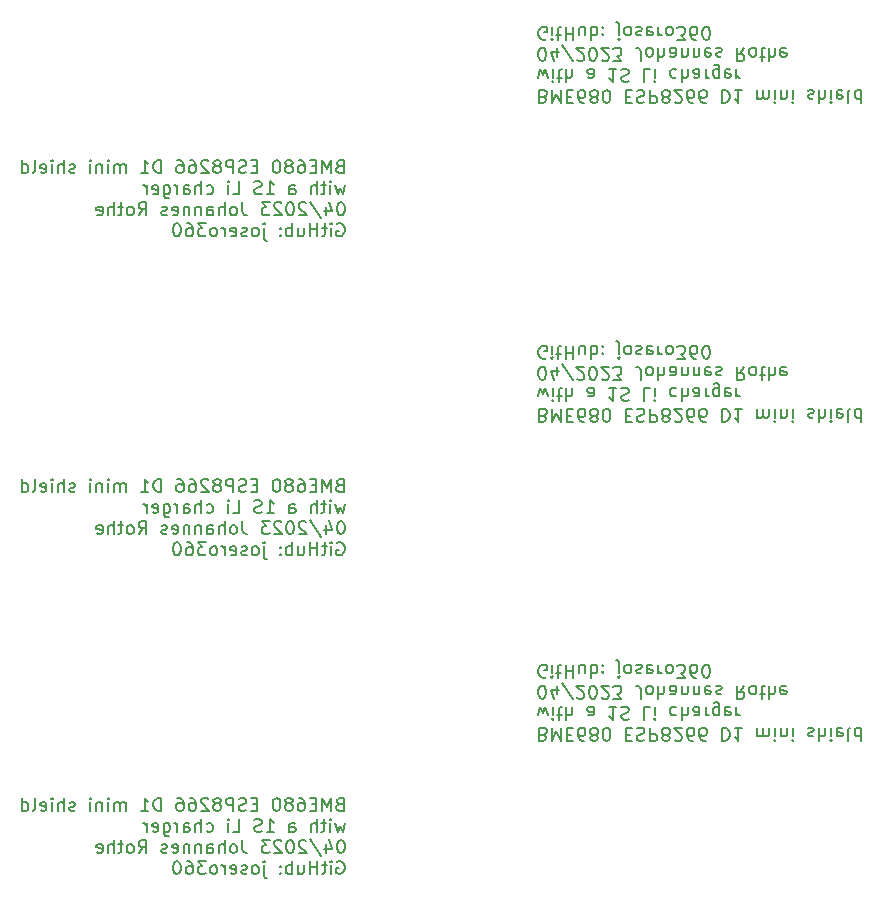
<source format=gbr>
%TF.GenerationSoftware,KiCad,Pcbnew,7.0.1*%
%TF.CreationDate,2023-04-18T17:25:39+02:00*%
%TF.ProjectId,BME680_shield_panel,424d4536-3830-45f7-9368-69656c645f70,rev?*%
%TF.SameCoordinates,Original*%
%TF.FileFunction,Legend,Bot*%
%TF.FilePolarity,Positive*%
%FSLAX46Y46*%
G04 Gerber Fmt 4.6, Leading zero omitted, Abs format (unit mm)*
G04 Created by KiCad (PCBNEW 7.0.1) date 2023-04-18 17:25:39*
%MOMM*%
%LPD*%
G01*
G04 APERTURE LIST*
%ADD10C,0.200000*%
G04 APERTURE END LIST*
D10*
X81871428Y-44943190D02*
X81714285Y-44995571D01*
X81714285Y-44995571D02*
X81661904Y-45047952D01*
X81661904Y-45047952D02*
X81609523Y-45152714D01*
X81609523Y-45152714D02*
X81609523Y-45309857D01*
X81609523Y-45309857D02*
X81661904Y-45414619D01*
X81661904Y-45414619D02*
X81714285Y-45467000D01*
X81714285Y-45467000D02*
X81819047Y-45519380D01*
X81819047Y-45519380D02*
X82238095Y-45519380D01*
X82238095Y-45519380D02*
X82238095Y-44419380D01*
X82238095Y-44419380D02*
X81871428Y-44419380D01*
X81871428Y-44419380D02*
X81766666Y-44471761D01*
X81766666Y-44471761D02*
X81714285Y-44524142D01*
X81714285Y-44524142D02*
X81661904Y-44628904D01*
X81661904Y-44628904D02*
X81661904Y-44733666D01*
X81661904Y-44733666D02*
X81714285Y-44838428D01*
X81714285Y-44838428D02*
X81766666Y-44890809D01*
X81766666Y-44890809D02*
X81871428Y-44943190D01*
X81871428Y-44943190D02*
X82238095Y-44943190D01*
X81138095Y-45519380D02*
X81138095Y-44419380D01*
X81138095Y-44419380D02*
X80771428Y-45205095D01*
X80771428Y-45205095D02*
X80404761Y-44419380D01*
X80404761Y-44419380D02*
X80404761Y-45519380D01*
X79880952Y-44943190D02*
X79514285Y-44943190D01*
X79357142Y-45519380D02*
X79880952Y-45519380D01*
X79880952Y-45519380D02*
X79880952Y-44419380D01*
X79880952Y-44419380D02*
X79357142Y-44419380D01*
X78414285Y-44419380D02*
X78623809Y-44419380D01*
X78623809Y-44419380D02*
X78728571Y-44471761D01*
X78728571Y-44471761D02*
X78780952Y-44524142D01*
X78780952Y-44524142D02*
X78885714Y-44681285D01*
X78885714Y-44681285D02*
X78938095Y-44890809D01*
X78938095Y-44890809D02*
X78938095Y-45309857D01*
X78938095Y-45309857D02*
X78885714Y-45414619D01*
X78885714Y-45414619D02*
X78833333Y-45467000D01*
X78833333Y-45467000D02*
X78728571Y-45519380D01*
X78728571Y-45519380D02*
X78519047Y-45519380D01*
X78519047Y-45519380D02*
X78414285Y-45467000D01*
X78414285Y-45467000D02*
X78361904Y-45414619D01*
X78361904Y-45414619D02*
X78309523Y-45309857D01*
X78309523Y-45309857D02*
X78309523Y-45047952D01*
X78309523Y-45047952D02*
X78361904Y-44943190D01*
X78361904Y-44943190D02*
X78414285Y-44890809D01*
X78414285Y-44890809D02*
X78519047Y-44838428D01*
X78519047Y-44838428D02*
X78728571Y-44838428D01*
X78728571Y-44838428D02*
X78833333Y-44890809D01*
X78833333Y-44890809D02*
X78885714Y-44943190D01*
X78885714Y-44943190D02*
X78938095Y-45047952D01*
X77680952Y-44890809D02*
X77785714Y-44838428D01*
X77785714Y-44838428D02*
X77838095Y-44786047D01*
X77838095Y-44786047D02*
X77890476Y-44681285D01*
X77890476Y-44681285D02*
X77890476Y-44628904D01*
X77890476Y-44628904D02*
X77838095Y-44524142D01*
X77838095Y-44524142D02*
X77785714Y-44471761D01*
X77785714Y-44471761D02*
X77680952Y-44419380D01*
X77680952Y-44419380D02*
X77471428Y-44419380D01*
X77471428Y-44419380D02*
X77366666Y-44471761D01*
X77366666Y-44471761D02*
X77314285Y-44524142D01*
X77314285Y-44524142D02*
X77261904Y-44628904D01*
X77261904Y-44628904D02*
X77261904Y-44681285D01*
X77261904Y-44681285D02*
X77314285Y-44786047D01*
X77314285Y-44786047D02*
X77366666Y-44838428D01*
X77366666Y-44838428D02*
X77471428Y-44890809D01*
X77471428Y-44890809D02*
X77680952Y-44890809D01*
X77680952Y-44890809D02*
X77785714Y-44943190D01*
X77785714Y-44943190D02*
X77838095Y-44995571D01*
X77838095Y-44995571D02*
X77890476Y-45100333D01*
X77890476Y-45100333D02*
X77890476Y-45309857D01*
X77890476Y-45309857D02*
X77838095Y-45414619D01*
X77838095Y-45414619D02*
X77785714Y-45467000D01*
X77785714Y-45467000D02*
X77680952Y-45519380D01*
X77680952Y-45519380D02*
X77471428Y-45519380D01*
X77471428Y-45519380D02*
X77366666Y-45467000D01*
X77366666Y-45467000D02*
X77314285Y-45414619D01*
X77314285Y-45414619D02*
X77261904Y-45309857D01*
X77261904Y-45309857D02*
X77261904Y-45100333D01*
X77261904Y-45100333D02*
X77314285Y-44995571D01*
X77314285Y-44995571D02*
X77366666Y-44943190D01*
X77366666Y-44943190D02*
X77471428Y-44890809D01*
X76580952Y-44419380D02*
X76476190Y-44419380D01*
X76476190Y-44419380D02*
X76371428Y-44471761D01*
X76371428Y-44471761D02*
X76319047Y-44524142D01*
X76319047Y-44524142D02*
X76266666Y-44628904D01*
X76266666Y-44628904D02*
X76214285Y-44838428D01*
X76214285Y-44838428D02*
X76214285Y-45100333D01*
X76214285Y-45100333D02*
X76266666Y-45309857D01*
X76266666Y-45309857D02*
X76319047Y-45414619D01*
X76319047Y-45414619D02*
X76371428Y-45467000D01*
X76371428Y-45467000D02*
X76476190Y-45519380D01*
X76476190Y-45519380D02*
X76580952Y-45519380D01*
X76580952Y-45519380D02*
X76685714Y-45467000D01*
X76685714Y-45467000D02*
X76738095Y-45414619D01*
X76738095Y-45414619D02*
X76790476Y-45309857D01*
X76790476Y-45309857D02*
X76842857Y-45100333D01*
X76842857Y-45100333D02*
X76842857Y-44838428D01*
X76842857Y-44838428D02*
X76790476Y-44628904D01*
X76790476Y-44628904D02*
X76738095Y-44524142D01*
X76738095Y-44524142D02*
X76685714Y-44471761D01*
X76685714Y-44471761D02*
X76580952Y-44419380D01*
X74904762Y-44943190D02*
X74538095Y-44943190D01*
X74380952Y-45519380D02*
X74904762Y-45519380D01*
X74904762Y-45519380D02*
X74904762Y-44419380D01*
X74904762Y-44419380D02*
X74380952Y-44419380D01*
X73961905Y-45467000D02*
X73804762Y-45519380D01*
X73804762Y-45519380D02*
X73542857Y-45519380D01*
X73542857Y-45519380D02*
X73438095Y-45467000D01*
X73438095Y-45467000D02*
X73385714Y-45414619D01*
X73385714Y-45414619D02*
X73333333Y-45309857D01*
X73333333Y-45309857D02*
X73333333Y-45205095D01*
X73333333Y-45205095D02*
X73385714Y-45100333D01*
X73385714Y-45100333D02*
X73438095Y-45047952D01*
X73438095Y-45047952D02*
X73542857Y-44995571D01*
X73542857Y-44995571D02*
X73752381Y-44943190D01*
X73752381Y-44943190D02*
X73857143Y-44890809D01*
X73857143Y-44890809D02*
X73909524Y-44838428D01*
X73909524Y-44838428D02*
X73961905Y-44733666D01*
X73961905Y-44733666D02*
X73961905Y-44628904D01*
X73961905Y-44628904D02*
X73909524Y-44524142D01*
X73909524Y-44524142D02*
X73857143Y-44471761D01*
X73857143Y-44471761D02*
X73752381Y-44419380D01*
X73752381Y-44419380D02*
X73490476Y-44419380D01*
X73490476Y-44419380D02*
X73333333Y-44471761D01*
X72861905Y-45519380D02*
X72861905Y-44419380D01*
X72861905Y-44419380D02*
X72442857Y-44419380D01*
X72442857Y-44419380D02*
X72338095Y-44471761D01*
X72338095Y-44471761D02*
X72285714Y-44524142D01*
X72285714Y-44524142D02*
X72233333Y-44628904D01*
X72233333Y-44628904D02*
X72233333Y-44786047D01*
X72233333Y-44786047D02*
X72285714Y-44890809D01*
X72285714Y-44890809D02*
X72338095Y-44943190D01*
X72338095Y-44943190D02*
X72442857Y-44995571D01*
X72442857Y-44995571D02*
X72861905Y-44995571D01*
X71604762Y-44890809D02*
X71709524Y-44838428D01*
X71709524Y-44838428D02*
X71761905Y-44786047D01*
X71761905Y-44786047D02*
X71814286Y-44681285D01*
X71814286Y-44681285D02*
X71814286Y-44628904D01*
X71814286Y-44628904D02*
X71761905Y-44524142D01*
X71761905Y-44524142D02*
X71709524Y-44471761D01*
X71709524Y-44471761D02*
X71604762Y-44419380D01*
X71604762Y-44419380D02*
X71395238Y-44419380D01*
X71395238Y-44419380D02*
X71290476Y-44471761D01*
X71290476Y-44471761D02*
X71238095Y-44524142D01*
X71238095Y-44524142D02*
X71185714Y-44628904D01*
X71185714Y-44628904D02*
X71185714Y-44681285D01*
X71185714Y-44681285D02*
X71238095Y-44786047D01*
X71238095Y-44786047D02*
X71290476Y-44838428D01*
X71290476Y-44838428D02*
X71395238Y-44890809D01*
X71395238Y-44890809D02*
X71604762Y-44890809D01*
X71604762Y-44890809D02*
X71709524Y-44943190D01*
X71709524Y-44943190D02*
X71761905Y-44995571D01*
X71761905Y-44995571D02*
X71814286Y-45100333D01*
X71814286Y-45100333D02*
X71814286Y-45309857D01*
X71814286Y-45309857D02*
X71761905Y-45414619D01*
X71761905Y-45414619D02*
X71709524Y-45467000D01*
X71709524Y-45467000D02*
X71604762Y-45519380D01*
X71604762Y-45519380D02*
X71395238Y-45519380D01*
X71395238Y-45519380D02*
X71290476Y-45467000D01*
X71290476Y-45467000D02*
X71238095Y-45414619D01*
X71238095Y-45414619D02*
X71185714Y-45309857D01*
X71185714Y-45309857D02*
X71185714Y-45100333D01*
X71185714Y-45100333D02*
X71238095Y-44995571D01*
X71238095Y-44995571D02*
X71290476Y-44943190D01*
X71290476Y-44943190D02*
X71395238Y-44890809D01*
X70766667Y-44524142D02*
X70714286Y-44471761D01*
X70714286Y-44471761D02*
X70609524Y-44419380D01*
X70609524Y-44419380D02*
X70347619Y-44419380D01*
X70347619Y-44419380D02*
X70242857Y-44471761D01*
X70242857Y-44471761D02*
X70190476Y-44524142D01*
X70190476Y-44524142D02*
X70138095Y-44628904D01*
X70138095Y-44628904D02*
X70138095Y-44733666D01*
X70138095Y-44733666D02*
X70190476Y-44890809D01*
X70190476Y-44890809D02*
X70819048Y-45519380D01*
X70819048Y-45519380D02*
X70138095Y-45519380D01*
X69195238Y-44419380D02*
X69404762Y-44419380D01*
X69404762Y-44419380D02*
X69509524Y-44471761D01*
X69509524Y-44471761D02*
X69561905Y-44524142D01*
X69561905Y-44524142D02*
X69666667Y-44681285D01*
X69666667Y-44681285D02*
X69719048Y-44890809D01*
X69719048Y-44890809D02*
X69719048Y-45309857D01*
X69719048Y-45309857D02*
X69666667Y-45414619D01*
X69666667Y-45414619D02*
X69614286Y-45467000D01*
X69614286Y-45467000D02*
X69509524Y-45519380D01*
X69509524Y-45519380D02*
X69300000Y-45519380D01*
X69300000Y-45519380D02*
X69195238Y-45467000D01*
X69195238Y-45467000D02*
X69142857Y-45414619D01*
X69142857Y-45414619D02*
X69090476Y-45309857D01*
X69090476Y-45309857D02*
X69090476Y-45047952D01*
X69090476Y-45047952D02*
X69142857Y-44943190D01*
X69142857Y-44943190D02*
X69195238Y-44890809D01*
X69195238Y-44890809D02*
X69300000Y-44838428D01*
X69300000Y-44838428D02*
X69509524Y-44838428D01*
X69509524Y-44838428D02*
X69614286Y-44890809D01*
X69614286Y-44890809D02*
X69666667Y-44943190D01*
X69666667Y-44943190D02*
X69719048Y-45047952D01*
X68147619Y-44419380D02*
X68357143Y-44419380D01*
X68357143Y-44419380D02*
X68461905Y-44471761D01*
X68461905Y-44471761D02*
X68514286Y-44524142D01*
X68514286Y-44524142D02*
X68619048Y-44681285D01*
X68619048Y-44681285D02*
X68671429Y-44890809D01*
X68671429Y-44890809D02*
X68671429Y-45309857D01*
X68671429Y-45309857D02*
X68619048Y-45414619D01*
X68619048Y-45414619D02*
X68566667Y-45467000D01*
X68566667Y-45467000D02*
X68461905Y-45519380D01*
X68461905Y-45519380D02*
X68252381Y-45519380D01*
X68252381Y-45519380D02*
X68147619Y-45467000D01*
X68147619Y-45467000D02*
X68095238Y-45414619D01*
X68095238Y-45414619D02*
X68042857Y-45309857D01*
X68042857Y-45309857D02*
X68042857Y-45047952D01*
X68042857Y-45047952D02*
X68095238Y-44943190D01*
X68095238Y-44943190D02*
X68147619Y-44890809D01*
X68147619Y-44890809D02*
X68252381Y-44838428D01*
X68252381Y-44838428D02*
X68461905Y-44838428D01*
X68461905Y-44838428D02*
X68566667Y-44890809D01*
X68566667Y-44890809D02*
X68619048Y-44943190D01*
X68619048Y-44943190D02*
X68671429Y-45047952D01*
X66733334Y-45519380D02*
X66733334Y-44419380D01*
X66733334Y-44419380D02*
X66471429Y-44419380D01*
X66471429Y-44419380D02*
X66314286Y-44471761D01*
X66314286Y-44471761D02*
X66209524Y-44576523D01*
X66209524Y-44576523D02*
X66157143Y-44681285D01*
X66157143Y-44681285D02*
X66104762Y-44890809D01*
X66104762Y-44890809D02*
X66104762Y-45047952D01*
X66104762Y-45047952D02*
X66157143Y-45257476D01*
X66157143Y-45257476D02*
X66209524Y-45362238D01*
X66209524Y-45362238D02*
X66314286Y-45467000D01*
X66314286Y-45467000D02*
X66471429Y-45519380D01*
X66471429Y-45519380D02*
X66733334Y-45519380D01*
X65057143Y-45519380D02*
X65685715Y-45519380D01*
X65371429Y-45519380D02*
X65371429Y-44419380D01*
X65371429Y-44419380D02*
X65476191Y-44576523D01*
X65476191Y-44576523D02*
X65580953Y-44681285D01*
X65580953Y-44681285D02*
X65685715Y-44733666D01*
X63747620Y-45519380D02*
X63747620Y-44786047D01*
X63747620Y-44890809D02*
X63695239Y-44838428D01*
X63695239Y-44838428D02*
X63590477Y-44786047D01*
X63590477Y-44786047D02*
X63433334Y-44786047D01*
X63433334Y-44786047D02*
X63328572Y-44838428D01*
X63328572Y-44838428D02*
X63276191Y-44943190D01*
X63276191Y-44943190D02*
X63276191Y-45519380D01*
X63276191Y-44943190D02*
X63223810Y-44838428D01*
X63223810Y-44838428D02*
X63119048Y-44786047D01*
X63119048Y-44786047D02*
X62961905Y-44786047D01*
X62961905Y-44786047D02*
X62857144Y-44838428D01*
X62857144Y-44838428D02*
X62804763Y-44943190D01*
X62804763Y-44943190D02*
X62804763Y-45519380D01*
X62280953Y-45519380D02*
X62280953Y-44786047D01*
X62280953Y-44419380D02*
X62333334Y-44471761D01*
X62333334Y-44471761D02*
X62280953Y-44524142D01*
X62280953Y-44524142D02*
X62228572Y-44471761D01*
X62228572Y-44471761D02*
X62280953Y-44419380D01*
X62280953Y-44419380D02*
X62280953Y-44524142D01*
X61757143Y-44786047D02*
X61757143Y-45519380D01*
X61757143Y-44890809D02*
X61704762Y-44838428D01*
X61704762Y-44838428D02*
X61600000Y-44786047D01*
X61600000Y-44786047D02*
X61442857Y-44786047D01*
X61442857Y-44786047D02*
X61338095Y-44838428D01*
X61338095Y-44838428D02*
X61285714Y-44943190D01*
X61285714Y-44943190D02*
X61285714Y-45519380D01*
X60761905Y-45519380D02*
X60761905Y-44786047D01*
X60761905Y-44419380D02*
X60814286Y-44471761D01*
X60814286Y-44471761D02*
X60761905Y-44524142D01*
X60761905Y-44524142D02*
X60709524Y-44471761D01*
X60709524Y-44471761D02*
X60761905Y-44419380D01*
X60761905Y-44419380D02*
X60761905Y-44524142D01*
X59452381Y-45467000D02*
X59347619Y-45519380D01*
X59347619Y-45519380D02*
X59138095Y-45519380D01*
X59138095Y-45519380D02*
X59033333Y-45467000D01*
X59033333Y-45467000D02*
X58980952Y-45362238D01*
X58980952Y-45362238D02*
X58980952Y-45309857D01*
X58980952Y-45309857D02*
X59033333Y-45205095D01*
X59033333Y-45205095D02*
X59138095Y-45152714D01*
X59138095Y-45152714D02*
X59295238Y-45152714D01*
X59295238Y-45152714D02*
X59400000Y-45100333D01*
X59400000Y-45100333D02*
X59452381Y-44995571D01*
X59452381Y-44995571D02*
X59452381Y-44943190D01*
X59452381Y-44943190D02*
X59400000Y-44838428D01*
X59400000Y-44838428D02*
X59295238Y-44786047D01*
X59295238Y-44786047D02*
X59138095Y-44786047D01*
X59138095Y-44786047D02*
X59033333Y-44838428D01*
X58509524Y-45519380D02*
X58509524Y-44419380D01*
X58038095Y-45519380D02*
X58038095Y-44943190D01*
X58038095Y-44943190D02*
X58090476Y-44838428D01*
X58090476Y-44838428D02*
X58195238Y-44786047D01*
X58195238Y-44786047D02*
X58352381Y-44786047D01*
X58352381Y-44786047D02*
X58457143Y-44838428D01*
X58457143Y-44838428D02*
X58509524Y-44890809D01*
X57514286Y-45519380D02*
X57514286Y-44786047D01*
X57514286Y-44419380D02*
X57566667Y-44471761D01*
X57566667Y-44471761D02*
X57514286Y-44524142D01*
X57514286Y-44524142D02*
X57461905Y-44471761D01*
X57461905Y-44471761D02*
X57514286Y-44419380D01*
X57514286Y-44419380D02*
X57514286Y-44524142D01*
X56571428Y-45467000D02*
X56676190Y-45519380D01*
X56676190Y-45519380D02*
X56885714Y-45519380D01*
X56885714Y-45519380D02*
X56990476Y-45467000D01*
X56990476Y-45467000D02*
X57042857Y-45362238D01*
X57042857Y-45362238D02*
X57042857Y-44943190D01*
X57042857Y-44943190D02*
X56990476Y-44838428D01*
X56990476Y-44838428D02*
X56885714Y-44786047D01*
X56885714Y-44786047D02*
X56676190Y-44786047D01*
X56676190Y-44786047D02*
X56571428Y-44838428D01*
X56571428Y-44838428D02*
X56519047Y-44943190D01*
X56519047Y-44943190D02*
X56519047Y-45047952D01*
X56519047Y-45047952D02*
X57042857Y-45152714D01*
X55890476Y-45519380D02*
X55995238Y-45467000D01*
X55995238Y-45467000D02*
X56047619Y-45362238D01*
X56047619Y-45362238D02*
X56047619Y-44419380D01*
X55000000Y-45519380D02*
X55000000Y-44419380D01*
X55000000Y-45467000D02*
X55104762Y-45519380D01*
X55104762Y-45519380D02*
X55314286Y-45519380D01*
X55314286Y-45519380D02*
X55419048Y-45467000D01*
X55419048Y-45467000D02*
X55471429Y-45414619D01*
X55471429Y-45414619D02*
X55523810Y-45309857D01*
X55523810Y-45309857D02*
X55523810Y-44995571D01*
X55523810Y-44995571D02*
X55471429Y-44890809D01*
X55471429Y-44890809D02*
X55419048Y-44838428D01*
X55419048Y-44838428D02*
X55314286Y-44786047D01*
X55314286Y-44786047D02*
X55104762Y-44786047D01*
X55104762Y-44786047D02*
X55000000Y-44838428D01*
X82342857Y-46568047D02*
X82133333Y-47301380D01*
X82133333Y-47301380D02*
X81923809Y-46777571D01*
X81923809Y-46777571D02*
X81714285Y-47301380D01*
X81714285Y-47301380D02*
X81504761Y-46568047D01*
X81085714Y-47301380D02*
X81085714Y-46568047D01*
X81085714Y-46201380D02*
X81138095Y-46253761D01*
X81138095Y-46253761D02*
X81085714Y-46306142D01*
X81085714Y-46306142D02*
X81033333Y-46253761D01*
X81033333Y-46253761D02*
X81085714Y-46201380D01*
X81085714Y-46201380D02*
X81085714Y-46306142D01*
X80719047Y-46568047D02*
X80299999Y-46568047D01*
X80561904Y-46201380D02*
X80561904Y-47144238D01*
X80561904Y-47144238D02*
X80509523Y-47249000D01*
X80509523Y-47249000D02*
X80404761Y-47301380D01*
X80404761Y-47301380D02*
X80299999Y-47301380D01*
X79933333Y-47301380D02*
X79933333Y-46201380D01*
X79461904Y-47301380D02*
X79461904Y-46725190D01*
X79461904Y-46725190D02*
X79514285Y-46620428D01*
X79514285Y-46620428D02*
X79619047Y-46568047D01*
X79619047Y-46568047D02*
X79776190Y-46568047D01*
X79776190Y-46568047D02*
X79880952Y-46620428D01*
X79880952Y-46620428D02*
X79933333Y-46672809D01*
X77628571Y-47301380D02*
X77628571Y-46725190D01*
X77628571Y-46725190D02*
X77680952Y-46620428D01*
X77680952Y-46620428D02*
X77785714Y-46568047D01*
X77785714Y-46568047D02*
X77995238Y-46568047D01*
X77995238Y-46568047D02*
X78100000Y-46620428D01*
X77628571Y-47249000D02*
X77733333Y-47301380D01*
X77733333Y-47301380D02*
X77995238Y-47301380D01*
X77995238Y-47301380D02*
X78100000Y-47249000D01*
X78100000Y-47249000D02*
X78152381Y-47144238D01*
X78152381Y-47144238D02*
X78152381Y-47039476D01*
X78152381Y-47039476D02*
X78100000Y-46934714D01*
X78100000Y-46934714D02*
X77995238Y-46882333D01*
X77995238Y-46882333D02*
X77733333Y-46882333D01*
X77733333Y-46882333D02*
X77628571Y-46829952D01*
X75690476Y-47301380D02*
X76319048Y-47301380D01*
X76004762Y-47301380D02*
X76004762Y-46201380D01*
X76004762Y-46201380D02*
X76109524Y-46358523D01*
X76109524Y-46358523D02*
X76214286Y-46463285D01*
X76214286Y-46463285D02*
X76319048Y-46515666D01*
X75271429Y-47249000D02*
X75114286Y-47301380D01*
X75114286Y-47301380D02*
X74852381Y-47301380D01*
X74852381Y-47301380D02*
X74747619Y-47249000D01*
X74747619Y-47249000D02*
X74695238Y-47196619D01*
X74695238Y-47196619D02*
X74642857Y-47091857D01*
X74642857Y-47091857D02*
X74642857Y-46987095D01*
X74642857Y-46987095D02*
X74695238Y-46882333D01*
X74695238Y-46882333D02*
X74747619Y-46829952D01*
X74747619Y-46829952D02*
X74852381Y-46777571D01*
X74852381Y-46777571D02*
X75061905Y-46725190D01*
X75061905Y-46725190D02*
X75166667Y-46672809D01*
X75166667Y-46672809D02*
X75219048Y-46620428D01*
X75219048Y-46620428D02*
X75271429Y-46515666D01*
X75271429Y-46515666D02*
X75271429Y-46410904D01*
X75271429Y-46410904D02*
X75219048Y-46306142D01*
X75219048Y-46306142D02*
X75166667Y-46253761D01*
X75166667Y-46253761D02*
X75061905Y-46201380D01*
X75061905Y-46201380D02*
X74800000Y-46201380D01*
X74800000Y-46201380D02*
X74642857Y-46253761D01*
X72809524Y-47301380D02*
X73333334Y-47301380D01*
X73333334Y-47301380D02*
X73333334Y-46201380D01*
X72442858Y-47301380D02*
X72442858Y-46568047D01*
X72442858Y-46201380D02*
X72495239Y-46253761D01*
X72495239Y-46253761D02*
X72442858Y-46306142D01*
X72442858Y-46306142D02*
X72390477Y-46253761D01*
X72390477Y-46253761D02*
X72442858Y-46201380D01*
X72442858Y-46201380D02*
X72442858Y-46306142D01*
X70609524Y-47249000D02*
X70714286Y-47301380D01*
X70714286Y-47301380D02*
X70923810Y-47301380D01*
X70923810Y-47301380D02*
X71028572Y-47249000D01*
X71028572Y-47249000D02*
X71080953Y-47196619D01*
X71080953Y-47196619D02*
X71133334Y-47091857D01*
X71133334Y-47091857D02*
X71133334Y-46777571D01*
X71133334Y-46777571D02*
X71080953Y-46672809D01*
X71080953Y-46672809D02*
X71028572Y-46620428D01*
X71028572Y-46620428D02*
X70923810Y-46568047D01*
X70923810Y-46568047D02*
X70714286Y-46568047D01*
X70714286Y-46568047D02*
X70609524Y-46620428D01*
X70138096Y-47301380D02*
X70138096Y-46201380D01*
X69666667Y-47301380D02*
X69666667Y-46725190D01*
X69666667Y-46725190D02*
X69719048Y-46620428D01*
X69719048Y-46620428D02*
X69823810Y-46568047D01*
X69823810Y-46568047D02*
X69980953Y-46568047D01*
X69980953Y-46568047D02*
X70085715Y-46620428D01*
X70085715Y-46620428D02*
X70138096Y-46672809D01*
X68671429Y-47301380D02*
X68671429Y-46725190D01*
X68671429Y-46725190D02*
X68723810Y-46620428D01*
X68723810Y-46620428D02*
X68828572Y-46568047D01*
X68828572Y-46568047D02*
X69038096Y-46568047D01*
X69038096Y-46568047D02*
X69142858Y-46620428D01*
X68671429Y-47249000D02*
X68776191Y-47301380D01*
X68776191Y-47301380D02*
X69038096Y-47301380D01*
X69038096Y-47301380D02*
X69142858Y-47249000D01*
X69142858Y-47249000D02*
X69195239Y-47144238D01*
X69195239Y-47144238D02*
X69195239Y-47039476D01*
X69195239Y-47039476D02*
X69142858Y-46934714D01*
X69142858Y-46934714D02*
X69038096Y-46882333D01*
X69038096Y-46882333D02*
X68776191Y-46882333D01*
X68776191Y-46882333D02*
X68671429Y-46829952D01*
X68147620Y-47301380D02*
X68147620Y-46568047D01*
X68147620Y-46777571D02*
X68095239Y-46672809D01*
X68095239Y-46672809D02*
X68042858Y-46620428D01*
X68042858Y-46620428D02*
X67938096Y-46568047D01*
X67938096Y-46568047D02*
X67833334Y-46568047D01*
X66995239Y-46568047D02*
X66995239Y-47458523D01*
X66995239Y-47458523D02*
X67047620Y-47563285D01*
X67047620Y-47563285D02*
X67100001Y-47615666D01*
X67100001Y-47615666D02*
X67204763Y-47668047D01*
X67204763Y-47668047D02*
X67361906Y-47668047D01*
X67361906Y-47668047D02*
X67466668Y-47615666D01*
X66995239Y-47249000D02*
X67100001Y-47301380D01*
X67100001Y-47301380D02*
X67309525Y-47301380D01*
X67309525Y-47301380D02*
X67414287Y-47249000D01*
X67414287Y-47249000D02*
X67466668Y-47196619D01*
X67466668Y-47196619D02*
X67519049Y-47091857D01*
X67519049Y-47091857D02*
X67519049Y-46777571D01*
X67519049Y-46777571D02*
X67466668Y-46672809D01*
X67466668Y-46672809D02*
X67414287Y-46620428D01*
X67414287Y-46620428D02*
X67309525Y-46568047D01*
X67309525Y-46568047D02*
X67100001Y-46568047D01*
X67100001Y-46568047D02*
X66995239Y-46620428D01*
X66052382Y-47249000D02*
X66157144Y-47301380D01*
X66157144Y-47301380D02*
X66366668Y-47301380D01*
X66366668Y-47301380D02*
X66471430Y-47249000D01*
X66471430Y-47249000D02*
X66523811Y-47144238D01*
X66523811Y-47144238D02*
X66523811Y-46725190D01*
X66523811Y-46725190D02*
X66471430Y-46620428D01*
X66471430Y-46620428D02*
X66366668Y-46568047D01*
X66366668Y-46568047D02*
X66157144Y-46568047D01*
X66157144Y-46568047D02*
X66052382Y-46620428D01*
X66052382Y-46620428D02*
X66000001Y-46725190D01*
X66000001Y-46725190D02*
X66000001Y-46829952D01*
X66000001Y-46829952D02*
X66523811Y-46934714D01*
X65528573Y-47301380D02*
X65528573Y-46568047D01*
X65528573Y-46777571D02*
X65476192Y-46672809D01*
X65476192Y-46672809D02*
X65423811Y-46620428D01*
X65423811Y-46620428D02*
X65319049Y-46568047D01*
X65319049Y-46568047D02*
X65214287Y-46568047D01*
X82028571Y-47983380D02*
X81923809Y-47983380D01*
X81923809Y-47983380D02*
X81819047Y-48035761D01*
X81819047Y-48035761D02*
X81766666Y-48088142D01*
X81766666Y-48088142D02*
X81714285Y-48192904D01*
X81714285Y-48192904D02*
X81661904Y-48402428D01*
X81661904Y-48402428D02*
X81661904Y-48664333D01*
X81661904Y-48664333D02*
X81714285Y-48873857D01*
X81714285Y-48873857D02*
X81766666Y-48978619D01*
X81766666Y-48978619D02*
X81819047Y-49031000D01*
X81819047Y-49031000D02*
X81923809Y-49083380D01*
X81923809Y-49083380D02*
X82028571Y-49083380D01*
X82028571Y-49083380D02*
X82133333Y-49031000D01*
X82133333Y-49031000D02*
X82185714Y-48978619D01*
X82185714Y-48978619D02*
X82238095Y-48873857D01*
X82238095Y-48873857D02*
X82290476Y-48664333D01*
X82290476Y-48664333D02*
X82290476Y-48402428D01*
X82290476Y-48402428D02*
X82238095Y-48192904D01*
X82238095Y-48192904D02*
X82185714Y-48088142D01*
X82185714Y-48088142D02*
X82133333Y-48035761D01*
X82133333Y-48035761D02*
X82028571Y-47983380D01*
X80719047Y-48350047D02*
X80719047Y-49083380D01*
X80980952Y-47931000D02*
X81242857Y-48716714D01*
X81242857Y-48716714D02*
X80561904Y-48716714D01*
X79357142Y-47931000D02*
X80300000Y-49345285D01*
X79042857Y-48088142D02*
X78990476Y-48035761D01*
X78990476Y-48035761D02*
X78885714Y-47983380D01*
X78885714Y-47983380D02*
X78623809Y-47983380D01*
X78623809Y-47983380D02*
X78519047Y-48035761D01*
X78519047Y-48035761D02*
X78466666Y-48088142D01*
X78466666Y-48088142D02*
X78414285Y-48192904D01*
X78414285Y-48192904D02*
X78414285Y-48297666D01*
X78414285Y-48297666D02*
X78466666Y-48454809D01*
X78466666Y-48454809D02*
X79095238Y-49083380D01*
X79095238Y-49083380D02*
X78414285Y-49083380D01*
X77733333Y-47983380D02*
X77628571Y-47983380D01*
X77628571Y-47983380D02*
X77523809Y-48035761D01*
X77523809Y-48035761D02*
X77471428Y-48088142D01*
X77471428Y-48088142D02*
X77419047Y-48192904D01*
X77419047Y-48192904D02*
X77366666Y-48402428D01*
X77366666Y-48402428D02*
X77366666Y-48664333D01*
X77366666Y-48664333D02*
X77419047Y-48873857D01*
X77419047Y-48873857D02*
X77471428Y-48978619D01*
X77471428Y-48978619D02*
X77523809Y-49031000D01*
X77523809Y-49031000D02*
X77628571Y-49083380D01*
X77628571Y-49083380D02*
X77733333Y-49083380D01*
X77733333Y-49083380D02*
X77838095Y-49031000D01*
X77838095Y-49031000D02*
X77890476Y-48978619D01*
X77890476Y-48978619D02*
X77942857Y-48873857D01*
X77942857Y-48873857D02*
X77995238Y-48664333D01*
X77995238Y-48664333D02*
X77995238Y-48402428D01*
X77995238Y-48402428D02*
X77942857Y-48192904D01*
X77942857Y-48192904D02*
X77890476Y-48088142D01*
X77890476Y-48088142D02*
X77838095Y-48035761D01*
X77838095Y-48035761D02*
X77733333Y-47983380D01*
X76947619Y-48088142D02*
X76895238Y-48035761D01*
X76895238Y-48035761D02*
X76790476Y-47983380D01*
X76790476Y-47983380D02*
X76528571Y-47983380D01*
X76528571Y-47983380D02*
X76423809Y-48035761D01*
X76423809Y-48035761D02*
X76371428Y-48088142D01*
X76371428Y-48088142D02*
X76319047Y-48192904D01*
X76319047Y-48192904D02*
X76319047Y-48297666D01*
X76319047Y-48297666D02*
X76371428Y-48454809D01*
X76371428Y-48454809D02*
X77000000Y-49083380D01*
X77000000Y-49083380D02*
X76319047Y-49083380D01*
X75952381Y-47983380D02*
X75271428Y-47983380D01*
X75271428Y-47983380D02*
X75638095Y-48402428D01*
X75638095Y-48402428D02*
X75480952Y-48402428D01*
X75480952Y-48402428D02*
X75376190Y-48454809D01*
X75376190Y-48454809D02*
X75323809Y-48507190D01*
X75323809Y-48507190D02*
X75271428Y-48611952D01*
X75271428Y-48611952D02*
X75271428Y-48873857D01*
X75271428Y-48873857D02*
X75323809Y-48978619D01*
X75323809Y-48978619D02*
X75376190Y-49031000D01*
X75376190Y-49031000D02*
X75480952Y-49083380D01*
X75480952Y-49083380D02*
X75795238Y-49083380D01*
X75795238Y-49083380D02*
X75900000Y-49031000D01*
X75900000Y-49031000D02*
X75952381Y-48978619D01*
X73647619Y-47983380D02*
X73647619Y-48769095D01*
X73647619Y-48769095D02*
X73700000Y-48926238D01*
X73700000Y-48926238D02*
X73804762Y-49031000D01*
X73804762Y-49031000D02*
X73961905Y-49083380D01*
X73961905Y-49083380D02*
X74066667Y-49083380D01*
X72966667Y-49083380D02*
X73071429Y-49031000D01*
X73071429Y-49031000D02*
X73123810Y-48978619D01*
X73123810Y-48978619D02*
X73176191Y-48873857D01*
X73176191Y-48873857D02*
X73176191Y-48559571D01*
X73176191Y-48559571D02*
X73123810Y-48454809D01*
X73123810Y-48454809D02*
X73071429Y-48402428D01*
X73071429Y-48402428D02*
X72966667Y-48350047D01*
X72966667Y-48350047D02*
X72809524Y-48350047D01*
X72809524Y-48350047D02*
X72704762Y-48402428D01*
X72704762Y-48402428D02*
X72652381Y-48454809D01*
X72652381Y-48454809D02*
X72600000Y-48559571D01*
X72600000Y-48559571D02*
X72600000Y-48873857D01*
X72600000Y-48873857D02*
X72652381Y-48978619D01*
X72652381Y-48978619D02*
X72704762Y-49031000D01*
X72704762Y-49031000D02*
X72809524Y-49083380D01*
X72809524Y-49083380D02*
X72966667Y-49083380D01*
X72128572Y-49083380D02*
X72128572Y-47983380D01*
X71657143Y-49083380D02*
X71657143Y-48507190D01*
X71657143Y-48507190D02*
X71709524Y-48402428D01*
X71709524Y-48402428D02*
X71814286Y-48350047D01*
X71814286Y-48350047D02*
X71971429Y-48350047D01*
X71971429Y-48350047D02*
X72076191Y-48402428D01*
X72076191Y-48402428D02*
X72128572Y-48454809D01*
X70661905Y-49083380D02*
X70661905Y-48507190D01*
X70661905Y-48507190D02*
X70714286Y-48402428D01*
X70714286Y-48402428D02*
X70819048Y-48350047D01*
X70819048Y-48350047D02*
X71028572Y-48350047D01*
X71028572Y-48350047D02*
X71133334Y-48402428D01*
X70661905Y-49031000D02*
X70766667Y-49083380D01*
X70766667Y-49083380D02*
X71028572Y-49083380D01*
X71028572Y-49083380D02*
X71133334Y-49031000D01*
X71133334Y-49031000D02*
X71185715Y-48926238D01*
X71185715Y-48926238D02*
X71185715Y-48821476D01*
X71185715Y-48821476D02*
X71133334Y-48716714D01*
X71133334Y-48716714D02*
X71028572Y-48664333D01*
X71028572Y-48664333D02*
X70766667Y-48664333D01*
X70766667Y-48664333D02*
X70661905Y-48611952D01*
X70138096Y-48350047D02*
X70138096Y-49083380D01*
X70138096Y-48454809D02*
X70085715Y-48402428D01*
X70085715Y-48402428D02*
X69980953Y-48350047D01*
X69980953Y-48350047D02*
X69823810Y-48350047D01*
X69823810Y-48350047D02*
X69719048Y-48402428D01*
X69719048Y-48402428D02*
X69666667Y-48507190D01*
X69666667Y-48507190D02*
X69666667Y-49083380D01*
X69142858Y-48350047D02*
X69142858Y-49083380D01*
X69142858Y-48454809D02*
X69090477Y-48402428D01*
X69090477Y-48402428D02*
X68985715Y-48350047D01*
X68985715Y-48350047D02*
X68828572Y-48350047D01*
X68828572Y-48350047D02*
X68723810Y-48402428D01*
X68723810Y-48402428D02*
X68671429Y-48507190D01*
X68671429Y-48507190D02*
X68671429Y-49083380D01*
X67728572Y-49031000D02*
X67833334Y-49083380D01*
X67833334Y-49083380D02*
X68042858Y-49083380D01*
X68042858Y-49083380D02*
X68147620Y-49031000D01*
X68147620Y-49031000D02*
X68200001Y-48926238D01*
X68200001Y-48926238D02*
X68200001Y-48507190D01*
X68200001Y-48507190D02*
X68147620Y-48402428D01*
X68147620Y-48402428D02*
X68042858Y-48350047D01*
X68042858Y-48350047D02*
X67833334Y-48350047D01*
X67833334Y-48350047D02*
X67728572Y-48402428D01*
X67728572Y-48402428D02*
X67676191Y-48507190D01*
X67676191Y-48507190D02*
X67676191Y-48611952D01*
X67676191Y-48611952D02*
X68200001Y-48716714D01*
X67257144Y-49031000D02*
X67152382Y-49083380D01*
X67152382Y-49083380D02*
X66942858Y-49083380D01*
X66942858Y-49083380D02*
X66838096Y-49031000D01*
X66838096Y-49031000D02*
X66785715Y-48926238D01*
X66785715Y-48926238D02*
X66785715Y-48873857D01*
X66785715Y-48873857D02*
X66838096Y-48769095D01*
X66838096Y-48769095D02*
X66942858Y-48716714D01*
X66942858Y-48716714D02*
X67100001Y-48716714D01*
X67100001Y-48716714D02*
X67204763Y-48664333D01*
X67204763Y-48664333D02*
X67257144Y-48559571D01*
X67257144Y-48559571D02*
X67257144Y-48507190D01*
X67257144Y-48507190D02*
X67204763Y-48402428D01*
X67204763Y-48402428D02*
X67100001Y-48350047D01*
X67100001Y-48350047D02*
X66942858Y-48350047D01*
X66942858Y-48350047D02*
X66838096Y-48402428D01*
X64847620Y-49083380D02*
X65214287Y-48559571D01*
X65476192Y-49083380D02*
X65476192Y-47983380D01*
X65476192Y-47983380D02*
X65057144Y-47983380D01*
X65057144Y-47983380D02*
X64952382Y-48035761D01*
X64952382Y-48035761D02*
X64900001Y-48088142D01*
X64900001Y-48088142D02*
X64847620Y-48192904D01*
X64847620Y-48192904D02*
X64847620Y-48350047D01*
X64847620Y-48350047D02*
X64900001Y-48454809D01*
X64900001Y-48454809D02*
X64952382Y-48507190D01*
X64952382Y-48507190D02*
X65057144Y-48559571D01*
X65057144Y-48559571D02*
X65476192Y-48559571D01*
X64219049Y-49083380D02*
X64323811Y-49031000D01*
X64323811Y-49031000D02*
X64376192Y-48978619D01*
X64376192Y-48978619D02*
X64428573Y-48873857D01*
X64428573Y-48873857D02*
X64428573Y-48559571D01*
X64428573Y-48559571D02*
X64376192Y-48454809D01*
X64376192Y-48454809D02*
X64323811Y-48402428D01*
X64323811Y-48402428D02*
X64219049Y-48350047D01*
X64219049Y-48350047D02*
X64061906Y-48350047D01*
X64061906Y-48350047D02*
X63957144Y-48402428D01*
X63957144Y-48402428D02*
X63904763Y-48454809D01*
X63904763Y-48454809D02*
X63852382Y-48559571D01*
X63852382Y-48559571D02*
X63852382Y-48873857D01*
X63852382Y-48873857D02*
X63904763Y-48978619D01*
X63904763Y-48978619D02*
X63957144Y-49031000D01*
X63957144Y-49031000D02*
X64061906Y-49083380D01*
X64061906Y-49083380D02*
X64219049Y-49083380D01*
X63538097Y-48350047D02*
X63119049Y-48350047D01*
X63380954Y-47983380D02*
X63380954Y-48926238D01*
X63380954Y-48926238D02*
X63328573Y-49031000D01*
X63328573Y-49031000D02*
X63223811Y-49083380D01*
X63223811Y-49083380D02*
X63119049Y-49083380D01*
X62752383Y-49083380D02*
X62752383Y-47983380D01*
X62280954Y-49083380D02*
X62280954Y-48507190D01*
X62280954Y-48507190D02*
X62333335Y-48402428D01*
X62333335Y-48402428D02*
X62438097Y-48350047D01*
X62438097Y-48350047D02*
X62595240Y-48350047D01*
X62595240Y-48350047D02*
X62700002Y-48402428D01*
X62700002Y-48402428D02*
X62752383Y-48454809D01*
X61338097Y-49031000D02*
X61442859Y-49083380D01*
X61442859Y-49083380D02*
X61652383Y-49083380D01*
X61652383Y-49083380D02*
X61757145Y-49031000D01*
X61757145Y-49031000D02*
X61809526Y-48926238D01*
X61809526Y-48926238D02*
X61809526Y-48507190D01*
X61809526Y-48507190D02*
X61757145Y-48402428D01*
X61757145Y-48402428D02*
X61652383Y-48350047D01*
X61652383Y-48350047D02*
X61442859Y-48350047D01*
X61442859Y-48350047D02*
X61338097Y-48402428D01*
X61338097Y-48402428D02*
X61285716Y-48507190D01*
X61285716Y-48507190D02*
X61285716Y-48611952D01*
X61285716Y-48611952D02*
X61809526Y-48716714D01*
X81661904Y-49817761D02*
X81766666Y-49765380D01*
X81766666Y-49765380D02*
X81923809Y-49765380D01*
X81923809Y-49765380D02*
X82080952Y-49817761D01*
X82080952Y-49817761D02*
X82185714Y-49922523D01*
X82185714Y-49922523D02*
X82238095Y-50027285D01*
X82238095Y-50027285D02*
X82290476Y-50236809D01*
X82290476Y-50236809D02*
X82290476Y-50393952D01*
X82290476Y-50393952D02*
X82238095Y-50603476D01*
X82238095Y-50603476D02*
X82185714Y-50708238D01*
X82185714Y-50708238D02*
X82080952Y-50813000D01*
X82080952Y-50813000D02*
X81923809Y-50865380D01*
X81923809Y-50865380D02*
X81819047Y-50865380D01*
X81819047Y-50865380D02*
X81661904Y-50813000D01*
X81661904Y-50813000D02*
X81609523Y-50760619D01*
X81609523Y-50760619D02*
X81609523Y-50393952D01*
X81609523Y-50393952D02*
X81819047Y-50393952D01*
X81138095Y-50865380D02*
X81138095Y-50132047D01*
X81138095Y-49765380D02*
X81190476Y-49817761D01*
X81190476Y-49817761D02*
X81138095Y-49870142D01*
X81138095Y-49870142D02*
X81085714Y-49817761D01*
X81085714Y-49817761D02*
X81138095Y-49765380D01*
X81138095Y-49765380D02*
X81138095Y-49870142D01*
X80771428Y-50132047D02*
X80352380Y-50132047D01*
X80614285Y-49765380D02*
X80614285Y-50708238D01*
X80614285Y-50708238D02*
X80561904Y-50813000D01*
X80561904Y-50813000D02*
X80457142Y-50865380D01*
X80457142Y-50865380D02*
X80352380Y-50865380D01*
X79985714Y-50865380D02*
X79985714Y-49765380D01*
X79985714Y-50289190D02*
X79357142Y-50289190D01*
X79357142Y-50865380D02*
X79357142Y-49765380D01*
X78361904Y-50132047D02*
X78361904Y-50865380D01*
X78833333Y-50132047D02*
X78833333Y-50708238D01*
X78833333Y-50708238D02*
X78780952Y-50813000D01*
X78780952Y-50813000D02*
X78676190Y-50865380D01*
X78676190Y-50865380D02*
X78519047Y-50865380D01*
X78519047Y-50865380D02*
X78414285Y-50813000D01*
X78414285Y-50813000D02*
X78361904Y-50760619D01*
X77838095Y-50865380D02*
X77838095Y-49765380D01*
X77838095Y-50184428D02*
X77733333Y-50132047D01*
X77733333Y-50132047D02*
X77523809Y-50132047D01*
X77523809Y-50132047D02*
X77419047Y-50184428D01*
X77419047Y-50184428D02*
X77366666Y-50236809D01*
X77366666Y-50236809D02*
X77314285Y-50341571D01*
X77314285Y-50341571D02*
X77314285Y-50655857D01*
X77314285Y-50655857D02*
X77366666Y-50760619D01*
X77366666Y-50760619D02*
X77419047Y-50813000D01*
X77419047Y-50813000D02*
X77523809Y-50865380D01*
X77523809Y-50865380D02*
X77733333Y-50865380D01*
X77733333Y-50865380D02*
X77838095Y-50813000D01*
X76842857Y-50760619D02*
X76790476Y-50813000D01*
X76790476Y-50813000D02*
X76842857Y-50865380D01*
X76842857Y-50865380D02*
X76895238Y-50813000D01*
X76895238Y-50813000D02*
X76842857Y-50760619D01*
X76842857Y-50760619D02*
X76842857Y-50865380D01*
X76842857Y-50184428D02*
X76790476Y-50236809D01*
X76790476Y-50236809D02*
X76842857Y-50289190D01*
X76842857Y-50289190D02*
X76895238Y-50236809D01*
X76895238Y-50236809D02*
X76842857Y-50184428D01*
X76842857Y-50184428D02*
X76842857Y-50289190D01*
X75480952Y-50132047D02*
X75480952Y-51074904D01*
X75480952Y-51074904D02*
X75533333Y-51179666D01*
X75533333Y-51179666D02*
X75638095Y-51232047D01*
X75638095Y-51232047D02*
X75690476Y-51232047D01*
X75480952Y-49765380D02*
X75533333Y-49817761D01*
X75533333Y-49817761D02*
X75480952Y-49870142D01*
X75480952Y-49870142D02*
X75428571Y-49817761D01*
X75428571Y-49817761D02*
X75480952Y-49765380D01*
X75480952Y-49765380D02*
X75480952Y-49870142D01*
X74799999Y-50865380D02*
X74904761Y-50813000D01*
X74904761Y-50813000D02*
X74957142Y-50760619D01*
X74957142Y-50760619D02*
X75009523Y-50655857D01*
X75009523Y-50655857D02*
X75009523Y-50341571D01*
X75009523Y-50341571D02*
X74957142Y-50236809D01*
X74957142Y-50236809D02*
X74904761Y-50184428D01*
X74904761Y-50184428D02*
X74799999Y-50132047D01*
X74799999Y-50132047D02*
X74642856Y-50132047D01*
X74642856Y-50132047D02*
X74538094Y-50184428D01*
X74538094Y-50184428D02*
X74485713Y-50236809D01*
X74485713Y-50236809D02*
X74433332Y-50341571D01*
X74433332Y-50341571D02*
X74433332Y-50655857D01*
X74433332Y-50655857D02*
X74485713Y-50760619D01*
X74485713Y-50760619D02*
X74538094Y-50813000D01*
X74538094Y-50813000D02*
X74642856Y-50865380D01*
X74642856Y-50865380D02*
X74799999Y-50865380D01*
X74014285Y-50813000D02*
X73909523Y-50865380D01*
X73909523Y-50865380D02*
X73699999Y-50865380D01*
X73699999Y-50865380D02*
X73595237Y-50813000D01*
X73595237Y-50813000D02*
X73542856Y-50708238D01*
X73542856Y-50708238D02*
X73542856Y-50655857D01*
X73542856Y-50655857D02*
X73595237Y-50551095D01*
X73595237Y-50551095D02*
X73699999Y-50498714D01*
X73699999Y-50498714D02*
X73857142Y-50498714D01*
X73857142Y-50498714D02*
X73961904Y-50446333D01*
X73961904Y-50446333D02*
X74014285Y-50341571D01*
X74014285Y-50341571D02*
X74014285Y-50289190D01*
X74014285Y-50289190D02*
X73961904Y-50184428D01*
X73961904Y-50184428D02*
X73857142Y-50132047D01*
X73857142Y-50132047D02*
X73699999Y-50132047D01*
X73699999Y-50132047D02*
X73595237Y-50184428D01*
X72652380Y-50813000D02*
X72757142Y-50865380D01*
X72757142Y-50865380D02*
X72966666Y-50865380D01*
X72966666Y-50865380D02*
X73071428Y-50813000D01*
X73071428Y-50813000D02*
X73123809Y-50708238D01*
X73123809Y-50708238D02*
X73123809Y-50289190D01*
X73123809Y-50289190D02*
X73071428Y-50184428D01*
X73071428Y-50184428D02*
X72966666Y-50132047D01*
X72966666Y-50132047D02*
X72757142Y-50132047D01*
X72757142Y-50132047D02*
X72652380Y-50184428D01*
X72652380Y-50184428D02*
X72599999Y-50289190D01*
X72599999Y-50289190D02*
X72599999Y-50393952D01*
X72599999Y-50393952D02*
X73123809Y-50498714D01*
X72128571Y-50865380D02*
X72128571Y-50132047D01*
X72128571Y-50341571D02*
X72076190Y-50236809D01*
X72076190Y-50236809D02*
X72023809Y-50184428D01*
X72023809Y-50184428D02*
X71919047Y-50132047D01*
X71919047Y-50132047D02*
X71814285Y-50132047D01*
X71290476Y-50865380D02*
X71395238Y-50813000D01*
X71395238Y-50813000D02*
X71447619Y-50760619D01*
X71447619Y-50760619D02*
X71500000Y-50655857D01*
X71500000Y-50655857D02*
X71500000Y-50341571D01*
X71500000Y-50341571D02*
X71447619Y-50236809D01*
X71447619Y-50236809D02*
X71395238Y-50184428D01*
X71395238Y-50184428D02*
X71290476Y-50132047D01*
X71290476Y-50132047D02*
X71133333Y-50132047D01*
X71133333Y-50132047D02*
X71028571Y-50184428D01*
X71028571Y-50184428D02*
X70976190Y-50236809D01*
X70976190Y-50236809D02*
X70923809Y-50341571D01*
X70923809Y-50341571D02*
X70923809Y-50655857D01*
X70923809Y-50655857D02*
X70976190Y-50760619D01*
X70976190Y-50760619D02*
X71028571Y-50813000D01*
X71028571Y-50813000D02*
X71133333Y-50865380D01*
X71133333Y-50865380D02*
X71290476Y-50865380D01*
X70557143Y-49765380D02*
X69876190Y-49765380D01*
X69876190Y-49765380D02*
X70242857Y-50184428D01*
X70242857Y-50184428D02*
X70085714Y-50184428D01*
X70085714Y-50184428D02*
X69980952Y-50236809D01*
X69980952Y-50236809D02*
X69928571Y-50289190D01*
X69928571Y-50289190D02*
X69876190Y-50393952D01*
X69876190Y-50393952D02*
X69876190Y-50655857D01*
X69876190Y-50655857D02*
X69928571Y-50760619D01*
X69928571Y-50760619D02*
X69980952Y-50813000D01*
X69980952Y-50813000D02*
X70085714Y-50865380D01*
X70085714Y-50865380D02*
X70400000Y-50865380D01*
X70400000Y-50865380D02*
X70504762Y-50813000D01*
X70504762Y-50813000D02*
X70557143Y-50760619D01*
X68933333Y-49765380D02*
X69142857Y-49765380D01*
X69142857Y-49765380D02*
X69247619Y-49817761D01*
X69247619Y-49817761D02*
X69300000Y-49870142D01*
X69300000Y-49870142D02*
X69404762Y-50027285D01*
X69404762Y-50027285D02*
X69457143Y-50236809D01*
X69457143Y-50236809D02*
X69457143Y-50655857D01*
X69457143Y-50655857D02*
X69404762Y-50760619D01*
X69404762Y-50760619D02*
X69352381Y-50813000D01*
X69352381Y-50813000D02*
X69247619Y-50865380D01*
X69247619Y-50865380D02*
X69038095Y-50865380D01*
X69038095Y-50865380D02*
X68933333Y-50813000D01*
X68933333Y-50813000D02*
X68880952Y-50760619D01*
X68880952Y-50760619D02*
X68828571Y-50655857D01*
X68828571Y-50655857D02*
X68828571Y-50393952D01*
X68828571Y-50393952D02*
X68880952Y-50289190D01*
X68880952Y-50289190D02*
X68933333Y-50236809D01*
X68933333Y-50236809D02*
X69038095Y-50184428D01*
X69038095Y-50184428D02*
X69247619Y-50184428D01*
X69247619Y-50184428D02*
X69352381Y-50236809D01*
X69352381Y-50236809D02*
X69404762Y-50289190D01*
X69404762Y-50289190D02*
X69457143Y-50393952D01*
X68147619Y-49765380D02*
X68042857Y-49765380D01*
X68042857Y-49765380D02*
X67938095Y-49817761D01*
X67938095Y-49817761D02*
X67885714Y-49870142D01*
X67885714Y-49870142D02*
X67833333Y-49974904D01*
X67833333Y-49974904D02*
X67780952Y-50184428D01*
X67780952Y-50184428D02*
X67780952Y-50446333D01*
X67780952Y-50446333D02*
X67833333Y-50655857D01*
X67833333Y-50655857D02*
X67885714Y-50760619D01*
X67885714Y-50760619D02*
X67938095Y-50813000D01*
X67938095Y-50813000D02*
X68042857Y-50865380D01*
X68042857Y-50865380D02*
X68147619Y-50865380D01*
X68147619Y-50865380D02*
X68252381Y-50813000D01*
X68252381Y-50813000D02*
X68304762Y-50760619D01*
X68304762Y-50760619D02*
X68357143Y-50655857D01*
X68357143Y-50655857D02*
X68409524Y-50446333D01*
X68409524Y-50446333D02*
X68409524Y-50184428D01*
X68409524Y-50184428D02*
X68357143Y-49974904D01*
X68357143Y-49974904D02*
X68304762Y-49870142D01*
X68304762Y-49870142D02*
X68252381Y-49817761D01*
X68252381Y-49817761D02*
X68147619Y-49765380D01*
X81871428Y-71943190D02*
X81714285Y-71995571D01*
X81714285Y-71995571D02*
X81661904Y-72047952D01*
X81661904Y-72047952D02*
X81609523Y-72152714D01*
X81609523Y-72152714D02*
X81609523Y-72309857D01*
X81609523Y-72309857D02*
X81661904Y-72414619D01*
X81661904Y-72414619D02*
X81714285Y-72467000D01*
X81714285Y-72467000D02*
X81819047Y-72519380D01*
X81819047Y-72519380D02*
X82238095Y-72519380D01*
X82238095Y-72519380D02*
X82238095Y-71419380D01*
X82238095Y-71419380D02*
X81871428Y-71419380D01*
X81871428Y-71419380D02*
X81766666Y-71471761D01*
X81766666Y-71471761D02*
X81714285Y-71524142D01*
X81714285Y-71524142D02*
X81661904Y-71628904D01*
X81661904Y-71628904D02*
X81661904Y-71733666D01*
X81661904Y-71733666D02*
X81714285Y-71838428D01*
X81714285Y-71838428D02*
X81766666Y-71890809D01*
X81766666Y-71890809D02*
X81871428Y-71943190D01*
X81871428Y-71943190D02*
X82238095Y-71943190D01*
X81138095Y-72519380D02*
X81138095Y-71419380D01*
X81138095Y-71419380D02*
X80771428Y-72205095D01*
X80771428Y-72205095D02*
X80404761Y-71419380D01*
X80404761Y-71419380D02*
X80404761Y-72519380D01*
X79880952Y-71943190D02*
X79514285Y-71943190D01*
X79357142Y-72519380D02*
X79880952Y-72519380D01*
X79880952Y-72519380D02*
X79880952Y-71419380D01*
X79880952Y-71419380D02*
X79357142Y-71419380D01*
X78414285Y-71419380D02*
X78623809Y-71419380D01*
X78623809Y-71419380D02*
X78728571Y-71471761D01*
X78728571Y-71471761D02*
X78780952Y-71524142D01*
X78780952Y-71524142D02*
X78885714Y-71681285D01*
X78885714Y-71681285D02*
X78938095Y-71890809D01*
X78938095Y-71890809D02*
X78938095Y-72309857D01*
X78938095Y-72309857D02*
X78885714Y-72414619D01*
X78885714Y-72414619D02*
X78833333Y-72467000D01*
X78833333Y-72467000D02*
X78728571Y-72519380D01*
X78728571Y-72519380D02*
X78519047Y-72519380D01*
X78519047Y-72519380D02*
X78414285Y-72467000D01*
X78414285Y-72467000D02*
X78361904Y-72414619D01*
X78361904Y-72414619D02*
X78309523Y-72309857D01*
X78309523Y-72309857D02*
X78309523Y-72047952D01*
X78309523Y-72047952D02*
X78361904Y-71943190D01*
X78361904Y-71943190D02*
X78414285Y-71890809D01*
X78414285Y-71890809D02*
X78519047Y-71838428D01*
X78519047Y-71838428D02*
X78728571Y-71838428D01*
X78728571Y-71838428D02*
X78833333Y-71890809D01*
X78833333Y-71890809D02*
X78885714Y-71943190D01*
X78885714Y-71943190D02*
X78938095Y-72047952D01*
X77680952Y-71890809D02*
X77785714Y-71838428D01*
X77785714Y-71838428D02*
X77838095Y-71786047D01*
X77838095Y-71786047D02*
X77890476Y-71681285D01*
X77890476Y-71681285D02*
X77890476Y-71628904D01*
X77890476Y-71628904D02*
X77838095Y-71524142D01*
X77838095Y-71524142D02*
X77785714Y-71471761D01*
X77785714Y-71471761D02*
X77680952Y-71419380D01*
X77680952Y-71419380D02*
X77471428Y-71419380D01*
X77471428Y-71419380D02*
X77366666Y-71471761D01*
X77366666Y-71471761D02*
X77314285Y-71524142D01*
X77314285Y-71524142D02*
X77261904Y-71628904D01*
X77261904Y-71628904D02*
X77261904Y-71681285D01*
X77261904Y-71681285D02*
X77314285Y-71786047D01*
X77314285Y-71786047D02*
X77366666Y-71838428D01*
X77366666Y-71838428D02*
X77471428Y-71890809D01*
X77471428Y-71890809D02*
X77680952Y-71890809D01*
X77680952Y-71890809D02*
X77785714Y-71943190D01*
X77785714Y-71943190D02*
X77838095Y-71995571D01*
X77838095Y-71995571D02*
X77890476Y-72100333D01*
X77890476Y-72100333D02*
X77890476Y-72309857D01*
X77890476Y-72309857D02*
X77838095Y-72414619D01*
X77838095Y-72414619D02*
X77785714Y-72467000D01*
X77785714Y-72467000D02*
X77680952Y-72519380D01*
X77680952Y-72519380D02*
X77471428Y-72519380D01*
X77471428Y-72519380D02*
X77366666Y-72467000D01*
X77366666Y-72467000D02*
X77314285Y-72414619D01*
X77314285Y-72414619D02*
X77261904Y-72309857D01*
X77261904Y-72309857D02*
X77261904Y-72100333D01*
X77261904Y-72100333D02*
X77314285Y-71995571D01*
X77314285Y-71995571D02*
X77366666Y-71943190D01*
X77366666Y-71943190D02*
X77471428Y-71890809D01*
X76580952Y-71419380D02*
X76476190Y-71419380D01*
X76476190Y-71419380D02*
X76371428Y-71471761D01*
X76371428Y-71471761D02*
X76319047Y-71524142D01*
X76319047Y-71524142D02*
X76266666Y-71628904D01*
X76266666Y-71628904D02*
X76214285Y-71838428D01*
X76214285Y-71838428D02*
X76214285Y-72100333D01*
X76214285Y-72100333D02*
X76266666Y-72309857D01*
X76266666Y-72309857D02*
X76319047Y-72414619D01*
X76319047Y-72414619D02*
X76371428Y-72467000D01*
X76371428Y-72467000D02*
X76476190Y-72519380D01*
X76476190Y-72519380D02*
X76580952Y-72519380D01*
X76580952Y-72519380D02*
X76685714Y-72467000D01*
X76685714Y-72467000D02*
X76738095Y-72414619D01*
X76738095Y-72414619D02*
X76790476Y-72309857D01*
X76790476Y-72309857D02*
X76842857Y-72100333D01*
X76842857Y-72100333D02*
X76842857Y-71838428D01*
X76842857Y-71838428D02*
X76790476Y-71628904D01*
X76790476Y-71628904D02*
X76738095Y-71524142D01*
X76738095Y-71524142D02*
X76685714Y-71471761D01*
X76685714Y-71471761D02*
X76580952Y-71419380D01*
X74904762Y-71943190D02*
X74538095Y-71943190D01*
X74380952Y-72519380D02*
X74904762Y-72519380D01*
X74904762Y-72519380D02*
X74904762Y-71419380D01*
X74904762Y-71419380D02*
X74380952Y-71419380D01*
X73961905Y-72467000D02*
X73804762Y-72519380D01*
X73804762Y-72519380D02*
X73542857Y-72519380D01*
X73542857Y-72519380D02*
X73438095Y-72467000D01*
X73438095Y-72467000D02*
X73385714Y-72414619D01*
X73385714Y-72414619D02*
X73333333Y-72309857D01*
X73333333Y-72309857D02*
X73333333Y-72205095D01*
X73333333Y-72205095D02*
X73385714Y-72100333D01*
X73385714Y-72100333D02*
X73438095Y-72047952D01*
X73438095Y-72047952D02*
X73542857Y-71995571D01*
X73542857Y-71995571D02*
X73752381Y-71943190D01*
X73752381Y-71943190D02*
X73857143Y-71890809D01*
X73857143Y-71890809D02*
X73909524Y-71838428D01*
X73909524Y-71838428D02*
X73961905Y-71733666D01*
X73961905Y-71733666D02*
X73961905Y-71628904D01*
X73961905Y-71628904D02*
X73909524Y-71524142D01*
X73909524Y-71524142D02*
X73857143Y-71471761D01*
X73857143Y-71471761D02*
X73752381Y-71419380D01*
X73752381Y-71419380D02*
X73490476Y-71419380D01*
X73490476Y-71419380D02*
X73333333Y-71471761D01*
X72861905Y-72519380D02*
X72861905Y-71419380D01*
X72861905Y-71419380D02*
X72442857Y-71419380D01*
X72442857Y-71419380D02*
X72338095Y-71471761D01*
X72338095Y-71471761D02*
X72285714Y-71524142D01*
X72285714Y-71524142D02*
X72233333Y-71628904D01*
X72233333Y-71628904D02*
X72233333Y-71786047D01*
X72233333Y-71786047D02*
X72285714Y-71890809D01*
X72285714Y-71890809D02*
X72338095Y-71943190D01*
X72338095Y-71943190D02*
X72442857Y-71995571D01*
X72442857Y-71995571D02*
X72861905Y-71995571D01*
X71604762Y-71890809D02*
X71709524Y-71838428D01*
X71709524Y-71838428D02*
X71761905Y-71786047D01*
X71761905Y-71786047D02*
X71814286Y-71681285D01*
X71814286Y-71681285D02*
X71814286Y-71628904D01*
X71814286Y-71628904D02*
X71761905Y-71524142D01*
X71761905Y-71524142D02*
X71709524Y-71471761D01*
X71709524Y-71471761D02*
X71604762Y-71419380D01*
X71604762Y-71419380D02*
X71395238Y-71419380D01*
X71395238Y-71419380D02*
X71290476Y-71471761D01*
X71290476Y-71471761D02*
X71238095Y-71524142D01*
X71238095Y-71524142D02*
X71185714Y-71628904D01*
X71185714Y-71628904D02*
X71185714Y-71681285D01*
X71185714Y-71681285D02*
X71238095Y-71786047D01*
X71238095Y-71786047D02*
X71290476Y-71838428D01*
X71290476Y-71838428D02*
X71395238Y-71890809D01*
X71395238Y-71890809D02*
X71604762Y-71890809D01*
X71604762Y-71890809D02*
X71709524Y-71943190D01*
X71709524Y-71943190D02*
X71761905Y-71995571D01*
X71761905Y-71995571D02*
X71814286Y-72100333D01*
X71814286Y-72100333D02*
X71814286Y-72309857D01*
X71814286Y-72309857D02*
X71761905Y-72414619D01*
X71761905Y-72414619D02*
X71709524Y-72467000D01*
X71709524Y-72467000D02*
X71604762Y-72519380D01*
X71604762Y-72519380D02*
X71395238Y-72519380D01*
X71395238Y-72519380D02*
X71290476Y-72467000D01*
X71290476Y-72467000D02*
X71238095Y-72414619D01*
X71238095Y-72414619D02*
X71185714Y-72309857D01*
X71185714Y-72309857D02*
X71185714Y-72100333D01*
X71185714Y-72100333D02*
X71238095Y-71995571D01*
X71238095Y-71995571D02*
X71290476Y-71943190D01*
X71290476Y-71943190D02*
X71395238Y-71890809D01*
X70766667Y-71524142D02*
X70714286Y-71471761D01*
X70714286Y-71471761D02*
X70609524Y-71419380D01*
X70609524Y-71419380D02*
X70347619Y-71419380D01*
X70347619Y-71419380D02*
X70242857Y-71471761D01*
X70242857Y-71471761D02*
X70190476Y-71524142D01*
X70190476Y-71524142D02*
X70138095Y-71628904D01*
X70138095Y-71628904D02*
X70138095Y-71733666D01*
X70138095Y-71733666D02*
X70190476Y-71890809D01*
X70190476Y-71890809D02*
X70819048Y-72519380D01*
X70819048Y-72519380D02*
X70138095Y-72519380D01*
X69195238Y-71419380D02*
X69404762Y-71419380D01*
X69404762Y-71419380D02*
X69509524Y-71471761D01*
X69509524Y-71471761D02*
X69561905Y-71524142D01*
X69561905Y-71524142D02*
X69666667Y-71681285D01*
X69666667Y-71681285D02*
X69719048Y-71890809D01*
X69719048Y-71890809D02*
X69719048Y-72309857D01*
X69719048Y-72309857D02*
X69666667Y-72414619D01*
X69666667Y-72414619D02*
X69614286Y-72467000D01*
X69614286Y-72467000D02*
X69509524Y-72519380D01*
X69509524Y-72519380D02*
X69300000Y-72519380D01*
X69300000Y-72519380D02*
X69195238Y-72467000D01*
X69195238Y-72467000D02*
X69142857Y-72414619D01*
X69142857Y-72414619D02*
X69090476Y-72309857D01*
X69090476Y-72309857D02*
X69090476Y-72047952D01*
X69090476Y-72047952D02*
X69142857Y-71943190D01*
X69142857Y-71943190D02*
X69195238Y-71890809D01*
X69195238Y-71890809D02*
X69300000Y-71838428D01*
X69300000Y-71838428D02*
X69509524Y-71838428D01*
X69509524Y-71838428D02*
X69614286Y-71890809D01*
X69614286Y-71890809D02*
X69666667Y-71943190D01*
X69666667Y-71943190D02*
X69719048Y-72047952D01*
X68147619Y-71419380D02*
X68357143Y-71419380D01*
X68357143Y-71419380D02*
X68461905Y-71471761D01*
X68461905Y-71471761D02*
X68514286Y-71524142D01*
X68514286Y-71524142D02*
X68619048Y-71681285D01*
X68619048Y-71681285D02*
X68671429Y-71890809D01*
X68671429Y-71890809D02*
X68671429Y-72309857D01*
X68671429Y-72309857D02*
X68619048Y-72414619D01*
X68619048Y-72414619D02*
X68566667Y-72467000D01*
X68566667Y-72467000D02*
X68461905Y-72519380D01*
X68461905Y-72519380D02*
X68252381Y-72519380D01*
X68252381Y-72519380D02*
X68147619Y-72467000D01*
X68147619Y-72467000D02*
X68095238Y-72414619D01*
X68095238Y-72414619D02*
X68042857Y-72309857D01*
X68042857Y-72309857D02*
X68042857Y-72047952D01*
X68042857Y-72047952D02*
X68095238Y-71943190D01*
X68095238Y-71943190D02*
X68147619Y-71890809D01*
X68147619Y-71890809D02*
X68252381Y-71838428D01*
X68252381Y-71838428D02*
X68461905Y-71838428D01*
X68461905Y-71838428D02*
X68566667Y-71890809D01*
X68566667Y-71890809D02*
X68619048Y-71943190D01*
X68619048Y-71943190D02*
X68671429Y-72047952D01*
X66733334Y-72519380D02*
X66733334Y-71419380D01*
X66733334Y-71419380D02*
X66471429Y-71419380D01*
X66471429Y-71419380D02*
X66314286Y-71471761D01*
X66314286Y-71471761D02*
X66209524Y-71576523D01*
X66209524Y-71576523D02*
X66157143Y-71681285D01*
X66157143Y-71681285D02*
X66104762Y-71890809D01*
X66104762Y-71890809D02*
X66104762Y-72047952D01*
X66104762Y-72047952D02*
X66157143Y-72257476D01*
X66157143Y-72257476D02*
X66209524Y-72362238D01*
X66209524Y-72362238D02*
X66314286Y-72467000D01*
X66314286Y-72467000D02*
X66471429Y-72519380D01*
X66471429Y-72519380D02*
X66733334Y-72519380D01*
X65057143Y-72519380D02*
X65685715Y-72519380D01*
X65371429Y-72519380D02*
X65371429Y-71419380D01*
X65371429Y-71419380D02*
X65476191Y-71576523D01*
X65476191Y-71576523D02*
X65580953Y-71681285D01*
X65580953Y-71681285D02*
X65685715Y-71733666D01*
X63747620Y-72519380D02*
X63747620Y-71786047D01*
X63747620Y-71890809D02*
X63695239Y-71838428D01*
X63695239Y-71838428D02*
X63590477Y-71786047D01*
X63590477Y-71786047D02*
X63433334Y-71786047D01*
X63433334Y-71786047D02*
X63328572Y-71838428D01*
X63328572Y-71838428D02*
X63276191Y-71943190D01*
X63276191Y-71943190D02*
X63276191Y-72519380D01*
X63276191Y-71943190D02*
X63223810Y-71838428D01*
X63223810Y-71838428D02*
X63119048Y-71786047D01*
X63119048Y-71786047D02*
X62961905Y-71786047D01*
X62961905Y-71786047D02*
X62857144Y-71838428D01*
X62857144Y-71838428D02*
X62804763Y-71943190D01*
X62804763Y-71943190D02*
X62804763Y-72519380D01*
X62280953Y-72519380D02*
X62280953Y-71786047D01*
X62280953Y-71419380D02*
X62333334Y-71471761D01*
X62333334Y-71471761D02*
X62280953Y-71524142D01*
X62280953Y-71524142D02*
X62228572Y-71471761D01*
X62228572Y-71471761D02*
X62280953Y-71419380D01*
X62280953Y-71419380D02*
X62280953Y-71524142D01*
X61757143Y-71786047D02*
X61757143Y-72519380D01*
X61757143Y-71890809D02*
X61704762Y-71838428D01*
X61704762Y-71838428D02*
X61600000Y-71786047D01*
X61600000Y-71786047D02*
X61442857Y-71786047D01*
X61442857Y-71786047D02*
X61338095Y-71838428D01*
X61338095Y-71838428D02*
X61285714Y-71943190D01*
X61285714Y-71943190D02*
X61285714Y-72519380D01*
X60761905Y-72519380D02*
X60761905Y-71786047D01*
X60761905Y-71419380D02*
X60814286Y-71471761D01*
X60814286Y-71471761D02*
X60761905Y-71524142D01*
X60761905Y-71524142D02*
X60709524Y-71471761D01*
X60709524Y-71471761D02*
X60761905Y-71419380D01*
X60761905Y-71419380D02*
X60761905Y-71524142D01*
X59452381Y-72467000D02*
X59347619Y-72519380D01*
X59347619Y-72519380D02*
X59138095Y-72519380D01*
X59138095Y-72519380D02*
X59033333Y-72467000D01*
X59033333Y-72467000D02*
X58980952Y-72362238D01*
X58980952Y-72362238D02*
X58980952Y-72309857D01*
X58980952Y-72309857D02*
X59033333Y-72205095D01*
X59033333Y-72205095D02*
X59138095Y-72152714D01*
X59138095Y-72152714D02*
X59295238Y-72152714D01*
X59295238Y-72152714D02*
X59400000Y-72100333D01*
X59400000Y-72100333D02*
X59452381Y-71995571D01*
X59452381Y-71995571D02*
X59452381Y-71943190D01*
X59452381Y-71943190D02*
X59400000Y-71838428D01*
X59400000Y-71838428D02*
X59295238Y-71786047D01*
X59295238Y-71786047D02*
X59138095Y-71786047D01*
X59138095Y-71786047D02*
X59033333Y-71838428D01*
X58509524Y-72519380D02*
X58509524Y-71419380D01*
X58038095Y-72519380D02*
X58038095Y-71943190D01*
X58038095Y-71943190D02*
X58090476Y-71838428D01*
X58090476Y-71838428D02*
X58195238Y-71786047D01*
X58195238Y-71786047D02*
X58352381Y-71786047D01*
X58352381Y-71786047D02*
X58457143Y-71838428D01*
X58457143Y-71838428D02*
X58509524Y-71890809D01*
X57514286Y-72519380D02*
X57514286Y-71786047D01*
X57514286Y-71419380D02*
X57566667Y-71471761D01*
X57566667Y-71471761D02*
X57514286Y-71524142D01*
X57514286Y-71524142D02*
X57461905Y-71471761D01*
X57461905Y-71471761D02*
X57514286Y-71419380D01*
X57514286Y-71419380D02*
X57514286Y-71524142D01*
X56571428Y-72467000D02*
X56676190Y-72519380D01*
X56676190Y-72519380D02*
X56885714Y-72519380D01*
X56885714Y-72519380D02*
X56990476Y-72467000D01*
X56990476Y-72467000D02*
X57042857Y-72362238D01*
X57042857Y-72362238D02*
X57042857Y-71943190D01*
X57042857Y-71943190D02*
X56990476Y-71838428D01*
X56990476Y-71838428D02*
X56885714Y-71786047D01*
X56885714Y-71786047D02*
X56676190Y-71786047D01*
X56676190Y-71786047D02*
X56571428Y-71838428D01*
X56571428Y-71838428D02*
X56519047Y-71943190D01*
X56519047Y-71943190D02*
X56519047Y-72047952D01*
X56519047Y-72047952D02*
X57042857Y-72152714D01*
X55890476Y-72519380D02*
X55995238Y-72467000D01*
X55995238Y-72467000D02*
X56047619Y-72362238D01*
X56047619Y-72362238D02*
X56047619Y-71419380D01*
X55000000Y-72519380D02*
X55000000Y-71419380D01*
X55000000Y-72467000D02*
X55104762Y-72519380D01*
X55104762Y-72519380D02*
X55314286Y-72519380D01*
X55314286Y-72519380D02*
X55419048Y-72467000D01*
X55419048Y-72467000D02*
X55471429Y-72414619D01*
X55471429Y-72414619D02*
X55523810Y-72309857D01*
X55523810Y-72309857D02*
X55523810Y-71995571D01*
X55523810Y-71995571D02*
X55471429Y-71890809D01*
X55471429Y-71890809D02*
X55419048Y-71838428D01*
X55419048Y-71838428D02*
X55314286Y-71786047D01*
X55314286Y-71786047D02*
X55104762Y-71786047D01*
X55104762Y-71786047D02*
X55000000Y-71838428D01*
X82342857Y-73568047D02*
X82133333Y-74301380D01*
X82133333Y-74301380D02*
X81923809Y-73777571D01*
X81923809Y-73777571D02*
X81714285Y-74301380D01*
X81714285Y-74301380D02*
X81504761Y-73568047D01*
X81085714Y-74301380D02*
X81085714Y-73568047D01*
X81085714Y-73201380D02*
X81138095Y-73253761D01*
X81138095Y-73253761D02*
X81085714Y-73306142D01*
X81085714Y-73306142D02*
X81033333Y-73253761D01*
X81033333Y-73253761D02*
X81085714Y-73201380D01*
X81085714Y-73201380D02*
X81085714Y-73306142D01*
X80719047Y-73568047D02*
X80299999Y-73568047D01*
X80561904Y-73201380D02*
X80561904Y-74144238D01*
X80561904Y-74144238D02*
X80509523Y-74249000D01*
X80509523Y-74249000D02*
X80404761Y-74301380D01*
X80404761Y-74301380D02*
X80299999Y-74301380D01*
X79933333Y-74301380D02*
X79933333Y-73201380D01*
X79461904Y-74301380D02*
X79461904Y-73725190D01*
X79461904Y-73725190D02*
X79514285Y-73620428D01*
X79514285Y-73620428D02*
X79619047Y-73568047D01*
X79619047Y-73568047D02*
X79776190Y-73568047D01*
X79776190Y-73568047D02*
X79880952Y-73620428D01*
X79880952Y-73620428D02*
X79933333Y-73672809D01*
X77628571Y-74301380D02*
X77628571Y-73725190D01*
X77628571Y-73725190D02*
X77680952Y-73620428D01*
X77680952Y-73620428D02*
X77785714Y-73568047D01*
X77785714Y-73568047D02*
X77995238Y-73568047D01*
X77995238Y-73568047D02*
X78100000Y-73620428D01*
X77628571Y-74249000D02*
X77733333Y-74301380D01*
X77733333Y-74301380D02*
X77995238Y-74301380D01*
X77995238Y-74301380D02*
X78100000Y-74249000D01*
X78100000Y-74249000D02*
X78152381Y-74144238D01*
X78152381Y-74144238D02*
X78152381Y-74039476D01*
X78152381Y-74039476D02*
X78100000Y-73934714D01*
X78100000Y-73934714D02*
X77995238Y-73882333D01*
X77995238Y-73882333D02*
X77733333Y-73882333D01*
X77733333Y-73882333D02*
X77628571Y-73829952D01*
X75690476Y-74301380D02*
X76319048Y-74301380D01*
X76004762Y-74301380D02*
X76004762Y-73201380D01*
X76004762Y-73201380D02*
X76109524Y-73358523D01*
X76109524Y-73358523D02*
X76214286Y-73463285D01*
X76214286Y-73463285D02*
X76319048Y-73515666D01*
X75271429Y-74249000D02*
X75114286Y-74301380D01*
X75114286Y-74301380D02*
X74852381Y-74301380D01*
X74852381Y-74301380D02*
X74747619Y-74249000D01*
X74747619Y-74249000D02*
X74695238Y-74196619D01*
X74695238Y-74196619D02*
X74642857Y-74091857D01*
X74642857Y-74091857D02*
X74642857Y-73987095D01*
X74642857Y-73987095D02*
X74695238Y-73882333D01*
X74695238Y-73882333D02*
X74747619Y-73829952D01*
X74747619Y-73829952D02*
X74852381Y-73777571D01*
X74852381Y-73777571D02*
X75061905Y-73725190D01*
X75061905Y-73725190D02*
X75166667Y-73672809D01*
X75166667Y-73672809D02*
X75219048Y-73620428D01*
X75219048Y-73620428D02*
X75271429Y-73515666D01*
X75271429Y-73515666D02*
X75271429Y-73410904D01*
X75271429Y-73410904D02*
X75219048Y-73306142D01*
X75219048Y-73306142D02*
X75166667Y-73253761D01*
X75166667Y-73253761D02*
X75061905Y-73201380D01*
X75061905Y-73201380D02*
X74800000Y-73201380D01*
X74800000Y-73201380D02*
X74642857Y-73253761D01*
X72809524Y-74301380D02*
X73333334Y-74301380D01*
X73333334Y-74301380D02*
X73333334Y-73201380D01*
X72442858Y-74301380D02*
X72442858Y-73568047D01*
X72442858Y-73201380D02*
X72495239Y-73253761D01*
X72495239Y-73253761D02*
X72442858Y-73306142D01*
X72442858Y-73306142D02*
X72390477Y-73253761D01*
X72390477Y-73253761D02*
X72442858Y-73201380D01*
X72442858Y-73201380D02*
X72442858Y-73306142D01*
X70609524Y-74249000D02*
X70714286Y-74301380D01*
X70714286Y-74301380D02*
X70923810Y-74301380D01*
X70923810Y-74301380D02*
X71028572Y-74249000D01*
X71028572Y-74249000D02*
X71080953Y-74196619D01*
X71080953Y-74196619D02*
X71133334Y-74091857D01*
X71133334Y-74091857D02*
X71133334Y-73777571D01*
X71133334Y-73777571D02*
X71080953Y-73672809D01*
X71080953Y-73672809D02*
X71028572Y-73620428D01*
X71028572Y-73620428D02*
X70923810Y-73568047D01*
X70923810Y-73568047D02*
X70714286Y-73568047D01*
X70714286Y-73568047D02*
X70609524Y-73620428D01*
X70138096Y-74301380D02*
X70138096Y-73201380D01*
X69666667Y-74301380D02*
X69666667Y-73725190D01*
X69666667Y-73725190D02*
X69719048Y-73620428D01*
X69719048Y-73620428D02*
X69823810Y-73568047D01*
X69823810Y-73568047D02*
X69980953Y-73568047D01*
X69980953Y-73568047D02*
X70085715Y-73620428D01*
X70085715Y-73620428D02*
X70138096Y-73672809D01*
X68671429Y-74301380D02*
X68671429Y-73725190D01*
X68671429Y-73725190D02*
X68723810Y-73620428D01*
X68723810Y-73620428D02*
X68828572Y-73568047D01*
X68828572Y-73568047D02*
X69038096Y-73568047D01*
X69038096Y-73568047D02*
X69142858Y-73620428D01*
X68671429Y-74249000D02*
X68776191Y-74301380D01*
X68776191Y-74301380D02*
X69038096Y-74301380D01*
X69038096Y-74301380D02*
X69142858Y-74249000D01*
X69142858Y-74249000D02*
X69195239Y-74144238D01*
X69195239Y-74144238D02*
X69195239Y-74039476D01*
X69195239Y-74039476D02*
X69142858Y-73934714D01*
X69142858Y-73934714D02*
X69038096Y-73882333D01*
X69038096Y-73882333D02*
X68776191Y-73882333D01*
X68776191Y-73882333D02*
X68671429Y-73829952D01*
X68147620Y-74301380D02*
X68147620Y-73568047D01*
X68147620Y-73777571D02*
X68095239Y-73672809D01*
X68095239Y-73672809D02*
X68042858Y-73620428D01*
X68042858Y-73620428D02*
X67938096Y-73568047D01*
X67938096Y-73568047D02*
X67833334Y-73568047D01*
X66995239Y-73568047D02*
X66995239Y-74458523D01*
X66995239Y-74458523D02*
X67047620Y-74563285D01*
X67047620Y-74563285D02*
X67100001Y-74615666D01*
X67100001Y-74615666D02*
X67204763Y-74668047D01*
X67204763Y-74668047D02*
X67361906Y-74668047D01*
X67361906Y-74668047D02*
X67466668Y-74615666D01*
X66995239Y-74249000D02*
X67100001Y-74301380D01*
X67100001Y-74301380D02*
X67309525Y-74301380D01*
X67309525Y-74301380D02*
X67414287Y-74249000D01*
X67414287Y-74249000D02*
X67466668Y-74196619D01*
X67466668Y-74196619D02*
X67519049Y-74091857D01*
X67519049Y-74091857D02*
X67519049Y-73777571D01*
X67519049Y-73777571D02*
X67466668Y-73672809D01*
X67466668Y-73672809D02*
X67414287Y-73620428D01*
X67414287Y-73620428D02*
X67309525Y-73568047D01*
X67309525Y-73568047D02*
X67100001Y-73568047D01*
X67100001Y-73568047D02*
X66995239Y-73620428D01*
X66052382Y-74249000D02*
X66157144Y-74301380D01*
X66157144Y-74301380D02*
X66366668Y-74301380D01*
X66366668Y-74301380D02*
X66471430Y-74249000D01*
X66471430Y-74249000D02*
X66523811Y-74144238D01*
X66523811Y-74144238D02*
X66523811Y-73725190D01*
X66523811Y-73725190D02*
X66471430Y-73620428D01*
X66471430Y-73620428D02*
X66366668Y-73568047D01*
X66366668Y-73568047D02*
X66157144Y-73568047D01*
X66157144Y-73568047D02*
X66052382Y-73620428D01*
X66052382Y-73620428D02*
X66000001Y-73725190D01*
X66000001Y-73725190D02*
X66000001Y-73829952D01*
X66000001Y-73829952D02*
X66523811Y-73934714D01*
X65528573Y-74301380D02*
X65528573Y-73568047D01*
X65528573Y-73777571D02*
X65476192Y-73672809D01*
X65476192Y-73672809D02*
X65423811Y-73620428D01*
X65423811Y-73620428D02*
X65319049Y-73568047D01*
X65319049Y-73568047D02*
X65214287Y-73568047D01*
X82028571Y-74983380D02*
X81923809Y-74983380D01*
X81923809Y-74983380D02*
X81819047Y-75035761D01*
X81819047Y-75035761D02*
X81766666Y-75088142D01*
X81766666Y-75088142D02*
X81714285Y-75192904D01*
X81714285Y-75192904D02*
X81661904Y-75402428D01*
X81661904Y-75402428D02*
X81661904Y-75664333D01*
X81661904Y-75664333D02*
X81714285Y-75873857D01*
X81714285Y-75873857D02*
X81766666Y-75978619D01*
X81766666Y-75978619D02*
X81819047Y-76031000D01*
X81819047Y-76031000D02*
X81923809Y-76083380D01*
X81923809Y-76083380D02*
X82028571Y-76083380D01*
X82028571Y-76083380D02*
X82133333Y-76031000D01*
X82133333Y-76031000D02*
X82185714Y-75978619D01*
X82185714Y-75978619D02*
X82238095Y-75873857D01*
X82238095Y-75873857D02*
X82290476Y-75664333D01*
X82290476Y-75664333D02*
X82290476Y-75402428D01*
X82290476Y-75402428D02*
X82238095Y-75192904D01*
X82238095Y-75192904D02*
X82185714Y-75088142D01*
X82185714Y-75088142D02*
X82133333Y-75035761D01*
X82133333Y-75035761D02*
X82028571Y-74983380D01*
X80719047Y-75350047D02*
X80719047Y-76083380D01*
X80980952Y-74931000D02*
X81242857Y-75716714D01*
X81242857Y-75716714D02*
X80561904Y-75716714D01*
X79357142Y-74931000D02*
X80300000Y-76345285D01*
X79042857Y-75088142D02*
X78990476Y-75035761D01*
X78990476Y-75035761D02*
X78885714Y-74983380D01*
X78885714Y-74983380D02*
X78623809Y-74983380D01*
X78623809Y-74983380D02*
X78519047Y-75035761D01*
X78519047Y-75035761D02*
X78466666Y-75088142D01*
X78466666Y-75088142D02*
X78414285Y-75192904D01*
X78414285Y-75192904D02*
X78414285Y-75297666D01*
X78414285Y-75297666D02*
X78466666Y-75454809D01*
X78466666Y-75454809D02*
X79095238Y-76083380D01*
X79095238Y-76083380D02*
X78414285Y-76083380D01*
X77733333Y-74983380D02*
X77628571Y-74983380D01*
X77628571Y-74983380D02*
X77523809Y-75035761D01*
X77523809Y-75035761D02*
X77471428Y-75088142D01*
X77471428Y-75088142D02*
X77419047Y-75192904D01*
X77419047Y-75192904D02*
X77366666Y-75402428D01*
X77366666Y-75402428D02*
X77366666Y-75664333D01*
X77366666Y-75664333D02*
X77419047Y-75873857D01*
X77419047Y-75873857D02*
X77471428Y-75978619D01*
X77471428Y-75978619D02*
X77523809Y-76031000D01*
X77523809Y-76031000D02*
X77628571Y-76083380D01*
X77628571Y-76083380D02*
X77733333Y-76083380D01*
X77733333Y-76083380D02*
X77838095Y-76031000D01*
X77838095Y-76031000D02*
X77890476Y-75978619D01*
X77890476Y-75978619D02*
X77942857Y-75873857D01*
X77942857Y-75873857D02*
X77995238Y-75664333D01*
X77995238Y-75664333D02*
X77995238Y-75402428D01*
X77995238Y-75402428D02*
X77942857Y-75192904D01*
X77942857Y-75192904D02*
X77890476Y-75088142D01*
X77890476Y-75088142D02*
X77838095Y-75035761D01*
X77838095Y-75035761D02*
X77733333Y-74983380D01*
X76947619Y-75088142D02*
X76895238Y-75035761D01*
X76895238Y-75035761D02*
X76790476Y-74983380D01*
X76790476Y-74983380D02*
X76528571Y-74983380D01*
X76528571Y-74983380D02*
X76423809Y-75035761D01*
X76423809Y-75035761D02*
X76371428Y-75088142D01*
X76371428Y-75088142D02*
X76319047Y-75192904D01*
X76319047Y-75192904D02*
X76319047Y-75297666D01*
X76319047Y-75297666D02*
X76371428Y-75454809D01*
X76371428Y-75454809D02*
X77000000Y-76083380D01*
X77000000Y-76083380D02*
X76319047Y-76083380D01*
X75952381Y-74983380D02*
X75271428Y-74983380D01*
X75271428Y-74983380D02*
X75638095Y-75402428D01*
X75638095Y-75402428D02*
X75480952Y-75402428D01*
X75480952Y-75402428D02*
X75376190Y-75454809D01*
X75376190Y-75454809D02*
X75323809Y-75507190D01*
X75323809Y-75507190D02*
X75271428Y-75611952D01*
X75271428Y-75611952D02*
X75271428Y-75873857D01*
X75271428Y-75873857D02*
X75323809Y-75978619D01*
X75323809Y-75978619D02*
X75376190Y-76031000D01*
X75376190Y-76031000D02*
X75480952Y-76083380D01*
X75480952Y-76083380D02*
X75795238Y-76083380D01*
X75795238Y-76083380D02*
X75900000Y-76031000D01*
X75900000Y-76031000D02*
X75952381Y-75978619D01*
X73647619Y-74983380D02*
X73647619Y-75769095D01*
X73647619Y-75769095D02*
X73700000Y-75926238D01*
X73700000Y-75926238D02*
X73804762Y-76031000D01*
X73804762Y-76031000D02*
X73961905Y-76083380D01*
X73961905Y-76083380D02*
X74066667Y-76083380D01*
X72966667Y-76083380D02*
X73071429Y-76031000D01*
X73071429Y-76031000D02*
X73123810Y-75978619D01*
X73123810Y-75978619D02*
X73176191Y-75873857D01*
X73176191Y-75873857D02*
X73176191Y-75559571D01*
X73176191Y-75559571D02*
X73123810Y-75454809D01*
X73123810Y-75454809D02*
X73071429Y-75402428D01*
X73071429Y-75402428D02*
X72966667Y-75350047D01*
X72966667Y-75350047D02*
X72809524Y-75350047D01*
X72809524Y-75350047D02*
X72704762Y-75402428D01*
X72704762Y-75402428D02*
X72652381Y-75454809D01*
X72652381Y-75454809D02*
X72600000Y-75559571D01*
X72600000Y-75559571D02*
X72600000Y-75873857D01*
X72600000Y-75873857D02*
X72652381Y-75978619D01*
X72652381Y-75978619D02*
X72704762Y-76031000D01*
X72704762Y-76031000D02*
X72809524Y-76083380D01*
X72809524Y-76083380D02*
X72966667Y-76083380D01*
X72128572Y-76083380D02*
X72128572Y-74983380D01*
X71657143Y-76083380D02*
X71657143Y-75507190D01*
X71657143Y-75507190D02*
X71709524Y-75402428D01*
X71709524Y-75402428D02*
X71814286Y-75350047D01*
X71814286Y-75350047D02*
X71971429Y-75350047D01*
X71971429Y-75350047D02*
X72076191Y-75402428D01*
X72076191Y-75402428D02*
X72128572Y-75454809D01*
X70661905Y-76083380D02*
X70661905Y-75507190D01*
X70661905Y-75507190D02*
X70714286Y-75402428D01*
X70714286Y-75402428D02*
X70819048Y-75350047D01*
X70819048Y-75350047D02*
X71028572Y-75350047D01*
X71028572Y-75350047D02*
X71133334Y-75402428D01*
X70661905Y-76031000D02*
X70766667Y-76083380D01*
X70766667Y-76083380D02*
X71028572Y-76083380D01*
X71028572Y-76083380D02*
X71133334Y-76031000D01*
X71133334Y-76031000D02*
X71185715Y-75926238D01*
X71185715Y-75926238D02*
X71185715Y-75821476D01*
X71185715Y-75821476D02*
X71133334Y-75716714D01*
X71133334Y-75716714D02*
X71028572Y-75664333D01*
X71028572Y-75664333D02*
X70766667Y-75664333D01*
X70766667Y-75664333D02*
X70661905Y-75611952D01*
X70138096Y-75350047D02*
X70138096Y-76083380D01*
X70138096Y-75454809D02*
X70085715Y-75402428D01*
X70085715Y-75402428D02*
X69980953Y-75350047D01*
X69980953Y-75350047D02*
X69823810Y-75350047D01*
X69823810Y-75350047D02*
X69719048Y-75402428D01*
X69719048Y-75402428D02*
X69666667Y-75507190D01*
X69666667Y-75507190D02*
X69666667Y-76083380D01*
X69142858Y-75350047D02*
X69142858Y-76083380D01*
X69142858Y-75454809D02*
X69090477Y-75402428D01*
X69090477Y-75402428D02*
X68985715Y-75350047D01*
X68985715Y-75350047D02*
X68828572Y-75350047D01*
X68828572Y-75350047D02*
X68723810Y-75402428D01*
X68723810Y-75402428D02*
X68671429Y-75507190D01*
X68671429Y-75507190D02*
X68671429Y-76083380D01*
X67728572Y-76031000D02*
X67833334Y-76083380D01*
X67833334Y-76083380D02*
X68042858Y-76083380D01*
X68042858Y-76083380D02*
X68147620Y-76031000D01*
X68147620Y-76031000D02*
X68200001Y-75926238D01*
X68200001Y-75926238D02*
X68200001Y-75507190D01*
X68200001Y-75507190D02*
X68147620Y-75402428D01*
X68147620Y-75402428D02*
X68042858Y-75350047D01*
X68042858Y-75350047D02*
X67833334Y-75350047D01*
X67833334Y-75350047D02*
X67728572Y-75402428D01*
X67728572Y-75402428D02*
X67676191Y-75507190D01*
X67676191Y-75507190D02*
X67676191Y-75611952D01*
X67676191Y-75611952D02*
X68200001Y-75716714D01*
X67257144Y-76031000D02*
X67152382Y-76083380D01*
X67152382Y-76083380D02*
X66942858Y-76083380D01*
X66942858Y-76083380D02*
X66838096Y-76031000D01*
X66838096Y-76031000D02*
X66785715Y-75926238D01*
X66785715Y-75926238D02*
X66785715Y-75873857D01*
X66785715Y-75873857D02*
X66838096Y-75769095D01*
X66838096Y-75769095D02*
X66942858Y-75716714D01*
X66942858Y-75716714D02*
X67100001Y-75716714D01*
X67100001Y-75716714D02*
X67204763Y-75664333D01*
X67204763Y-75664333D02*
X67257144Y-75559571D01*
X67257144Y-75559571D02*
X67257144Y-75507190D01*
X67257144Y-75507190D02*
X67204763Y-75402428D01*
X67204763Y-75402428D02*
X67100001Y-75350047D01*
X67100001Y-75350047D02*
X66942858Y-75350047D01*
X66942858Y-75350047D02*
X66838096Y-75402428D01*
X64847620Y-76083380D02*
X65214287Y-75559571D01*
X65476192Y-76083380D02*
X65476192Y-74983380D01*
X65476192Y-74983380D02*
X65057144Y-74983380D01*
X65057144Y-74983380D02*
X64952382Y-75035761D01*
X64952382Y-75035761D02*
X64900001Y-75088142D01*
X64900001Y-75088142D02*
X64847620Y-75192904D01*
X64847620Y-75192904D02*
X64847620Y-75350047D01*
X64847620Y-75350047D02*
X64900001Y-75454809D01*
X64900001Y-75454809D02*
X64952382Y-75507190D01*
X64952382Y-75507190D02*
X65057144Y-75559571D01*
X65057144Y-75559571D02*
X65476192Y-75559571D01*
X64219049Y-76083380D02*
X64323811Y-76031000D01*
X64323811Y-76031000D02*
X64376192Y-75978619D01*
X64376192Y-75978619D02*
X64428573Y-75873857D01*
X64428573Y-75873857D02*
X64428573Y-75559571D01*
X64428573Y-75559571D02*
X64376192Y-75454809D01*
X64376192Y-75454809D02*
X64323811Y-75402428D01*
X64323811Y-75402428D02*
X64219049Y-75350047D01*
X64219049Y-75350047D02*
X64061906Y-75350047D01*
X64061906Y-75350047D02*
X63957144Y-75402428D01*
X63957144Y-75402428D02*
X63904763Y-75454809D01*
X63904763Y-75454809D02*
X63852382Y-75559571D01*
X63852382Y-75559571D02*
X63852382Y-75873857D01*
X63852382Y-75873857D02*
X63904763Y-75978619D01*
X63904763Y-75978619D02*
X63957144Y-76031000D01*
X63957144Y-76031000D02*
X64061906Y-76083380D01*
X64061906Y-76083380D02*
X64219049Y-76083380D01*
X63538097Y-75350047D02*
X63119049Y-75350047D01*
X63380954Y-74983380D02*
X63380954Y-75926238D01*
X63380954Y-75926238D02*
X63328573Y-76031000D01*
X63328573Y-76031000D02*
X63223811Y-76083380D01*
X63223811Y-76083380D02*
X63119049Y-76083380D01*
X62752383Y-76083380D02*
X62752383Y-74983380D01*
X62280954Y-76083380D02*
X62280954Y-75507190D01*
X62280954Y-75507190D02*
X62333335Y-75402428D01*
X62333335Y-75402428D02*
X62438097Y-75350047D01*
X62438097Y-75350047D02*
X62595240Y-75350047D01*
X62595240Y-75350047D02*
X62700002Y-75402428D01*
X62700002Y-75402428D02*
X62752383Y-75454809D01*
X61338097Y-76031000D02*
X61442859Y-76083380D01*
X61442859Y-76083380D02*
X61652383Y-76083380D01*
X61652383Y-76083380D02*
X61757145Y-76031000D01*
X61757145Y-76031000D02*
X61809526Y-75926238D01*
X61809526Y-75926238D02*
X61809526Y-75507190D01*
X61809526Y-75507190D02*
X61757145Y-75402428D01*
X61757145Y-75402428D02*
X61652383Y-75350047D01*
X61652383Y-75350047D02*
X61442859Y-75350047D01*
X61442859Y-75350047D02*
X61338097Y-75402428D01*
X61338097Y-75402428D02*
X61285716Y-75507190D01*
X61285716Y-75507190D02*
X61285716Y-75611952D01*
X61285716Y-75611952D02*
X61809526Y-75716714D01*
X81661904Y-76817761D02*
X81766666Y-76765380D01*
X81766666Y-76765380D02*
X81923809Y-76765380D01*
X81923809Y-76765380D02*
X82080952Y-76817761D01*
X82080952Y-76817761D02*
X82185714Y-76922523D01*
X82185714Y-76922523D02*
X82238095Y-77027285D01*
X82238095Y-77027285D02*
X82290476Y-77236809D01*
X82290476Y-77236809D02*
X82290476Y-77393952D01*
X82290476Y-77393952D02*
X82238095Y-77603476D01*
X82238095Y-77603476D02*
X82185714Y-77708238D01*
X82185714Y-77708238D02*
X82080952Y-77813000D01*
X82080952Y-77813000D02*
X81923809Y-77865380D01*
X81923809Y-77865380D02*
X81819047Y-77865380D01*
X81819047Y-77865380D02*
X81661904Y-77813000D01*
X81661904Y-77813000D02*
X81609523Y-77760619D01*
X81609523Y-77760619D02*
X81609523Y-77393952D01*
X81609523Y-77393952D02*
X81819047Y-77393952D01*
X81138095Y-77865380D02*
X81138095Y-77132047D01*
X81138095Y-76765380D02*
X81190476Y-76817761D01*
X81190476Y-76817761D02*
X81138095Y-76870142D01*
X81138095Y-76870142D02*
X81085714Y-76817761D01*
X81085714Y-76817761D02*
X81138095Y-76765380D01*
X81138095Y-76765380D02*
X81138095Y-76870142D01*
X80771428Y-77132047D02*
X80352380Y-77132047D01*
X80614285Y-76765380D02*
X80614285Y-77708238D01*
X80614285Y-77708238D02*
X80561904Y-77813000D01*
X80561904Y-77813000D02*
X80457142Y-77865380D01*
X80457142Y-77865380D02*
X80352380Y-77865380D01*
X79985714Y-77865380D02*
X79985714Y-76765380D01*
X79985714Y-77289190D02*
X79357142Y-77289190D01*
X79357142Y-77865380D02*
X79357142Y-76765380D01*
X78361904Y-77132047D02*
X78361904Y-77865380D01*
X78833333Y-77132047D02*
X78833333Y-77708238D01*
X78833333Y-77708238D02*
X78780952Y-77813000D01*
X78780952Y-77813000D02*
X78676190Y-77865380D01*
X78676190Y-77865380D02*
X78519047Y-77865380D01*
X78519047Y-77865380D02*
X78414285Y-77813000D01*
X78414285Y-77813000D02*
X78361904Y-77760619D01*
X77838095Y-77865380D02*
X77838095Y-76765380D01*
X77838095Y-77184428D02*
X77733333Y-77132047D01*
X77733333Y-77132047D02*
X77523809Y-77132047D01*
X77523809Y-77132047D02*
X77419047Y-77184428D01*
X77419047Y-77184428D02*
X77366666Y-77236809D01*
X77366666Y-77236809D02*
X77314285Y-77341571D01*
X77314285Y-77341571D02*
X77314285Y-77655857D01*
X77314285Y-77655857D02*
X77366666Y-77760619D01*
X77366666Y-77760619D02*
X77419047Y-77813000D01*
X77419047Y-77813000D02*
X77523809Y-77865380D01*
X77523809Y-77865380D02*
X77733333Y-77865380D01*
X77733333Y-77865380D02*
X77838095Y-77813000D01*
X76842857Y-77760619D02*
X76790476Y-77813000D01*
X76790476Y-77813000D02*
X76842857Y-77865380D01*
X76842857Y-77865380D02*
X76895238Y-77813000D01*
X76895238Y-77813000D02*
X76842857Y-77760619D01*
X76842857Y-77760619D02*
X76842857Y-77865380D01*
X76842857Y-77184428D02*
X76790476Y-77236809D01*
X76790476Y-77236809D02*
X76842857Y-77289190D01*
X76842857Y-77289190D02*
X76895238Y-77236809D01*
X76895238Y-77236809D02*
X76842857Y-77184428D01*
X76842857Y-77184428D02*
X76842857Y-77289190D01*
X75480952Y-77132047D02*
X75480952Y-78074904D01*
X75480952Y-78074904D02*
X75533333Y-78179666D01*
X75533333Y-78179666D02*
X75638095Y-78232047D01*
X75638095Y-78232047D02*
X75690476Y-78232047D01*
X75480952Y-76765380D02*
X75533333Y-76817761D01*
X75533333Y-76817761D02*
X75480952Y-76870142D01*
X75480952Y-76870142D02*
X75428571Y-76817761D01*
X75428571Y-76817761D02*
X75480952Y-76765380D01*
X75480952Y-76765380D02*
X75480952Y-76870142D01*
X74799999Y-77865380D02*
X74904761Y-77813000D01*
X74904761Y-77813000D02*
X74957142Y-77760619D01*
X74957142Y-77760619D02*
X75009523Y-77655857D01*
X75009523Y-77655857D02*
X75009523Y-77341571D01*
X75009523Y-77341571D02*
X74957142Y-77236809D01*
X74957142Y-77236809D02*
X74904761Y-77184428D01*
X74904761Y-77184428D02*
X74799999Y-77132047D01*
X74799999Y-77132047D02*
X74642856Y-77132047D01*
X74642856Y-77132047D02*
X74538094Y-77184428D01*
X74538094Y-77184428D02*
X74485713Y-77236809D01*
X74485713Y-77236809D02*
X74433332Y-77341571D01*
X74433332Y-77341571D02*
X74433332Y-77655857D01*
X74433332Y-77655857D02*
X74485713Y-77760619D01*
X74485713Y-77760619D02*
X74538094Y-77813000D01*
X74538094Y-77813000D02*
X74642856Y-77865380D01*
X74642856Y-77865380D02*
X74799999Y-77865380D01*
X74014285Y-77813000D02*
X73909523Y-77865380D01*
X73909523Y-77865380D02*
X73699999Y-77865380D01*
X73699999Y-77865380D02*
X73595237Y-77813000D01*
X73595237Y-77813000D02*
X73542856Y-77708238D01*
X73542856Y-77708238D02*
X73542856Y-77655857D01*
X73542856Y-77655857D02*
X73595237Y-77551095D01*
X73595237Y-77551095D02*
X73699999Y-77498714D01*
X73699999Y-77498714D02*
X73857142Y-77498714D01*
X73857142Y-77498714D02*
X73961904Y-77446333D01*
X73961904Y-77446333D02*
X74014285Y-77341571D01*
X74014285Y-77341571D02*
X74014285Y-77289190D01*
X74014285Y-77289190D02*
X73961904Y-77184428D01*
X73961904Y-77184428D02*
X73857142Y-77132047D01*
X73857142Y-77132047D02*
X73699999Y-77132047D01*
X73699999Y-77132047D02*
X73595237Y-77184428D01*
X72652380Y-77813000D02*
X72757142Y-77865380D01*
X72757142Y-77865380D02*
X72966666Y-77865380D01*
X72966666Y-77865380D02*
X73071428Y-77813000D01*
X73071428Y-77813000D02*
X73123809Y-77708238D01*
X73123809Y-77708238D02*
X73123809Y-77289190D01*
X73123809Y-77289190D02*
X73071428Y-77184428D01*
X73071428Y-77184428D02*
X72966666Y-77132047D01*
X72966666Y-77132047D02*
X72757142Y-77132047D01*
X72757142Y-77132047D02*
X72652380Y-77184428D01*
X72652380Y-77184428D02*
X72599999Y-77289190D01*
X72599999Y-77289190D02*
X72599999Y-77393952D01*
X72599999Y-77393952D02*
X73123809Y-77498714D01*
X72128571Y-77865380D02*
X72128571Y-77132047D01*
X72128571Y-77341571D02*
X72076190Y-77236809D01*
X72076190Y-77236809D02*
X72023809Y-77184428D01*
X72023809Y-77184428D02*
X71919047Y-77132047D01*
X71919047Y-77132047D02*
X71814285Y-77132047D01*
X71290476Y-77865380D02*
X71395238Y-77813000D01*
X71395238Y-77813000D02*
X71447619Y-77760619D01*
X71447619Y-77760619D02*
X71500000Y-77655857D01*
X71500000Y-77655857D02*
X71500000Y-77341571D01*
X71500000Y-77341571D02*
X71447619Y-77236809D01*
X71447619Y-77236809D02*
X71395238Y-77184428D01*
X71395238Y-77184428D02*
X71290476Y-77132047D01*
X71290476Y-77132047D02*
X71133333Y-77132047D01*
X71133333Y-77132047D02*
X71028571Y-77184428D01*
X71028571Y-77184428D02*
X70976190Y-77236809D01*
X70976190Y-77236809D02*
X70923809Y-77341571D01*
X70923809Y-77341571D02*
X70923809Y-77655857D01*
X70923809Y-77655857D02*
X70976190Y-77760619D01*
X70976190Y-77760619D02*
X71028571Y-77813000D01*
X71028571Y-77813000D02*
X71133333Y-77865380D01*
X71133333Y-77865380D02*
X71290476Y-77865380D01*
X70557143Y-76765380D02*
X69876190Y-76765380D01*
X69876190Y-76765380D02*
X70242857Y-77184428D01*
X70242857Y-77184428D02*
X70085714Y-77184428D01*
X70085714Y-77184428D02*
X69980952Y-77236809D01*
X69980952Y-77236809D02*
X69928571Y-77289190D01*
X69928571Y-77289190D02*
X69876190Y-77393952D01*
X69876190Y-77393952D02*
X69876190Y-77655857D01*
X69876190Y-77655857D02*
X69928571Y-77760619D01*
X69928571Y-77760619D02*
X69980952Y-77813000D01*
X69980952Y-77813000D02*
X70085714Y-77865380D01*
X70085714Y-77865380D02*
X70400000Y-77865380D01*
X70400000Y-77865380D02*
X70504762Y-77813000D01*
X70504762Y-77813000D02*
X70557143Y-77760619D01*
X68933333Y-76765380D02*
X69142857Y-76765380D01*
X69142857Y-76765380D02*
X69247619Y-76817761D01*
X69247619Y-76817761D02*
X69300000Y-76870142D01*
X69300000Y-76870142D02*
X69404762Y-77027285D01*
X69404762Y-77027285D02*
X69457143Y-77236809D01*
X69457143Y-77236809D02*
X69457143Y-77655857D01*
X69457143Y-77655857D02*
X69404762Y-77760619D01*
X69404762Y-77760619D02*
X69352381Y-77813000D01*
X69352381Y-77813000D02*
X69247619Y-77865380D01*
X69247619Y-77865380D02*
X69038095Y-77865380D01*
X69038095Y-77865380D02*
X68933333Y-77813000D01*
X68933333Y-77813000D02*
X68880952Y-77760619D01*
X68880952Y-77760619D02*
X68828571Y-77655857D01*
X68828571Y-77655857D02*
X68828571Y-77393952D01*
X68828571Y-77393952D02*
X68880952Y-77289190D01*
X68880952Y-77289190D02*
X68933333Y-77236809D01*
X68933333Y-77236809D02*
X69038095Y-77184428D01*
X69038095Y-77184428D02*
X69247619Y-77184428D01*
X69247619Y-77184428D02*
X69352381Y-77236809D01*
X69352381Y-77236809D02*
X69404762Y-77289190D01*
X69404762Y-77289190D02*
X69457143Y-77393952D01*
X68147619Y-76765380D02*
X68042857Y-76765380D01*
X68042857Y-76765380D02*
X67938095Y-76817761D01*
X67938095Y-76817761D02*
X67885714Y-76870142D01*
X67885714Y-76870142D02*
X67833333Y-76974904D01*
X67833333Y-76974904D02*
X67780952Y-77184428D01*
X67780952Y-77184428D02*
X67780952Y-77446333D01*
X67780952Y-77446333D02*
X67833333Y-77655857D01*
X67833333Y-77655857D02*
X67885714Y-77760619D01*
X67885714Y-77760619D02*
X67938095Y-77813000D01*
X67938095Y-77813000D02*
X68042857Y-77865380D01*
X68042857Y-77865380D02*
X68147619Y-77865380D01*
X68147619Y-77865380D02*
X68252381Y-77813000D01*
X68252381Y-77813000D02*
X68304762Y-77760619D01*
X68304762Y-77760619D02*
X68357143Y-77655857D01*
X68357143Y-77655857D02*
X68409524Y-77446333D01*
X68409524Y-77446333D02*
X68409524Y-77184428D01*
X68409524Y-77184428D02*
X68357143Y-76974904D01*
X68357143Y-76974904D02*
X68304762Y-76870142D01*
X68304762Y-76870142D02*
X68252381Y-76817761D01*
X68252381Y-76817761D02*
X68147619Y-76765380D01*
X81871428Y-98943190D02*
X81714285Y-98995571D01*
X81714285Y-98995571D02*
X81661904Y-99047952D01*
X81661904Y-99047952D02*
X81609523Y-99152714D01*
X81609523Y-99152714D02*
X81609523Y-99309857D01*
X81609523Y-99309857D02*
X81661904Y-99414619D01*
X81661904Y-99414619D02*
X81714285Y-99467000D01*
X81714285Y-99467000D02*
X81819047Y-99519380D01*
X81819047Y-99519380D02*
X82238095Y-99519380D01*
X82238095Y-99519380D02*
X82238095Y-98419380D01*
X82238095Y-98419380D02*
X81871428Y-98419380D01*
X81871428Y-98419380D02*
X81766666Y-98471761D01*
X81766666Y-98471761D02*
X81714285Y-98524142D01*
X81714285Y-98524142D02*
X81661904Y-98628904D01*
X81661904Y-98628904D02*
X81661904Y-98733666D01*
X81661904Y-98733666D02*
X81714285Y-98838428D01*
X81714285Y-98838428D02*
X81766666Y-98890809D01*
X81766666Y-98890809D02*
X81871428Y-98943190D01*
X81871428Y-98943190D02*
X82238095Y-98943190D01*
X81138095Y-99519380D02*
X81138095Y-98419380D01*
X81138095Y-98419380D02*
X80771428Y-99205095D01*
X80771428Y-99205095D02*
X80404761Y-98419380D01*
X80404761Y-98419380D02*
X80404761Y-99519380D01*
X79880952Y-98943190D02*
X79514285Y-98943190D01*
X79357142Y-99519380D02*
X79880952Y-99519380D01*
X79880952Y-99519380D02*
X79880952Y-98419380D01*
X79880952Y-98419380D02*
X79357142Y-98419380D01*
X78414285Y-98419380D02*
X78623809Y-98419380D01*
X78623809Y-98419380D02*
X78728571Y-98471761D01*
X78728571Y-98471761D02*
X78780952Y-98524142D01*
X78780952Y-98524142D02*
X78885714Y-98681285D01*
X78885714Y-98681285D02*
X78938095Y-98890809D01*
X78938095Y-98890809D02*
X78938095Y-99309857D01*
X78938095Y-99309857D02*
X78885714Y-99414619D01*
X78885714Y-99414619D02*
X78833333Y-99467000D01*
X78833333Y-99467000D02*
X78728571Y-99519380D01*
X78728571Y-99519380D02*
X78519047Y-99519380D01*
X78519047Y-99519380D02*
X78414285Y-99467000D01*
X78414285Y-99467000D02*
X78361904Y-99414619D01*
X78361904Y-99414619D02*
X78309523Y-99309857D01*
X78309523Y-99309857D02*
X78309523Y-99047952D01*
X78309523Y-99047952D02*
X78361904Y-98943190D01*
X78361904Y-98943190D02*
X78414285Y-98890809D01*
X78414285Y-98890809D02*
X78519047Y-98838428D01*
X78519047Y-98838428D02*
X78728571Y-98838428D01*
X78728571Y-98838428D02*
X78833333Y-98890809D01*
X78833333Y-98890809D02*
X78885714Y-98943190D01*
X78885714Y-98943190D02*
X78938095Y-99047952D01*
X77680952Y-98890809D02*
X77785714Y-98838428D01*
X77785714Y-98838428D02*
X77838095Y-98786047D01*
X77838095Y-98786047D02*
X77890476Y-98681285D01*
X77890476Y-98681285D02*
X77890476Y-98628904D01*
X77890476Y-98628904D02*
X77838095Y-98524142D01*
X77838095Y-98524142D02*
X77785714Y-98471761D01*
X77785714Y-98471761D02*
X77680952Y-98419380D01*
X77680952Y-98419380D02*
X77471428Y-98419380D01*
X77471428Y-98419380D02*
X77366666Y-98471761D01*
X77366666Y-98471761D02*
X77314285Y-98524142D01*
X77314285Y-98524142D02*
X77261904Y-98628904D01*
X77261904Y-98628904D02*
X77261904Y-98681285D01*
X77261904Y-98681285D02*
X77314285Y-98786047D01*
X77314285Y-98786047D02*
X77366666Y-98838428D01*
X77366666Y-98838428D02*
X77471428Y-98890809D01*
X77471428Y-98890809D02*
X77680952Y-98890809D01*
X77680952Y-98890809D02*
X77785714Y-98943190D01*
X77785714Y-98943190D02*
X77838095Y-98995571D01*
X77838095Y-98995571D02*
X77890476Y-99100333D01*
X77890476Y-99100333D02*
X77890476Y-99309857D01*
X77890476Y-99309857D02*
X77838095Y-99414619D01*
X77838095Y-99414619D02*
X77785714Y-99467000D01*
X77785714Y-99467000D02*
X77680952Y-99519380D01*
X77680952Y-99519380D02*
X77471428Y-99519380D01*
X77471428Y-99519380D02*
X77366666Y-99467000D01*
X77366666Y-99467000D02*
X77314285Y-99414619D01*
X77314285Y-99414619D02*
X77261904Y-99309857D01*
X77261904Y-99309857D02*
X77261904Y-99100333D01*
X77261904Y-99100333D02*
X77314285Y-98995571D01*
X77314285Y-98995571D02*
X77366666Y-98943190D01*
X77366666Y-98943190D02*
X77471428Y-98890809D01*
X76580952Y-98419380D02*
X76476190Y-98419380D01*
X76476190Y-98419380D02*
X76371428Y-98471761D01*
X76371428Y-98471761D02*
X76319047Y-98524142D01*
X76319047Y-98524142D02*
X76266666Y-98628904D01*
X76266666Y-98628904D02*
X76214285Y-98838428D01*
X76214285Y-98838428D02*
X76214285Y-99100333D01*
X76214285Y-99100333D02*
X76266666Y-99309857D01*
X76266666Y-99309857D02*
X76319047Y-99414619D01*
X76319047Y-99414619D02*
X76371428Y-99467000D01*
X76371428Y-99467000D02*
X76476190Y-99519380D01*
X76476190Y-99519380D02*
X76580952Y-99519380D01*
X76580952Y-99519380D02*
X76685714Y-99467000D01*
X76685714Y-99467000D02*
X76738095Y-99414619D01*
X76738095Y-99414619D02*
X76790476Y-99309857D01*
X76790476Y-99309857D02*
X76842857Y-99100333D01*
X76842857Y-99100333D02*
X76842857Y-98838428D01*
X76842857Y-98838428D02*
X76790476Y-98628904D01*
X76790476Y-98628904D02*
X76738095Y-98524142D01*
X76738095Y-98524142D02*
X76685714Y-98471761D01*
X76685714Y-98471761D02*
X76580952Y-98419380D01*
X74904762Y-98943190D02*
X74538095Y-98943190D01*
X74380952Y-99519380D02*
X74904762Y-99519380D01*
X74904762Y-99519380D02*
X74904762Y-98419380D01*
X74904762Y-98419380D02*
X74380952Y-98419380D01*
X73961905Y-99467000D02*
X73804762Y-99519380D01*
X73804762Y-99519380D02*
X73542857Y-99519380D01*
X73542857Y-99519380D02*
X73438095Y-99467000D01*
X73438095Y-99467000D02*
X73385714Y-99414619D01*
X73385714Y-99414619D02*
X73333333Y-99309857D01*
X73333333Y-99309857D02*
X73333333Y-99205095D01*
X73333333Y-99205095D02*
X73385714Y-99100333D01*
X73385714Y-99100333D02*
X73438095Y-99047952D01*
X73438095Y-99047952D02*
X73542857Y-98995571D01*
X73542857Y-98995571D02*
X73752381Y-98943190D01*
X73752381Y-98943190D02*
X73857143Y-98890809D01*
X73857143Y-98890809D02*
X73909524Y-98838428D01*
X73909524Y-98838428D02*
X73961905Y-98733666D01*
X73961905Y-98733666D02*
X73961905Y-98628904D01*
X73961905Y-98628904D02*
X73909524Y-98524142D01*
X73909524Y-98524142D02*
X73857143Y-98471761D01*
X73857143Y-98471761D02*
X73752381Y-98419380D01*
X73752381Y-98419380D02*
X73490476Y-98419380D01*
X73490476Y-98419380D02*
X73333333Y-98471761D01*
X72861905Y-99519380D02*
X72861905Y-98419380D01*
X72861905Y-98419380D02*
X72442857Y-98419380D01*
X72442857Y-98419380D02*
X72338095Y-98471761D01*
X72338095Y-98471761D02*
X72285714Y-98524142D01*
X72285714Y-98524142D02*
X72233333Y-98628904D01*
X72233333Y-98628904D02*
X72233333Y-98786047D01*
X72233333Y-98786047D02*
X72285714Y-98890809D01*
X72285714Y-98890809D02*
X72338095Y-98943190D01*
X72338095Y-98943190D02*
X72442857Y-98995571D01*
X72442857Y-98995571D02*
X72861905Y-98995571D01*
X71604762Y-98890809D02*
X71709524Y-98838428D01*
X71709524Y-98838428D02*
X71761905Y-98786047D01*
X71761905Y-98786047D02*
X71814286Y-98681285D01*
X71814286Y-98681285D02*
X71814286Y-98628904D01*
X71814286Y-98628904D02*
X71761905Y-98524142D01*
X71761905Y-98524142D02*
X71709524Y-98471761D01*
X71709524Y-98471761D02*
X71604762Y-98419380D01*
X71604762Y-98419380D02*
X71395238Y-98419380D01*
X71395238Y-98419380D02*
X71290476Y-98471761D01*
X71290476Y-98471761D02*
X71238095Y-98524142D01*
X71238095Y-98524142D02*
X71185714Y-98628904D01*
X71185714Y-98628904D02*
X71185714Y-98681285D01*
X71185714Y-98681285D02*
X71238095Y-98786047D01*
X71238095Y-98786047D02*
X71290476Y-98838428D01*
X71290476Y-98838428D02*
X71395238Y-98890809D01*
X71395238Y-98890809D02*
X71604762Y-98890809D01*
X71604762Y-98890809D02*
X71709524Y-98943190D01*
X71709524Y-98943190D02*
X71761905Y-98995571D01*
X71761905Y-98995571D02*
X71814286Y-99100333D01*
X71814286Y-99100333D02*
X71814286Y-99309857D01*
X71814286Y-99309857D02*
X71761905Y-99414619D01*
X71761905Y-99414619D02*
X71709524Y-99467000D01*
X71709524Y-99467000D02*
X71604762Y-99519380D01*
X71604762Y-99519380D02*
X71395238Y-99519380D01*
X71395238Y-99519380D02*
X71290476Y-99467000D01*
X71290476Y-99467000D02*
X71238095Y-99414619D01*
X71238095Y-99414619D02*
X71185714Y-99309857D01*
X71185714Y-99309857D02*
X71185714Y-99100333D01*
X71185714Y-99100333D02*
X71238095Y-98995571D01*
X71238095Y-98995571D02*
X71290476Y-98943190D01*
X71290476Y-98943190D02*
X71395238Y-98890809D01*
X70766667Y-98524142D02*
X70714286Y-98471761D01*
X70714286Y-98471761D02*
X70609524Y-98419380D01*
X70609524Y-98419380D02*
X70347619Y-98419380D01*
X70347619Y-98419380D02*
X70242857Y-98471761D01*
X70242857Y-98471761D02*
X70190476Y-98524142D01*
X70190476Y-98524142D02*
X70138095Y-98628904D01*
X70138095Y-98628904D02*
X70138095Y-98733666D01*
X70138095Y-98733666D02*
X70190476Y-98890809D01*
X70190476Y-98890809D02*
X70819048Y-99519380D01*
X70819048Y-99519380D02*
X70138095Y-99519380D01*
X69195238Y-98419380D02*
X69404762Y-98419380D01*
X69404762Y-98419380D02*
X69509524Y-98471761D01*
X69509524Y-98471761D02*
X69561905Y-98524142D01*
X69561905Y-98524142D02*
X69666667Y-98681285D01*
X69666667Y-98681285D02*
X69719048Y-98890809D01*
X69719048Y-98890809D02*
X69719048Y-99309857D01*
X69719048Y-99309857D02*
X69666667Y-99414619D01*
X69666667Y-99414619D02*
X69614286Y-99467000D01*
X69614286Y-99467000D02*
X69509524Y-99519380D01*
X69509524Y-99519380D02*
X69300000Y-99519380D01*
X69300000Y-99519380D02*
X69195238Y-99467000D01*
X69195238Y-99467000D02*
X69142857Y-99414619D01*
X69142857Y-99414619D02*
X69090476Y-99309857D01*
X69090476Y-99309857D02*
X69090476Y-99047952D01*
X69090476Y-99047952D02*
X69142857Y-98943190D01*
X69142857Y-98943190D02*
X69195238Y-98890809D01*
X69195238Y-98890809D02*
X69300000Y-98838428D01*
X69300000Y-98838428D02*
X69509524Y-98838428D01*
X69509524Y-98838428D02*
X69614286Y-98890809D01*
X69614286Y-98890809D02*
X69666667Y-98943190D01*
X69666667Y-98943190D02*
X69719048Y-99047952D01*
X68147619Y-98419380D02*
X68357143Y-98419380D01*
X68357143Y-98419380D02*
X68461905Y-98471761D01*
X68461905Y-98471761D02*
X68514286Y-98524142D01*
X68514286Y-98524142D02*
X68619048Y-98681285D01*
X68619048Y-98681285D02*
X68671429Y-98890809D01*
X68671429Y-98890809D02*
X68671429Y-99309857D01*
X68671429Y-99309857D02*
X68619048Y-99414619D01*
X68619048Y-99414619D02*
X68566667Y-99467000D01*
X68566667Y-99467000D02*
X68461905Y-99519380D01*
X68461905Y-99519380D02*
X68252381Y-99519380D01*
X68252381Y-99519380D02*
X68147619Y-99467000D01*
X68147619Y-99467000D02*
X68095238Y-99414619D01*
X68095238Y-99414619D02*
X68042857Y-99309857D01*
X68042857Y-99309857D02*
X68042857Y-99047952D01*
X68042857Y-99047952D02*
X68095238Y-98943190D01*
X68095238Y-98943190D02*
X68147619Y-98890809D01*
X68147619Y-98890809D02*
X68252381Y-98838428D01*
X68252381Y-98838428D02*
X68461905Y-98838428D01*
X68461905Y-98838428D02*
X68566667Y-98890809D01*
X68566667Y-98890809D02*
X68619048Y-98943190D01*
X68619048Y-98943190D02*
X68671429Y-99047952D01*
X66733334Y-99519380D02*
X66733334Y-98419380D01*
X66733334Y-98419380D02*
X66471429Y-98419380D01*
X66471429Y-98419380D02*
X66314286Y-98471761D01*
X66314286Y-98471761D02*
X66209524Y-98576523D01*
X66209524Y-98576523D02*
X66157143Y-98681285D01*
X66157143Y-98681285D02*
X66104762Y-98890809D01*
X66104762Y-98890809D02*
X66104762Y-99047952D01*
X66104762Y-99047952D02*
X66157143Y-99257476D01*
X66157143Y-99257476D02*
X66209524Y-99362238D01*
X66209524Y-99362238D02*
X66314286Y-99467000D01*
X66314286Y-99467000D02*
X66471429Y-99519380D01*
X66471429Y-99519380D02*
X66733334Y-99519380D01*
X65057143Y-99519380D02*
X65685715Y-99519380D01*
X65371429Y-99519380D02*
X65371429Y-98419380D01*
X65371429Y-98419380D02*
X65476191Y-98576523D01*
X65476191Y-98576523D02*
X65580953Y-98681285D01*
X65580953Y-98681285D02*
X65685715Y-98733666D01*
X63747620Y-99519380D02*
X63747620Y-98786047D01*
X63747620Y-98890809D02*
X63695239Y-98838428D01*
X63695239Y-98838428D02*
X63590477Y-98786047D01*
X63590477Y-98786047D02*
X63433334Y-98786047D01*
X63433334Y-98786047D02*
X63328572Y-98838428D01*
X63328572Y-98838428D02*
X63276191Y-98943190D01*
X63276191Y-98943190D02*
X63276191Y-99519380D01*
X63276191Y-98943190D02*
X63223810Y-98838428D01*
X63223810Y-98838428D02*
X63119048Y-98786047D01*
X63119048Y-98786047D02*
X62961905Y-98786047D01*
X62961905Y-98786047D02*
X62857144Y-98838428D01*
X62857144Y-98838428D02*
X62804763Y-98943190D01*
X62804763Y-98943190D02*
X62804763Y-99519380D01*
X62280953Y-99519380D02*
X62280953Y-98786047D01*
X62280953Y-98419380D02*
X62333334Y-98471761D01*
X62333334Y-98471761D02*
X62280953Y-98524142D01*
X62280953Y-98524142D02*
X62228572Y-98471761D01*
X62228572Y-98471761D02*
X62280953Y-98419380D01*
X62280953Y-98419380D02*
X62280953Y-98524142D01*
X61757143Y-98786047D02*
X61757143Y-99519380D01*
X61757143Y-98890809D02*
X61704762Y-98838428D01*
X61704762Y-98838428D02*
X61600000Y-98786047D01*
X61600000Y-98786047D02*
X61442857Y-98786047D01*
X61442857Y-98786047D02*
X61338095Y-98838428D01*
X61338095Y-98838428D02*
X61285714Y-98943190D01*
X61285714Y-98943190D02*
X61285714Y-99519380D01*
X60761905Y-99519380D02*
X60761905Y-98786047D01*
X60761905Y-98419380D02*
X60814286Y-98471761D01*
X60814286Y-98471761D02*
X60761905Y-98524142D01*
X60761905Y-98524142D02*
X60709524Y-98471761D01*
X60709524Y-98471761D02*
X60761905Y-98419380D01*
X60761905Y-98419380D02*
X60761905Y-98524142D01*
X59452381Y-99467000D02*
X59347619Y-99519380D01*
X59347619Y-99519380D02*
X59138095Y-99519380D01*
X59138095Y-99519380D02*
X59033333Y-99467000D01*
X59033333Y-99467000D02*
X58980952Y-99362238D01*
X58980952Y-99362238D02*
X58980952Y-99309857D01*
X58980952Y-99309857D02*
X59033333Y-99205095D01*
X59033333Y-99205095D02*
X59138095Y-99152714D01*
X59138095Y-99152714D02*
X59295238Y-99152714D01*
X59295238Y-99152714D02*
X59400000Y-99100333D01*
X59400000Y-99100333D02*
X59452381Y-98995571D01*
X59452381Y-98995571D02*
X59452381Y-98943190D01*
X59452381Y-98943190D02*
X59400000Y-98838428D01*
X59400000Y-98838428D02*
X59295238Y-98786047D01*
X59295238Y-98786047D02*
X59138095Y-98786047D01*
X59138095Y-98786047D02*
X59033333Y-98838428D01*
X58509524Y-99519380D02*
X58509524Y-98419380D01*
X58038095Y-99519380D02*
X58038095Y-98943190D01*
X58038095Y-98943190D02*
X58090476Y-98838428D01*
X58090476Y-98838428D02*
X58195238Y-98786047D01*
X58195238Y-98786047D02*
X58352381Y-98786047D01*
X58352381Y-98786047D02*
X58457143Y-98838428D01*
X58457143Y-98838428D02*
X58509524Y-98890809D01*
X57514286Y-99519380D02*
X57514286Y-98786047D01*
X57514286Y-98419380D02*
X57566667Y-98471761D01*
X57566667Y-98471761D02*
X57514286Y-98524142D01*
X57514286Y-98524142D02*
X57461905Y-98471761D01*
X57461905Y-98471761D02*
X57514286Y-98419380D01*
X57514286Y-98419380D02*
X57514286Y-98524142D01*
X56571428Y-99467000D02*
X56676190Y-99519380D01*
X56676190Y-99519380D02*
X56885714Y-99519380D01*
X56885714Y-99519380D02*
X56990476Y-99467000D01*
X56990476Y-99467000D02*
X57042857Y-99362238D01*
X57042857Y-99362238D02*
X57042857Y-98943190D01*
X57042857Y-98943190D02*
X56990476Y-98838428D01*
X56990476Y-98838428D02*
X56885714Y-98786047D01*
X56885714Y-98786047D02*
X56676190Y-98786047D01*
X56676190Y-98786047D02*
X56571428Y-98838428D01*
X56571428Y-98838428D02*
X56519047Y-98943190D01*
X56519047Y-98943190D02*
X56519047Y-99047952D01*
X56519047Y-99047952D02*
X57042857Y-99152714D01*
X55890476Y-99519380D02*
X55995238Y-99467000D01*
X55995238Y-99467000D02*
X56047619Y-99362238D01*
X56047619Y-99362238D02*
X56047619Y-98419380D01*
X55000000Y-99519380D02*
X55000000Y-98419380D01*
X55000000Y-99467000D02*
X55104762Y-99519380D01*
X55104762Y-99519380D02*
X55314286Y-99519380D01*
X55314286Y-99519380D02*
X55419048Y-99467000D01*
X55419048Y-99467000D02*
X55471429Y-99414619D01*
X55471429Y-99414619D02*
X55523810Y-99309857D01*
X55523810Y-99309857D02*
X55523810Y-98995571D01*
X55523810Y-98995571D02*
X55471429Y-98890809D01*
X55471429Y-98890809D02*
X55419048Y-98838428D01*
X55419048Y-98838428D02*
X55314286Y-98786047D01*
X55314286Y-98786047D02*
X55104762Y-98786047D01*
X55104762Y-98786047D02*
X55000000Y-98838428D01*
X82342857Y-100568047D02*
X82133333Y-101301380D01*
X82133333Y-101301380D02*
X81923809Y-100777571D01*
X81923809Y-100777571D02*
X81714285Y-101301380D01*
X81714285Y-101301380D02*
X81504761Y-100568047D01*
X81085714Y-101301380D02*
X81085714Y-100568047D01*
X81085714Y-100201380D02*
X81138095Y-100253761D01*
X81138095Y-100253761D02*
X81085714Y-100306142D01*
X81085714Y-100306142D02*
X81033333Y-100253761D01*
X81033333Y-100253761D02*
X81085714Y-100201380D01*
X81085714Y-100201380D02*
X81085714Y-100306142D01*
X80719047Y-100568047D02*
X80299999Y-100568047D01*
X80561904Y-100201380D02*
X80561904Y-101144238D01*
X80561904Y-101144238D02*
X80509523Y-101249000D01*
X80509523Y-101249000D02*
X80404761Y-101301380D01*
X80404761Y-101301380D02*
X80299999Y-101301380D01*
X79933333Y-101301380D02*
X79933333Y-100201380D01*
X79461904Y-101301380D02*
X79461904Y-100725190D01*
X79461904Y-100725190D02*
X79514285Y-100620428D01*
X79514285Y-100620428D02*
X79619047Y-100568047D01*
X79619047Y-100568047D02*
X79776190Y-100568047D01*
X79776190Y-100568047D02*
X79880952Y-100620428D01*
X79880952Y-100620428D02*
X79933333Y-100672809D01*
X77628571Y-101301380D02*
X77628571Y-100725190D01*
X77628571Y-100725190D02*
X77680952Y-100620428D01*
X77680952Y-100620428D02*
X77785714Y-100568047D01*
X77785714Y-100568047D02*
X77995238Y-100568047D01*
X77995238Y-100568047D02*
X78100000Y-100620428D01*
X77628571Y-101249000D02*
X77733333Y-101301380D01*
X77733333Y-101301380D02*
X77995238Y-101301380D01*
X77995238Y-101301380D02*
X78100000Y-101249000D01*
X78100000Y-101249000D02*
X78152381Y-101144238D01*
X78152381Y-101144238D02*
X78152381Y-101039476D01*
X78152381Y-101039476D02*
X78100000Y-100934714D01*
X78100000Y-100934714D02*
X77995238Y-100882333D01*
X77995238Y-100882333D02*
X77733333Y-100882333D01*
X77733333Y-100882333D02*
X77628571Y-100829952D01*
X75690476Y-101301380D02*
X76319048Y-101301380D01*
X76004762Y-101301380D02*
X76004762Y-100201380D01*
X76004762Y-100201380D02*
X76109524Y-100358523D01*
X76109524Y-100358523D02*
X76214286Y-100463285D01*
X76214286Y-100463285D02*
X76319048Y-100515666D01*
X75271429Y-101249000D02*
X75114286Y-101301380D01*
X75114286Y-101301380D02*
X74852381Y-101301380D01*
X74852381Y-101301380D02*
X74747619Y-101249000D01*
X74747619Y-101249000D02*
X74695238Y-101196619D01*
X74695238Y-101196619D02*
X74642857Y-101091857D01*
X74642857Y-101091857D02*
X74642857Y-100987095D01*
X74642857Y-100987095D02*
X74695238Y-100882333D01*
X74695238Y-100882333D02*
X74747619Y-100829952D01*
X74747619Y-100829952D02*
X74852381Y-100777571D01*
X74852381Y-100777571D02*
X75061905Y-100725190D01*
X75061905Y-100725190D02*
X75166667Y-100672809D01*
X75166667Y-100672809D02*
X75219048Y-100620428D01*
X75219048Y-100620428D02*
X75271429Y-100515666D01*
X75271429Y-100515666D02*
X75271429Y-100410904D01*
X75271429Y-100410904D02*
X75219048Y-100306142D01*
X75219048Y-100306142D02*
X75166667Y-100253761D01*
X75166667Y-100253761D02*
X75061905Y-100201380D01*
X75061905Y-100201380D02*
X74800000Y-100201380D01*
X74800000Y-100201380D02*
X74642857Y-100253761D01*
X72809524Y-101301380D02*
X73333334Y-101301380D01*
X73333334Y-101301380D02*
X73333334Y-100201380D01*
X72442858Y-101301380D02*
X72442858Y-100568047D01*
X72442858Y-100201380D02*
X72495239Y-100253761D01*
X72495239Y-100253761D02*
X72442858Y-100306142D01*
X72442858Y-100306142D02*
X72390477Y-100253761D01*
X72390477Y-100253761D02*
X72442858Y-100201380D01*
X72442858Y-100201380D02*
X72442858Y-100306142D01*
X70609524Y-101249000D02*
X70714286Y-101301380D01*
X70714286Y-101301380D02*
X70923810Y-101301380D01*
X70923810Y-101301380D02*
X71028572Y-101249000D01*
X71028572Y-101249000D02*
X71080953Y-101196619D01*
X71080953Y-101196619D02*
X71133334Y-101091857D01*
X71133334Y-101091857D02*
X71133334Y-100777571D01*
X71133334Y-100777571D02*
X71080953Y-100672809D01*
X71080953Y-100672809D02*
X71028572Y-100620428D01*
X71028572Y-100620428D02*
X70923810Y-100568047D01*
X70923810Y-100568047D02*
X70714286Y-100568047D01*
X70714286Y-100568047D02*
X70609524Y-100620428D01*
X70138096Y-101301380D02*
X70138096Y-100201380D01*
X69666667Y-101301380D02*
X69666667Y-100725190D01*
X69666667Y-100725190D02*
X69719048Y-100620428D01*
X69719048Y-100620428D02*
X69823810Y-100568047D01*
X69823810Y-100568047D02*
X69980953Y-100568047D01*
X69980953Y-100568047D02*
X70085715Y-100620428D01*
X70085715Y-100620428D02*
X70138096Y-100672809D01*
X68671429Y-101301380D02*
X68671429Y-100725190D01*
X68671429Y-100725190D02*
X68723810Y-100620428D01*
X68723810Y-100620428D02*
X68828572Y-100568047D01*
X68828572Y-100568047D02*
X69038096Y-100568047D01*
X69038096Y-100568047D02*
X69142858Y-100620428D01*
X68671429Y-101249000D02*
X68776191Y-101301380D01*
X68776191Y-101301380D02*
X69038096Y-101301380D01*
X69038096Y-101301380D02*
X69142858Y-101249000D01*
X69142858Y-101249000D02*
X69195239Y-101144238D01*
X69195239Y-101144238D02*
X69195239Y-101039476D01*
X69195239Y-101039476D02*
X69142858Y-100934714D01*
X69142858Y-100934714D02*
X69038096Y-100882333D01*
X69038096Y-100882333D02*
X68776191Y-100882333D01*
X68776191Y-100882333D02*
X68671429Y-100829952D01*
X68147620Y-101301380D02*
X68147620Y-100568047D01*
X68147620Y-100777571D02*
X68095239Y-100672809D01*
X68095239Y-100672809D02*
X68042858Y-100620428D01*
X68042858Y-100620428D02*
X67938096Y-100568047D01*
X67938096Y-100568047D02*
X67833334Y-100568047D01*
X66995239Y-100568047D02*
X66995239Y-101458523D01*
X66995239Y-101458523D02*
X67047620Y-101563285D01*
X67047620Y-101563285D02*
X67100001Y-101615666D01*
X67100001Y-101615666D02*
X67204763Y-101668047D01*
X67204763Y-101668047D02*
X67361906Y-101668047D01*
X67361906Y-101668047D02*
X67466668Y-101615666D01*
X66995239Y-101249000D02*
X67100001Y-101301380D01*
X67100001Y-101301380D02*
X67309525Y-101301380D01*
X67309525Y-101301380D02*
X67414287Y-101249000D01*
X67414287Y-101249000D02*
X67466668Y-101196619D01*
X67466668Y-101196619D02*
X67519049Y-101091857D01*
X67519049Y-101091857D02*
X67519049Y-100777571D01*
X67519049Y-100777571D02*
X67466668Y-100672809D01*
X67466668Y-100672809D02*
X67414287Y-100620428D01*
X67414287Y-100620428D02*
X67309525Y-100568047D01*
X67309525Y-100568047D02*
X67100001Y-100568047D01*
X67100001Y-100568047D02*
X66995239Y-100620428D01*
X66052382Y-101249000D02*
X66157144Y-101301380D01*
X66157144Y-101301380D02*
X66366668Y-101301380D01*
X66366668Y-101301380D02*
X66471430Y-101249000D01*
X66471430Y-101249000D02*
X66523811Y-101144238D01*
X66523811Y-101144238D02*
X66523811Y-100725190D01*
X66523811Y-100725190D02*
X66471430Y-100620428D01*
X66471430Y-100620428D02*
X66366668Y-100568047D01*
X66366668Y-100568047D02*
X66157144Y-100568047D01*
X66157144Y-100568047D02*
X66052382Y-100620428D01*
X66052382Y-100620428D02*
X66000001Y-100725190D01*
X66000001Y-100725190D02*
X66000001Y-100829952D01*
X66000001Y-100829952D02*
X66523811Y-100934714D01*
X65528573Y-101301380D02*
X65528573Y-100568047D01*
X65528573Y-100777571D02*
X65476192Y-100672809D01*
X65476192Y-100672809D02*
X65423811Y-100620428D01*
X65423811Y-100620428D02*
X65319049Y-100568047D01*
X65319049Y-100568047D02*
X65214287Y-100568047D01*
X82028571Y-101983380D02*
X81923809Y-101983380D01*
X81923809Y-101983380D02*
X81819047Y-102035761D01*
X81819047Y-102035761D02*
X81766666Y-102088142D01*
X81766666Y-102088142D02*
X81714285Y-102192904D01*
X81714285Y-102192904D02*
X81661904Y-102402428D01*
X81661904Y-102402428D02*
X81661904Y-102664333D01*
X81661904Y-102664333D02*
X81714285Y-102873857D01*
X81714285Y-102873857D02*
X81766666Y-102978619D01*
X81766666Y-102978619D02*
X81819047Y-103031000D01*
X81819047Y-103031000D02*
X81923809Y-103083380D01*
X81923809Y-103083380D02*
X82028571Y-103083380D01*
X82028571Y-103083380D02*
X82133333Y-103031000D01*
X82133333Y-103031000D02*
X82185714Y-102978619D01*
X82185714Y-102978619D02*
X82238095Y-102873857D01*
X82238095Y-102873857D02*
X82290476Y-102664333D01*
X82290476Y-102664333D02*
X82290476Y-102402428D01*
X82290476Y-102402428D02*
X82238095Y-102192904D01*
X82238095Y-102192904D02*
X82185714Y-102088142D01*
X82185714Y-102088142D02*
X82133333Y-102035761D01*
X82133333Y-102035761D02*
X82028571Y-101983380D01*
X80719047Y-102350047D02*
X80719047Y-103083380D01*
X80980952Y-101931000D02*
X81242857Y-102716714D01*
X81242857Y-102716714D02*
X80561904Y-102716714D01*
X79357142Y-101931000D02*
X80300000Y-103345285D01*
X79042857Y-102088142D02*
X78990476Y-102035761D01*
X78990476Y-102035761D02*
X78885714Y-101983380D01*
X78885714Y-101983380D02*
X78623809Y-101983380D01*
X78623809Y-101983380D02*
X78519047Y-102035761D01*
X78519047Y-102035761D02*
X78466666Y-102088142D01*
X78466666Y-102088142D02*
X78414285Y-102192904D01*
X78414285Y-102192904D02*
X78414285Y-102297666D01*
X78414285Y-102297666D02*
X78466666Y-102454809D01*
X78466666Y-102454809D02*
X79095238Y-103083380D01*
X79095238Y-103083380D02*
X78414285Y-103083380D01*
X77733333Y-101983380D02*
X77628571Y-101983380D01*
X77628571Y-101983380D02*
X77523809Y-102035761D01*
X77523809Y-102035761D02*
X77471428Y-102088142D01*
X77471428Y-102088142D02*
X77419047Y-102192904D01*
X77419047Y-102192904D02*
X77366666Y-102402428D01*
X77366666Y-102402428D02*
X77366666Y-102664333D01*
X77366666Y-102664333D02*
X77419047Y-102873857D01*
X77419047Y-102873857D02*
X77471428Y-102978619D01*
X77471428Y-102978619D02*
X77523809Y-103031000D01*
X77523809Y-103031000D02*
X77628571Y-103083380D01*
X77628571Y-103083380D02*
X77733333Y-103083380D01*
X77733333Y-103083380D02*
X77838095Y-103031000D01*
X77838095Y-103031000D02*
X77890476Y-102978619D01*
X77890476Y-102978619D02*
X77942857Y-102873857D01*
X77942857Y-102873857D02*
X77995238Y-102664333D01*
X77995238Y-102664333D02*
X77995238Y-102402428D01*
X77995238Y-102402428D02*
X77942857Y-102192904D01*
X77942857Y-102192904D02*
X77890476Y-102088142D01*
X77890476Y-102088142D02*
X77838095Y-102035761D01*
X77838095Y-102035761D02*
X77733333Y-101983380D01*
X76947619Y-102088142D02*
X76895238Y-102035761D01*
X76895238Y-102035761D02*
X76790476Y-101983380D01*
X76790476Y-101983380D02*
X76528571Y-101983380D01*
X76528571Y-101983380D02*
X76423809Y-102035761D01*
X76423809Y-102035761D02*
X76371428Y-102088142D01*
X76371428Y-102088142D02*
X76319047Y-102192904D01*
X76319047Y-102192904D02*
X76319047Y-102297666D01*
X76319047Y-102297666D02*
X76371428Y-102454809D01*
X76371428Y-102454809D02*
X77000000Y-103083380D01*
X77000000Y-103083380D02*
X76319047Y-103083380D01*
X75952381Y-101983380D02*
X75271428Y-101983380D01*
X75271428Y-101983380D02*
X75638095Y-102402428D01*
X75638095Y-102402428D02*
X75480952Y-102402428D01*
X75480952Y-102402428D02*
X75376190Y-102454809D01*
X75376190Y-102454809D02*
X75323809Y-102507190D01*
X75323809Y-102507190D02*
X75271428Y-102611952D01*
X75271428Y-102611952D02*
X75271428Y-102873857D01*
X75271428Y-102873857D02*
X75323809Y-102978619D01*
X75323809Y-102978619D02*
X75376190Y-103031000D01*
X75376190Y-103031000D02*
X75480952Y-103083380D01*
X75480952Y-103083380D02*
X75795238Y-103083380D01*
X75795238Y-103083380D02*
X75900000Y-103031000D01*
X75900000Y-103031000D02*
X75952381Y-102978619D01*
X73647619Y-101983380D02*
X73647619Y-102769095D01*
X73647619Y-102769095D02*
X73700000Y-102926238D01*
X73700000Y-102926238D02*
X73804762Y-103031000D01*
X73804762Y-103031000D02*
X73961905Y-103083380D01*
X73961905Y-103083380D02*
X74066667Y-103083380D01*
X72966667Y-103083380D02*
X73071429Y-103031000D01*
X73071429Y-103031000D02*
X73123810Y-102978619D01*
X73123810Y-102978619D02*
X73176191Y-102873857D01*
X73176191Y-102873857D02*
X73176191Y-102559571D01*
X73176191Y-102559571D02*
X73123810Y-102454809D01*
X73123810Y-102454809D02*
X73071429Y-102402428D01*
X73071429Y-102402428D02*
X72966667Y-102350047D01*
X72966667Y-102350047D02*
X72809524Y-102350047D01*
X72809524Y-102350047D02*
X72704762Y-102402428D01*
X72704762Y-102402428D02*
X72652381Y-102454809D01*
X72652381Y-102454809D02*
X72600000Y-102559571D01*
X72600000Y-102559571D02*
X72600000Y-102873857D01*
X72600000Y-102873857D02*
X72652381Y-102978619D01*
X72652381Y-102978619D02*
X72704762Y-103031000D01*
X72704762Y-103031000D02*
X72809524Y-103083380D01*
X72809524Y-103083380D02*
X72966667Y-103083380D01*
X72128572Y-103083380D02*
X72128572Y-101983380D01*
X71657143Y-103083380D02*
X71657143Y-102507190D01*
X71657143Y-102507190D02*
X71709524Y-102402428D01*
X71709524Y-102402428D02*
X71814286Y-102350047D01*
X71814286Y-102350047D02*
X71971429Y-102350047D01*
X71971429Y-102350047D02*
X72076191Y-102402428D01*
X72076191Y-102402428D02*
X72128572Y-102454809D01*
X70661905Y-103083380D02*
X70661905Y-102507190D01*
X70661905Y-102507190D02*
X70714286Y-102402428D01*
X70714286Y-102402428D02*
X70819048Y-102350047D01*
X70819048Y-102350047D02*
X71028572Y-102350047D01*
X71028572Y-102350047D02*
X71133334Y-102402428D01*
X70661905Y-103031000D02*
X70766667Y-103083380D01*
X70766667Y-103083380D02*
X71028572Y-103083380D01*
X71028572Y-103083380D02*
X71133334Y-103031000D01*
X71133334Y-103031000D02*
X71185715Y-102926238D01*
X71185715Y-102926238D02*
X71185715Y-102821476D01*
X71185715Y-102821476D02*
X71133334Y-102716714D01*
X71133334Y-102716714D02*
X71028572Y-102664333D01*
X71028572Y-102664333D02*
X70766667Y-102664333D01*
X70766667Y-102664333D02*
X70661905Y-102611952D01*
X70138096Y-102350047D02*
X70138096Y-103083380D01*
X70138096Y-102454809D02*
X70085715Y-102402428D01*
X70085715Y-102402428D02*
X69980953Y-102350047D01*
X69980953Y-102350047D02*
X69823810Y-102350047D01*
X69823810Y-102350047D02*
X69719048Y-102402428D01*
X69719048Y-102402428D02*
X69666667Y-102507190D01*
X69666667Y-102507190D02*
X69666667Y-103083380D01*
X69142858Y-102350047D02*
X69142858Y-103083380D01*
X69142858Y-102454809D02*
X69090477Y-102402428D01*
X69090477Y-102402428D02*
X68985715Y-102350047D01*
X68985715Y-102350047D02*
X68828572Y-102350047D01*
X68828572Y-102350047D02*
X68723810Y-102402428D01*
X68723810Y-102402428D02*
X68671429Y-102507190D01*
X68671429Y-102507190D02*
X68671429Y-103083380D01*
X67728572Y-103031000D02*
X67833334Y-103083380D01*
X67833334Y-103083380D02*
X68042858Y-103083380D01*
X68042858Y-103083380D02*
X68147620Y-103031000D01*
X68147620Y-103031000D02*
X68200001Y-102926238D01*
X68200001Y-102926238D02*
X68200001Y-102507190D01*
X68200001Y-102507190D02*
X68147620Y-102402428D01*
X68147620Y-102402428D02*
X68042858Y-102350047D01*
X68042858Y-102350047D02*
X67833334Y-102350047D01*
X67833334Y-102350047D02*
X67728572Y-102402428D01*
X67728572Y-102402428D02*
X67676191Y-102507190D01*
X67676191Y-102507190D02*
X67676191Y-102611952D01*
X67676191Y-102611952D02*
X68200001Y-102716714D01*
X67257144Y-103031000D02*
X67152382Y-103083380D01*
X67152382Y-103083380D02*
X66942858Y-103083380D01*
X66942858Y-103083380D02*
X66838096Y-103031000D01*
X66838096Y-103031000D02*
X66785715Y-102926238D01*
X66785715Y-102926238D02*
X66785715Y-102873857D01*
X66785715Y-102873857D02*
X66838096Y-102769095D01*
X66838096Y-102769095D02*
X66942858Y-102716714D01*
X66942858Y-102716714D02*
X67100001Y-102716714D01*
X67100001Y-102716714D02*
X67204763Y-102664333D01*
X67204763Y-102664333D02*
X67257144Y-102559571D01*
X67257144Y-102559571D02*
X67257144Y-102507190D01*
X67257144Y-102507190D02*
X67204763Y-102402428D01*
X67204763Y-102402428D02*
X67100001Y-102350047D01*
X67100001Y-102350047D02*
X66942858Y-102350047D01*
X66942858Y-102350047D02*
X66838096Y-102402428D01*
X64847620Y-103083380D02*
X65214287Y-102559571D01*
X65476192Y-103083380D02*
X65476192Y-101983380D01*
X65476192Y-101983380D02*
X65057144Y-101983380D01*
X65057144Y-101983380D02*
X64952382Y-102035761D01*
X64952382Y-102035761D02*
X64900001Y-102088142D01*
X64900001Y-102088142D02*
X64847620Y-102192904D01*
X64847620Y-102192904D02*
X64847620Y-102350047D01*
X64847620Y-102350047D02*
X64900001Y-102454809D01*
X64900001Y-102454809D02*
X64952382Y-102507190D01*
X64952382Y-102507190D02*
X65057144Y-102559571D01*
X65057144Y-102559571D02*
X65476192Y-102559571D01*
X64219049Y-103083380D02*
X64323811Y-103031000D01*
X64323811Y-103031000D02*
X64376192Y-102978619D01*
X64376192Y-102978619D02*
X64428573Y-102873857D01*
X64428573Y-102873857D02*
X64428573Y-102559571D01*
X64428573Y-102559571D02*
X64376192Y-102454809D01*
X64376192Y-102454809D02*
X64323811Y-102402428D01*
X64323811Y-102402428D02*
X64219049Y-102350047D01*
X64219049Y-102350047D02*
X64061906Y-102350047D01*
X64061906Y-102350047D02*
X63957144Y-102402428D01*
X63957144Y-102402428D02*
X63904763Y-102454809D01*
X63904763Y-102454809D02*
X63852382Y-102559571D01*
X63852382Y-102559571D02*
X63852382Y-102873857D01*
X63852382Y-102873857D02*
X63904763Y-102978619D01*
X63904763Y-102978619D02*
X63957144Y-103031000D01*
X63957144Y-103031000D02*
X64061906Y-103083380D01*
X64061906Y-103083380D02*
X64219049Y-103083380D01*
X63538097Y-102350047D02*
X63119049Y-102350047D01*
X63380954Y-101983380D02*
X63380954Y-102926238D01*
X63380954Y-102926238D02*
X63328573Y-103031000D01*
X63328573Y-103031000D02*
X63223811Y-103083380D01*
X63223811Y-103083380D02*
X63119049Y-103083380D01*
X62752383Y-103083380D02*
X62752383Y-101983380D01*
X62280954Y-103083380D02*
X62280954Y-102507190D01*
X62280954Y-102507190D02*
X62333335Y-102402428D01*
X62333335Y-102402428D02*
X62438097Y-102350047D01*
X62438097Y-102350047D02*
X62595240Y-102350047D01*
X62595240Y-102350047D02*
X62700002Y-102402428D01*
X62700002Y-102402428D02*
X62752383Y-102454809D01*
X61338097Y-103031000D02*
X61442859Y-103083380D01*
X61442859Y-103083380D02*
X61652383Y-103083380D01*
X61652383Y-103083380D02*
X61757145Y-103031000D01*
X61757145Y-103031000D02*
X61809526Y-102926238D01*
X61809526Y-102926238D02*
X61809526Y-102507190D01*
X61809526Y-102507190D02*
X61757145Y-102402428D01*
X61757145Y-102402428D02*
X61652383Y-102350047D01*
X61652383Y-102350047D02*
X61442859Y-102350047D01*
X61442859Y-102350047D02*
X61338097Y-102402428D01*
X61338097Y-102402428D02*
X61285716Y-102507190D01*
X61285716Y-102507190D02*
X61285716Y-102611952D01*
X61285716Y-102611952D02*
X61809526Y-102716714D01*
X81661904Y-103817761D02*
X81766666Y-103765380D01*
X81766666Y-103765380D02*
X81923809Y-103765380D01*
X81923809Y-103765380D02*
X82080952Y-103817761D01*
X82080952Y-103817761D02*
X82185714Y-103922523D01*
X82185714Y-103922523D02*
X82238095Y-104027285D01*
X82238095Y-104027285D02*
X82290476Y-104236809D01*
X82290476Y-104236809D02*
X82290476Y-104393952D01*
X82290476Y-104393952D02*
X82238095Y-104603476D01*
X82238095Y-104603476D02*
X82185714Y-104708238D01*
X82185714Y-104708238D02*
X82080952Y-104813000D01*
X82080952Y-104813000D02*
X81923809Y-104865380D01*
X81923809Y-104865380D02*
X81819047Y-104865380D01*
X81819047Y-104865380D02*
X81661904Y-104813000D01*
X81661904Y-104813000D02*
X81609523Y-104760619D01*
X81609523Y-104760619D02*
X81609523Y-104393952D01*
X81609523Y-104393952D02*
X81819047Y-104393952D01*
X81138095Y-104865380D02*
X81138095Y-104132047D01*
X81138095Y-103765380D02*
X81190476Y-103817761D01*
X81190476Y-103817761D02*
X81138095Y-103870142D01*
X81138095Y-103870142D02*
X81085714Y-103817761D01*
X81085714Y-103817761D02*
X81138095Y-103765380D01*
X81138095Y-103765380D02*
X81138095Y-103870142D01*
X80771428Y-104132047D02*
X80352380Y-104132047D01*
X80614285Y-103765380D02*
X80614285Y-104708238D01*
X80614285Y-104708238D02*
X80561904Y-104813000D01*
X80561904Y-104813000D02*
X80457142Y-104865380D01*
X80457142Y-104865380D02*
X80352380Y-104865380D01*
X79985714Y-104865380D02*
X79985714Y-103765380D01*
X79985714Y-104289190D02*
X79357142Y-104289190D01*
X79357142Y-104865380D02*
X79357142Y-103765380D01*
X78361904Y-104132047D02*
X78361904Y-104865380D01*
X78833333Y-104132047D02*
X78833333Y-104708238D01*
X78833333Y-104708238D02*
X78780952Y-104813000D01*
X78780952Y-104813000D02*
X78676190Y-104865380D01*
X78676190Y-104865380D02*
X78519047Y-104865380D01*
X78519047Y-104865380D02*
X78414285Y-104813000D01*
X78414285Y-104813000D02*
X78361904Y-104760619D01*
X77838095Y-104865380D02*
X77838095Y-103765380D01*
X77838095Y-104184428D02*
X77733333Y-104132047D01*
X77733333Y-104132047D02*
X77523809Y-104132047D01*
X77523809Y-104132047D02*
X77419047Y-104184428D01*
X77419047Y-104184428D02*
X77366666Y-104236809D01*
X77366666Y-104236809D02*
X77314285Y-104341571D01*
X77314285Y-104341571D02*
X77314285Y-104655857D01*
X77314285Y-104655857D02*
X77366666Y-104760619D01*
X77366666Y-104760619D02*
X77419047Y-104813000D01*
X77419047Y-104813000D02*
X77523809Y-104865380D01*
X77523809Y-104865380D02*
X77733333Y-104865380D01*
X77733333Y-104865380D02*
X77838095Y-104813000D01*
X76842857Y-104760619D02*
X76790476Y-104813000D01*
X76790476Y-104813000D02*
X76842857Y-104865380D01*
X76842857Y-104865380D02*
X76895238Y-104813000D01*
X76895238Y-104813000D02*
X76842857Y-104760619D01*
X76842857Y-104760619D02*
X76842857Y-104865380D01*
X76842857Y-104184428D02*
X76790476Y-104236809D01*
X76790476Y-104236809D02*
X76842857Y-104289190D01*
X76842857Y-104289190D02*
X76895238Y-104236809D01*
X76895238Y-104236809D02*
X76842857Y-104184428D01*
X76842857Y-104184428D02*
X76842857Y-104289190D01*
X75480952Y-104132047D02*
X75480952Y-105074904D01*
X75480952Y-105074904D02*
X75533333Y-105179666D01*
X75533333Y-105179666D02*
X75638095Y-105232047D01*
X75638095Y-105232047D02*
X75690476Y-105232047D01*
X75480952Y-103765380D02*
X75533333Y-103817761D01*
X75533333Y-103817761D02*
X75480952Y-103870142D01*
X75480952Y-103870142D02*
X75428571Y-103817761D01*
X75428571Y-103817761D02*
X75480952Y-103765380D01*
X75480952Y-103765380D02*
X75480952Y-103870142D01*
X74799999Y-104865380D02*
X74904761Y-104813000D01*
X74904761Y-104813000D02*
X74957142Y-104760619D01*
X74957142Y-104760619D02*
X75009523Y-104655857D01*
X75009523Y-104655857D02*
X75009523Y-104341571D01*
X75009523Y-104341571D02*
X74957142Y-104236809D01*
X74957142Y-104236809D02*
X74904761Y-104184428D01*
X74904761Y-104184428D02*
X74799999Y-104132047D01*
X74799999Y-104132047D02*
X74642856Y-104132047D01*
X74642856Y-104132047D02*
X74538094Y-104184428D01*
X74538094Y-104184428D02*
X74485713Y-104236809D01*
X74485713Y-104236809D02*
X74433332Y-104341571D01*
X74433332Y-104341571D02*
X74433332Y-104655857D01*
X74433332Y-104655857D02*
X74485713Y-104760619D01*
X74485713Y-104760619D02*
X74538094Y-104813000D01*
X74538094Y-104813000D02*
X74642856Y-104865380D01*
X74642856Y-104865380D02*
X74799999Y-104865380D01*
X74014285Y-104813000D02*
X73909523Y-104865380D01*
X73909523Y-104865380D02*
X73699999Y-104865380D01*
X73699999Y-104865380D02*
X73595237Y-104813000D01*
X73595237Y-104813000D02*
X73542856Y-104708238D01*
X73542856Y-104708238D02*
X73542856Y-104655857D01*
X73542856Y-104655857D02*
X73595237Y-104551095D01*
X73595237Y-104551095D02*
X73699999Y-104498714D01*
X73699999Y-104498714D02*
X73857142Y-104498714D01*
X73857142Y-104498714D02*
X73961904Y-104446333D01*
X73961904Y-104446333D02*
X74014285Y-104341571D01*
X74014285Y-104341571D02*
X74014285Y-104289190D01*
X74014285Y-104289190D02*
X73961904Y-104184428D01*
X73961904Y-104184428D02*
X73857142Y-104132047D01*
X73857142Y-104132047D02*
X73699999Y-104132047D01*
X73699999Y-104132047D02*
X73595237Y-104184428D01*
X72652380Y-104813000D02*
X72757142Y-104865380D01*
X72757142Y-104865380D02*
X72966666Y-104865380D01*
X72966666Y-104865380D02*
X73071428Y-104813000D01*
X73071428Y-104813000D02*
X73123809Y-104708238D01*
X73123809Y-104708238D02*
X73123809Y-104289190D01*
X73123809Y-104289190D02*
X73071428Y-104184428D01*
X73071428Y-104184428D02*
X72966666Y-104132047D01*
X72966666Y-104132047D02*
X72757142Y-104132047D01*
X72757142Y-104132047D02*
X72652380Y-104184428D01*
X72652380Y-104184428D02*
X72599999Y-104289190D01*
X72599999Y-104289190D02*
X72599999Y-104393952D01*
X72599999Y-104393952D02*
X73123809Y-104498714D01*
X72128571Y-104865380D02*
X72128571Y-104132047D01*
X72128571Y-104341571D02*
X72076190Y-104236809D01*
X72076190Y-104236809D02*
X72023809Y-104184428D01*
X72023809Y-104184428D02*
X71919047Y-104132047D01*
X71919047Y-104132047D02*
X71814285Y-104132047D01*
X71290476Y-104865380D02*
X71395238Y-104813000D01*
X71395238Y-104813000D02*
X71447619Y-104760619D01*
X71447619Y-104760619D02*
X71500000Y-104655857D01*
X71500000Y-104655857D02*
X71500000Y-104341571D01*
X71500000Y-104341571D02*
X71447619Y-104236809D01*
X71447619Y-104236809D02*
X71395238Y-104184428D01*
X71395238Y-104184428D02*
X71290476Y-104132047D01*
X71290476Y-104132047D02*
X71133333Y-104132047D01*
X71133333Y-104132047D02*
X71028571Y-104184428D01*
X71028571Y-104184428D02*
X70976190Y-104236809D01*
X70976190Y-104236809D02*
X70923809Y-104341571D01*
X70923809Y-104341571D02*
X70923809Y-104655857D01*
X70923809Y-104655857D02*
X70976190Y-104760619D01*
X70976190Y-104760619D02*
X71028571Y-104813000D01*
X71028571Y-104813000D02*
X71133333Y-104865380D01*
X71133333Y-104865380D02*
X71290476Y-104865380D01*
X70557143Y-103765380D02*
X69876190Y-103765380D01*
X69876190Y-103765380D02*
X70242857Y-104184428D01*
X70242857Y-104184428D02*
X70085714Y-104184428D01*
X70085714Y-104184428D02*
X69980952Y-104236809D01*
X69980952Y-104236809D02*
X69928571Y-104289190D01*
X69928571Y-104289190D02*
X69876190Y-104393952D01*
X69876190Y-104393952D02*
X69876190Y-104655857D01*
X69876190Y-104655857D02*
X69928571Y-104760619D01*
X69928571Y-104760619D02*
X69980952Y-104813000D01*
X69980952Y-104813000D02*
X70085714Y-104865380D01*
X70085714Y-104865380D02*
X70400000Y-104865380D01*
X70400000Y-104865380D02*
X70504762Y-104813000D01*
X70504762Y-104813000D02*
X70557143Y-104760619D01*
X68933333Y-103765380D02*
X69142857Y-103765380D01*
X69142857Y-103765380D02*
X69247619Y-103817761D01*
X69247619Y-103817761D02*
X69300000Y-103870142D01*
X69300000Y-103870142D02*
X69404762Y-104027285D01*
X69404762Y-104027285D02*
X69457143Y-104236809D01*
X69457143Y-104236809D02*
X69457143Y-104655857D01*
X69457143Y-104655857D02*
X69404762Y-104760619D01*
X69404762Y-104760619D02*
X69352381Y-104813000D01*
X69352381Y-104813000D02*
X69247619Y-104865380D01*
X69247619Y-104865380D02*
X69038095Y-104865380D01*
X69038095Y-104865380D02*
X68933333Y-104813000D01*
X68933333Y-104813000D02*
X68880952Y-104760619D01*
X68880952Y-104760619D02*
X68828571Y-104655857D01*
X68828571Y-104655857D02*
X68828571Y-104393952D01*
X68828571Y-104393952D02*
X68880952Y-104289190D01*
X68880952Y-104289190D02*
X68933333Y-104236809D01*
X68933333Y-104236809D02*
X69038095Y-104184428D01*
X69038095Y-104184428D02*
X69247619Y-104184428D01*
X69247619Y-104184428D02*
X69352381Y-104236809D01*
X69352381Y-104236809D02*
X69404762Y-104289190D01*
X69404762Y-104289190D02*
X69457143Y-104393952D01*
X68147619Y-103765380D02*
X68042857Y-103765380D01*
X68042857Y-103765380D02*
X67938095Y-103817761D01*
X67938095Y-103817761D02*
X67885714Y-103870142D01*
X67885714Y-103870142D02*
X67833333Y-103974904D01*
X67833333Y-103974904D02*
X67780952Y-104184428D01*
X67780952Y-104184428D02*
X67780952Y-104446333D01*
X67780952Y-104446333D02*
X67833333Y-104655857D01*
X67833333Y-104655857D02*
X67885714Y-104760619D01*
X67885714Y-104760619D02*
X67938095Y-104813000D01*
X67938095Y-104813000D02*
X68042857Y-104865380D01*
X68042857Y-104865380D02*
X68147619Y-104865380D01*
X68147619Y-104865380D02*
X68252381Y-104813000D01*
X68252381Y-104813000D02*
X68304762Y-104760619D01*
X68304762Y-104760619D02*
X68357143Y-104655857D01*
X68357143Y-104655857D02*
X68409524Y-104446333D01*
X68409524Y-104446333D02*
X68409524Y-104184428D01*
X68409524Y-104184428D02*
X68357143Y-103974904D01*
X68357143Y-103974904D02*
X68304762Y-103870142D01*
X68304762Y-103870142D02*
X68252381Y-103817761D01*
X68252381Y-103817761D02*
X68147619Y-103765380D01*
X99128571Y-93056809D02*
X99285714Y-93004428D01*
X99285714Y-93004428D02*
X99338095Y-92952047D01*
X99338095Y-92952047D02*
X99390476Y-92847285D01*
X99390476Y-92847285D02*
X99390476Y-92690142D01*
X99390476Y-92690142D02*
X99338095Y-92585380D01*
X99338095Y-92585380D02*
X99285714Y-92533000D01*
X99285714Y-92533000D02*
X99180952Y-92480619D01*
X99180952Y-92480619D02*
X98761904Y-92480619D01*
X98761904Y-92480619D02*
X98761904Y-93580619D01*
X98761904Y-93580619D02*
X99128571Y-93580619D01*
X99128571Y-93580619D02*
X99233333Y-93528238D01*
X99233333Y-93528238D02*
X99285714Y-93475857D01*
X99285714Y-93475857D02*
X99338095Y-93371095D01*
X99338095Y-93371095D02*
X99338095Y-93266333D01*
X99338095Y-93266333D02*
X99285714Y-93161571D01*
X99285714Y-93161571D02*
X99233333Y-93109190D01*
X99233333Y-93109190D02*
X99128571Y-93056809D01*
X99128571Y-93056809D02*
X98761904Y-93056809D01*
X99861904Y-92480619D02*
X99861904Y-93580619D01*
X99861904Y-93580619D02*
X100228571Y-92794904D01*
X100228571Y-92794904D02*
X100595238Y-93580619D01*
X100595238Y-93580619D02*
X100595238Y-92480619D01*
X101119047Y-93056809D02*
X101485714Y-93056809D01*
X101642857Y-92480619D02*
X101119047Y-92480619D01*
X101119047Y-92480619D02*
X101119047Y-93580619D01*
X101119047Y-93580619D02*
X101642857Y-93580619D01*
X102585714Y-93580619D02*
X102376190Y-93580619D01*
X102376190Y-93580619D02*
X102271428Y-93528238D01*
X102271428Y-93528238D02*
X102219047Y-93475857D01*
X102219047Y-93475857D02*
X102114285Y-93318714D01*
X102114285Y-93318714D02*
X102061904Y-93109190D01*
X102061904Y-93109190D02*
X102061904Y-92690142D01*
X102061904Y-92690142D02*
X102114285Y-92585380D01*
X102114285Y-92585380D02*
X102166666Y-92533000D01*
X102166666Y-92533000D02*
X102271428Y-92480619D01*
X102271428Y-92480619D02*
X102480952Y-92480619D01*
X102480952Y-92480619D02*
X102585714Y-92533000D01*
X102585714Y-92533000D02*
X102638095Y-92585380D01*
X102638095Y-92585380D02*
X102690476Y-92690142D01*
X102690476Y-92690142D02*
X102690476Y-92952047D01*
X102690476Y-92952047D02*
X102638095Y-93056809D01*
X102638095Y-93056809D02*
X102585714Y-93109190D01*
X102585714Y-93109190D02*
X102480952Y-93161571D01*
X102480952Y-93161571D02*
X102271428Y-93161571D01*
X102271428Y-93161571D02*
X102166666Y-93109190D01*
X102166666Y-93109190D02*
X102114285Y-93056809D01*
X102114285Y-93056809D02*
X102061904Y-92952047D01*
X103319047Y-93109190D02*
X103214285Y-93161571D01*
X103214285Y-93161571D02*
X103161904Y-93213952D01*
X103161904Y-93213952D02*
X103109523Y-93318714D01*
X103109523Y-93318714D02*
X103109523Y-93371095D01*
X103109523Y-93371095D02*
X103161904Y-93475857D01*
X103161904Y-93475857D02*
X103214285Y-93528238D01*
X103214285Y-93528238D02*
X103319047Y-93580619D01*
X103319047Y-93580619D02*
X103528571Y-93580619D01*
X103528571Y-93580619D02*
X103633333Y-93528238D01*
X103633333Y-93528238D02*
X103685714Y-93475857D01*
X103685714Y-93475857D02*
X103738095Y-93371095D01*
X103738095Y-93371095D02*
X103738095Y-93318714D01*
X103738095Y-93318714D02*
X103685714Y-93213952D01*
X103685714Y-93213952D02*
X103633333Y-93161571D01*
X103633333Y-93161571D02*
X103528571Y-93109190D01*
X103528571Y-93109190D02*
X103319047Y-93109190D01*
X103319047Y-93109190D02*
X103214285Y-93056809D01*
X103214285Y-93056809D02*
X103161904Y-93004428D01*
X103161904Y-93004428D02*
X103109523Y-92899666D01*
X103109523Y-92899666D02*
X103109523Y-92690142D01*
X103109523Y-92690142D02*
X103161904Y-92585380D01*
X103161904Y-92585380D02*
X103214285Y-92533000D01*
X103214285Y-92533000D02*
X103319047Y-92480619D01*
X103319047Y-92480619D02*
X103528571Y-92480619D01*
X103528571Y-92480619D02*
X103633333Y-92533000D01*
X103633333Y-92533000D02*
X103685714Y-92585380D01*
X103685714Y-92585380D02*
X103738095Y-92690142D01*
X103738095Y-92690142D02*
X103738095Y-92899666D01*
X103738095Y-92899666D02*
X103685714Y-93004428D01*
X103685714Y-93004428D02*
X103633333Y-93056809D01*
X103633333Y-93056809D02*
X103528571Y-93109190D01*
X104419047Y-93580619D02*
X104523809Y-93580619D01*
X104523809Y-93580619D02*
X104628571Y-93528238D01*
X104628571Y-93528238D02*
X104680952Y-93475857D01*
X104680952Y-93475857D02*
X104733333Y-93371095D01*
X104733333Y-93371095D02*
X104785714Y-93161571D01*
X104785714Y-93161571D02*
X104785714Y-92899666D01*
X104785714Y-92899666D02*
X104733333Y-92690142D01*
X104733333Y-92690142D02*
X104680952Y-92585380D01*
X104680952Y-92585380D02*
X104628571Y-92533000D01*
X104628571Y-92533000D02*
X104523809Y-92480619D01*
X104523809Y-92480619D02*
X104419047Y-92480619D01*
X104419047Y-92480619D02*
X104314285Y-92533000D01*
X104314285Y-92533000D02*
X104261904Y-92585380D01*
X104261904Y-92585380D02*
X104209523Y-92690142D01*
X104209523Y-92690142D02*
X104157142Y-92899666D01*
X104157142Y-92899666D02*
X104157142Y-93161571D01*
X104157142Y-93161571D02*
X104209523Y-93371095D01*
X104209523Y-93371095D02*
X104261904Y-93475857D01*
X104261904Y-93475857D02*
X104314285Y-93528238D01*
X104314285Y-93528238D02*
X104419047Y-93580619D01*
X106095237Y-93056809D02*
X106461904Y-93056809D01*
X106619047Y-92480619D02*
X106095237Y-92480619D01*
X106095237Y-92480619D02*
X106095237Y-93580619D01*
X106095237Y-93580619D02*
X106619047Y-93580619D01*
X107038094Y-92533000D02*
X107195237Y-92480619D01*
X107195237Y-92480619D02*
X107457142Y-92480619D01*
X107457142Y-92480619D02*
X107561904Y-92533000D01*
X107561904Y-92533000D02*
X107614285Y-92585380D01*
X107614285Y-92585380D02*
X107666666Y-92690142D01*
X107666666Y-92690142D02*
X107666666Y-92794904D01*
X107666666Y-92794904D02*
X107614285Y-92899666D01*
X107614285Y-92899666D02*
X107561904Y-92952047D01*
X107561904Y-92952047D02*
X107457142Y-93004428D01*
X107457142Y-93004428D02*
X107247618Y-93056809D01*
X107247618Y-93056809D02*
X107142856Y-93109190D01*
X107142856Y-93109190D02*
X107090475Y-93161571D01*
X107090475Y-93161571D02*
X107038094Y-93266333D01*
X107038094Y-93266333D02*
X107038094Y-93371095D01*
X107038094Y-93371095D02*
X107090475Y-93475857D01*
X107090475Y-93475857D02*
X107142856Y-93528238D01*
X107142856Y-93528238D02*
X107247618Y-93580619D01*
X107247618Y-93580619D02*
X107509523Y-93580619D01*
X107509523Y-93580619D02*
X107666666Y-93528238D01*
X108138094Y-92480619D02*
X108138094Y-93580619D01*
X108138094Y-93580619D02*
X108557142Y-93580619D01*
X108557142Y-93580619D02*
X108661904Y-93528238D01*
X108661904Y-93528238D02*
X108714285Y-93475857D01*
X108714285Y-93475857D02*
X108766666Y-93371095D01*
X108766666Y-93371095D02*
X108766666Y-93213952D01*
X108766666Y-93213952D02*
X108714285Y-93109190D01*
X108714285Y-93109190D02*
X108661904Y-93056809D01*
X108661904Y-93056809D02*
X108557142Y-93004428D01*
X108557142Y-93004428D02*
X108138094Y-93004428D01*
X109395237Y-93109190D02*
X109290475Y-93161571D01*
X109290475Y-93161571D02*
X109238094Y-93213952D01*
X109238094Y-93213952D02*
X109185713Y-93318714D01*
X109185713Y-93318714D02*
X109185713Y-93371095D01*
X109185713Y-93371095D02*
X109238094Y-93475857D01*
X109238094Y-93475857D02*
X109290475Y-93528238D01*
X109290475Y-93528238D02*
X109395237Y-93580619D01*
X109395237Y-93580619D02*
X109604761Y-93580619D01*
X109604761Y-93580619D02*
X109709523Y-93528238D01*
X109709523Y-93528238D02*
X109761904Y-93475857D01*
X109761904Y-93475857D02*
X109814285Y-93371095D01*
X109814285Y-93371095D02*
X109814285Y-93318714D01*
X109814285Y-93318714D02*
X109761904Y-93213952D01*
X109761904Y-93213952D02*
X109709523Y-93161571D01*
X109709523Y-93161571D02*
X109604761Y-93109190D01*
X109604761Y-93109190D02*
X109395237Y-93109190D01*
X109395237Y-93109190D02*
X109290475Y-93056809D01*
X109290475Y-93056809D02*
X109238094Y-93004428D01*
X109238094Y-93004428D02*
X109185713Y-92899666D01*
X109185713Y-92899666D02*
X109185713Y-92690142D01*
X109185713Y-92690142D02*
X109238094Y-92585380D01*
X109238094Y-92585380D02*
X109290475Y-92533000D01*
X109290475Y-92533000D02*
X109395237Y-92480619D01*
X109395237Y-92480619D02*
X109604761Y-92480619D01*
X109604761Y-92480619D02*
X109709523Y-92533000D01*
X109709523Y-92533000D02*
X109761904Y-92585380D01*
X109761904Y-92585380D02*
X109814285Y-92690142D01*
X109814285Y-92690142D02*
X109814285Y-92899666D01*
X109814285Y-92899666D02*
X109761904Y-93004428D01*
X109761904Y-93004428D02*
X109709523Y-93056809D01*
X109709523Y-93056809D02*
X109604761Y-93109190D01*
X110233332Y-93475857D02*
X110285713Y-93528238D01*
X110285713Y-93528238D02*
X110390475Y-93580619D01*
X110390475Y-93580619D02*
X110652380Y-93580619D01*
X110652380Y-93580619D02*
X110757142Y-93528238D01*
X110757142Y-93528238D02*
X110809523Y-93475857D01*
X110809523Y-93475857D02*
X110861904Y-93371095D01*
X110861904Y-93371095D02*
X110861904Y-93266333D01*
X110861904Y-93266333D02*
X110809523Y-93109190D01*
X110809523Y-93109190D02*
X110180951Y-92480619D01*
X110180951Y-92480619D02*
X110861904Y-92480619D01*
X111804761Y-93580619D02*
X111595237Y-93580619D01*
X111595237Y-93580619D02*
X111490475Y-93528238D01*
X111490475Y-93528238D02*
X111438094Y-93475857D01*
X111438094Y-93475857D02*
X111333332Y-93318714D01*
X111333332Y-93318714D02*
X111280951Y-93109190D01*
X111280951Y-93109190D02*
X111280951Y-92690142D01*
X111280951Y-92690142D02*
X111333332Y-92585380D01*
X111333332Y-92585380D02*
X111385713Y-92533000D01*
X111385713Y-92533000D02*
X111490475Y-92480619D01*
X111490475Y-92480619D02*
X111699999Y-92480619D01*
X111699999Y-92480619D02*
X111804761Y-92533000D01*
X111804761Y-92533000D02*
X111857142Y-92585380D01*
X111857142Y-92585380D02*
X111909523Y-92690142D01*
X111909523Y-92690142D02*
X111909523Y-92952047D01*
X111909523Y-92952047D02*
X111857142Y-93056809D01*
X111857142Y-93056809D02*
X111804761Y-93109190D01*
X111804761Y-93109190D02*
X111699999Y-93161571D01*
X111699999Y-93161571D02*
X111490475Y-93161571D01*
X111490475Y-93161571D02*
X111385713Y-93109190D01*
X111385713Y-93109190D02*
X111333332Y-93056809D01*
X111333332Y-93056809D02*
X111280951Y-92952047D01*
X112852380Y-93580619D02*
X112642856Y-93580619D01*
X112642856Y-93580619D02*
X112538094Y-93528238D01*
X112538094Y-93528238D02*
X112485713Y-93475857D01*
X112485713Y-93475857D02*
X112380951Y-93318714D01*
X112380951Y-93318714D02*
X112328570Y-93109190D01*
X112328570Y-93109190D02*
X112328570Y-92690142D01*
X112328570Y-92690142D02*
X112380951Y-92585380D01*
X112380951Y-92585380D02*
X112433332Y-92533000D01*
X112433332Y-92533000D02*
X112538094Y-92480619D01*
X112538094Y-92480619D02*
X112747618Y-92480619D01*
X112747618Y-92480619D02*
X112852380Y-92533000D01*
X112852380Y-92533000D02*
X112904761Y-92585380D01*
X112904761Y-92585380D02*
X112957142Y-92690142D01*
X112957142Y-92690142D02*
X112957142Y-92952047D01*
X112957142Y-92952047D02*
X112904761Y-93056809D01*
X112904761Y-93056809D02*
X112852380Y-93109190D01*
X112852380Y-93109190D02*
X112747618Y-93161571D01*
X112747618Y-93161571D02*
X112538094Y-93161571D01*
X112538094Y-93161571D02*
X112433332Y-93109190D01*
X112433332Y-93109190D02*
X112380951Y-93056809D01*
X112380951Y-93056809D02*
X112328570Y-92952047D01*
X114266665Y-92480619D02*
X114266665Y-93580619D01*
X114266665Y-93580619D02*
X114528570Y-93580619D01*
X114528570Y-93580619D02*
X114685713Y-93528238D01*
X114685713Y-93528238D02*
X114790475Y-93423476D01*
X114790475Y-93423476D02*
X114842856Y-93318714D01*
X114842856Y-93318714D02*
X114895237Y-93109190D01*
X114895237Y-93109190D02*
X114895237Y-92952047D01*
X114895237Y-92952047D02*
X114842856Y-92742523D01*
X114842856Y-92742523D02*
X114790475Y-92637761D01*
X114790475Y-92637761D02*
X114685713Y-92533000D01*
X114685713Y-92533000D02*
X114528570Y-92480619D01*
X114528570Y-92480619D02*
X114266665Y-92480619D01*
X115942856Y-92480619D02*
X115314284Y-92480619D01*
X115628570Y-92480619D02*
X115628570Y-93580619D01*
X115628570Y-93580619D02*
X115523808Y-93423476D01*
X115523808Y-93423476D02*
X115419046Y-93318714D01*
X115419046Y-93318714D02*
X115314284Y-93266333D01*
X117252379Y-92480619D02*
X117252379Y-93213952D01*
X117252379Y-93109190D02*
X117304760Y-93161571D01*
X117304760Y-93161571D02*
X117409522Y-93213952D01*
X117409522Y-93213952D02*
X117566665Y-93213952D01*
X117566665Y-93213952D02*
X117671427Y-93161571D01*
X117671427Y-93161571D02*
X117723808Y-93056809D01*
X117723808Y-93056809D02*
X117723808Y-92480619D01*
X117723808Y-93056809D02*
X117776189Y-93161571D01*
X117776189Y-93161571D02*
X117880951Y-93213952D01*
X117880951Y-93213952D02*
X118038094Y-93213952D01*
X118038094Y-93213952D02*
X118142855Y-93161571D01*
X118142855Y-93161571D02*
X118195236Y-93056809D01*
X118195236Y-93056809D02*
X118195236Y-92480619D01*
X118719046Y-92480619D02*
X118719046Y-93213952D01*
X118719046Y-93580619D02*
X118666665Y-93528238D01*
X118666665Y-93528238D02*
X118719046Y-93475857D01*
X118719046Y-93475857D02*
X118771427Y-93528238D01*
X118771427Y-93528238D02*
X118719046Y-93580619D01*
X118719046Y-93580619D02*
X118719046Y-93475857D01*
X119242856Y-93213952D02*
X119242856Y-92480619D01*
X119242856Y-93109190D02*
X119295237Y-93161571D01*
X119295237Y-93161571D02*
X119399999Y-93213952D01*
X119399999Y-93213952D02*
X119557142Y-93213952D01*
X119557142Y-93213952D02*
X119661904Y-93161571D01*
X119661904Y-93161571D02*
X119714285Y-93056809D01*
X119714285Y-93056809D02*
X119714285Y-92480619D01*
X120238094Y-92480619D02*
X120238094Y-93213952D01*
X120238094Y-93580619D02*
X120185713Y-93528238D01*
X120185713Y-93528238D02*
X120238094Y-93475857D01*
X120238094Y-93475857D02*
X120290475Y-93528238D01*
X120290475Y-93528238D02*
X120238094Y-93580619D01*
X120238094Y-93580619D02*
X120238094Y-93475857D01*
X121547618Y-92533000D02*
X121652380Y-92480619D01*
X121652380Y-92480619D02*
X121861904Y-92480619D01*
X121861904Y-92480619D02*
X121966666Y-92533000D01*
X121966666Y-92533000D02*
X122019047Y-92637761D01*
X122019047Y-92637761D02*
X122019047Y-92690142D01*
X122019047Y-92690142D02*
X121966666Y-92794904D01*
X121966666Y-92794904D02*
X121861904Y-92847285D01*
X121861904Y-92847285D02*
X121704761Y-92847285D01*
X121704761Y-92847285D02*
X121599999Y-92899666D01*
X121599999Y-92899666D02*
X121547618Y-93004428D01*
X121547618Y-93004428D02*
X121547618Y-93056809D01*
X121547618Y-93056809D02*
X121599999Y-93161571D01*
X121599999Y-93161571D02*
X121704761Y-93213952D01*
X121704761Y-93213952D02*
X121861904Y-93213952D01*
X121861904Y-93213952D02*
X121966666Y-93161571D01*
X122490475Y-92480619D02*
X122490475Y-93580619D01*
X122961904Y-92480619D02*
X122961904Y-93056809D01*
X122961904Y-93056809D02*
X122909523Y-93161571D01*
X122909523Y-93161571D02*
X122804761Y-93213952D01*
X122804761Y-93213952D02*
X122647618Y-93213952D01*
X122647618Y-93213952D02*
X122542856Y-93161571D01*
X122542856Y-93161571D02*
X122490475Y-93109190D01*
X123485713Y-92480619D02*
X123485713Y-93213952D01*
X123485713Y-93580619D02*
X123433332Y-93528238D01*
X123433332Y-93528238D02*
X123485713Y-93475857D01*
X123485713Y-93475857D02*
X123538094Y-93528238D01*
X123538094Y-93528238D02*
X123485713Y-93580619D01*
X123485713Y-93580619D02*
X123485713Y-93475857D01*
X124428571Y-92533000D02*
X124323809Y-92480619D01*
X124323809Y-92480619D02*
X124114285Y-92480619D01*
X124114285Y-92480619D02*
X124009523Y-92533000D01*
X124009523Y-92533000D02*
X123957142Y-92637761D01*
X123957142Y-92637761D02*
X123957142Y-93056809D01*
X123957142Y-93056809D02*
X124009523Y-93161571D01*
X124009523Y-93161571D02*
X124114285Y-93213952D01*
X124114285Y-93213952D02*
X124323809Y-93213952D01*
X124323809Y-93213952D02*
X124428571Y-93161571D01*
X124428571Y-93161571D02*
X124480952Y-93056809D01*
X124480952Y-93056809D02*
X124480952Y-92952047D01*
X124480952Y-92952047D02*
X123957142Y-92847285D01*
X125109523Y-92480619D02*
X125004761Y-92533000D01*
X125004761Y-92533000D02*
X124952380Y-92637761D01*
X124952380Y-92637761D02*
X124952380Y-93580619D01*
X125999999Y-92480619D02*
X125999999Y-93580619D01*
X125999999Y-92533000D02*
X125895237Y-92480619D01*
X125895237Y-92480619D02*
X125685713Y-92480619D01*
X125685713Y-92480619D02*
X125580951Y-92533000D01*
X125580951Y-92533000D02*
X125528570Y-92585380D01*
X125528570Y-92585380D02*
X125476189Y-92690142D01*
X125476189Y-92690142D02*
X125476189Y-93004428D01*
X125476189Y-93004428D02*
X125528570Y-93109190D01*
X125528570Y-93109190D02*
X125580951Y-93161571D01*
X125580951Y-93161571D02*
X125685713Y-93213952D01*
X125685713Y-93213952D02*
X125895237Y-93213952D01*
X125895237Y-93213952D02*
X125999999Y-93161571D01*
X98657142Y-91431952D02*
X98866666Y-90698619D01*
X98866666Y-90698619D02*
X99076190Y-91222428D01*
X99076190Y-91222428D02*
X99285714Y-90698619D01*
X99285714Y-90698619D02*
X99495238Y-91431952D01*
X99914285Y-90698619D02*
X99914285Y-91431952D01*
X99914285Y-91798619D02*
X99861904Y-91746238D01*
X99861904Y-91746238D02*
X99914285Y-91693857D01*
X99914285Y-91693857D02*
X99966666Y-91746238D01*
X99966666Y-91746238D02*
X99914285Y-91798619D01*
X99914285Y-91798619D02*
X99914285Y-91693857D01*
X100280952Y-91431952D02*
X100700000Y-91431952D01*
X100438095Y-91798619D02*
X100438095Y-90855761D01*
X100438095Y-90855761D02*
X100490476Y-90751000D01*
X100490476Y-90751000D02*
X100595238Y-90698619D01*
X100595238Y-90698619D02*
X100700000Y-90698619D01*
X101066666Y-90698619D02*
X101066666Y-91798619D01*
X101538095Y-90698619D02*
X101538095Y-91274809D01*
X101538095Y-91274809D02*
X101485714Y-91379571D01*
X101485714Y-91379571D02*
X101380952Y-91431952D01*
X101380952Y-91431952D02*
X101223809Y-91431952D01*
X101223809Y-91431952D02*
X101119047Y-91379571D01*
X101119047Y-91379571D02*
X101066666Y-91327190D01*
X103371428Y-90698619D02*
X103371428Y-91274809D01*
X103371428Y-91274809D02*
X103319047Y-91379571D01*
X103319047Y-91379571D02*
X103214285Y-91431952D01*
X103214285Y-91431952D02*
X103004761Y-91431952D01*
X103004761Y-91431952D02*
X102899999Y-91379571D01*
X103371428Y-90751000D02*
X103266666Y-90698619D01*
X103266666Y-90698619D02*
X103004761Y-90698619D01*
X103004761Y-90698619D02*
X102899999Y-90751000D01*
X102899999Y-90751000D02*
X102847618Y-90855761D01*
X102847618Y-90855761D02*
X102847618Y-90960523D01*
X102847618Y-90960523D02*
X102899999Y-91065285D01*
X102899999Y-91065285D02*
X103004761Y-91117666D01*
X103004761Y-91117666D02*
X103266666Y-91117666D01*
X103266666Y-91117666D02*
X103371428Y-91170047D01*
X105309523Y-90698619D02*
X104680951Y-90698619D01*
X104995237Y-90698619D02*
X104995237Y-91798619D01*
X104995237Y-91798619D02*
X104890475Y-91641476D01*
X104890475Y-91641476D02*
X104785713Y-91536714D01*
X104785713Y-91536714D02*
X104680951Y-91484333D01*
X105728570Y-90751000D02*
X105885713Y-90698619D01*
X105885713Y-90698619D02*
X106147618Y-90698619D01*
X106147618Y-90698619D02*
X106252380Y-90751000D01*
X106252380Y-90751000D02*
X106304761Y-90803380D01*
X106304761Y-90803380D02*
X106357142Y-90908142D01*
X106357142Y-90908142D02*
X106357142Y-91012904D01*
X106357142Y-91012904D02*
X106304761Y-91117666D01*
X106304761Y-91117666D02*
X106252380Y-91170047D01*
X106252380Y-91170047D02*
X106147618Y-91222428D01*
X106147618Y-91222428D02*
X105938094Y-91274809D01*
X105938094Y-91274809D02*
X105833332Y-91327190D01*
X105833332Y-91327190D02*
X105780951Y-91379571D01*
X105780951Y-91379571D02*
X105728570Y-91484333D01*
X105728570Y-91484333D02*
X105728570Y-91589095D01*
X105728570Y-91589095D02*
X105780951Y-91693857D01*
X105780951Y-91693857D02*
X105833332Y-91746238D01*
X105833332Y-91746238D02*
X105938094Y-91798619D01*
X105938094Y-91798619D02*
X106199999Y-91798619D01*
X106199999Y-91798619D02*
X106357142Y-91746238D01*
X108190475Y-90698619D02*
X107666665Y-90698619D01*
X107666665Y-90698619D02*
X107666665Y-91798619D01*
X108557141Y-90698619D02*
X108557141Y-91431952D01*
X108557141Y-91798619D02*
X108504760Y-91746238D01*
X108504760Y-91746238D02*
X108557141Y-91693857D01*
X108557141Y-91693857D02*
X108609522Y-91746238D01*
X108609522Y-91746238D02*
X108557141Y-91798619D01*
X108557141Y-91798619D02*
X108557141Y-91693857D01*
X110390475Y-90751000D02*
X110285713Y-90698619D01*
X110285713Y-90698619D02*
X110076189Y-90698619D01*
X110076189Y-90698619D02*
X109971427Y-90751000D01*
X109971427Y-90751000D02*
X109919046Y-90803380D01*
X109919046Y-90803380D02*
X109866665Y-90908142D01*
X109866665Y-90908142D02*
X109866665Y-91222428D01*
X109866665Y-91222428D02*
X109919046Y-91327190D01*
X109919046Y-91327190D02*
X109971427Y-91379571D01*
X109971427Y-91379571D02*
X110076189Y-91431952D01*
X110076189Y-91431952D02*
X110285713Y-91431952D01*
X110285713Y-91431952D02*
X110390475Y-91379571D01*
X110861903Y-90698619D02*
X110861903Y-91798619D01*
X111333332Y-90698619D02*
X111333332Y-91274809D01*
X111333332Y-91274809D02*
X111280951Y-91379571D01*
X111280951Y-91379571D02*
X111176189Y-91431952D01*
X111176189Y-91431952D02*
X111019046Y-91431952D01*
X111019046Y-91431952D02*
X110914284Y-91379571D01*
X110914284Y-91379571D02*
X110861903Y-91327190D01*
X112328570Y-90698619D02*
X112328570Y-91274809D01*
X112328570Y-91274809D02*
X112276189Y-91379571D01*
X112276189Y-91379571D02*
X112171427Y-91431952D01*
X112171427Y-91431952D02*
X111961903Y-91431952D01*
X111961903Y-91431952D02*
X111857141Y-91379571D01*
X112328570Y-90751000D02*
X112223808Y-90698619D01*
X112223808Y-90698619D02*
X111961903Y-90698619D01*
X111961903Y-90698619D02*
X111857141Y-90751000D01*
X111857141Y-90751000D02*
X111804760Y-90855761D01*
X111804760Y-90855761D02*
X111804760Y-90960523D01*
X111804760Y-90960523D02*
X111857141Y-91065285D01*
X111857141Y-91065285D02*
X111961903Y-91117666D01*
X111961903Y-91117666D02*
X112223808Y-91117666D01*
X112223808Y-91117666D02*
X112328570Y-91170047D01*
X112852379Y-90698619D02*
X112852379Y-91431952D01*
X112852379Y-91222428D02*
X112904760Y-91327190D01*
X112904760Y-91327190D02*
X112957141Y-91379571D01*
X112957141Y-91379571D02*
X113061903Y-91431952D01*
X113061903Y-91431952D02*
X113166665Y-91431952D01*
X114004760Y-91431952D02*
X114004760Y-90541476D01*
X114004760Y-90541476D02*
X113952379Y-90436714D01*
X113952379Y-90436714D02*
X113899998Y-90384333D01*
X113899998Y-90384333D02*
X113795236Y-90331952D01*
X113795236Y-90331952D02*
X113638093Y-90331952D01*
X113638093Y-90331952D02*
X113533331Y-90384333D01*
X114004760Y-90751000D02*
X113899998Y-90698619D01*
X113899998Y-90698619D02*
X113690474Y-90698619D01*
X113690474Y-90698619D02*
X113585712Y-90751000D01*
X113585712Y-90751000D02*
X113533331Y-90803380D01*
X113533331Y-90803380D02*
X113480950Y-90908142D01*
X113480950Y-90908142D02*
X113480950Y-91222428D01*
X113480950Y-91222428D02*
X113533331Y-91327190D01*
X113533331Y-91327190D02*
X113585712Y-91379571D01*
X113585712Y-91379571D02*
X113690474Y-91431952D01*
X113690474Y-91431952D02*
X113899998Y-91431952D01*
X113899998Y-91431952D02*
X114004760Y-91379571D01*
X114947617Y-90751000D02*
X114842855Y-90698619D01*
X114842855Y-90698619D02*
X114633331Y-90698619D01*
X114633331Y-90698619D02*
X114528569Y-90751000D01*
X114528569Y-90751000D02*
X114476188Y-90855761D01*
X114476188Y-90855761D02*
X114476188Y-91274809D01*
X114476188Y-91274809D02*
X114528569Y-91379571D01*
X114528569Y-91379571D02*
X114633331Y-91431952D01*
X114633331Y-91431952D02*
X114842855Y-91431952D01*
X114842855Y-91431952D02*
X114947617Y-91379571D01*
X114947617Y-91379571D02*
X114999998Y-91274809D01*
X114999998Y-91274809D02*
X114999998Y-91170047D01*
X114999998Y-91170047D02*
X114476188Y-91065285D01*
X115471426Y-90698619D02*
X115471426Y-91431952D01*
X115471426Y-91222428D02*
X115523807Y-91327190D01*
X115523807Y-91327190D02*
X115576188Y-91379571D01*
X115576188Y-91379571D02*
X115680950Y-91431952D01*
X115680950Y-91431952D02*
X115785712Y-91431952D01*
X98971428Y-90016619D02*
X99076190Y-90016619D01*
X99076190Y-90016619D02*
X99180952Y-89964238D01*
X99180952Y-89964238D02*
X99233333Y-89911857D01*
X99233333Y-89911857D02*
X99285714Y-89807095D01*
X99285714Y-89807095D02*
X99338095Y-89597571D01*
X99338095Y-89597571D02*
X99338095Y-89335666D01*
X99338095Y-89335666D02*
X99285714Y-89126142D01*
X99285714Y-89126142D02*
X99233333Y-89021380D01*
X99233333Y-89021380D02*
X99180952Y-88969000D01*
X99180952Y-88969000D02*
X99076190Y-88916619D01*
X99076190Y-88916619D02*
X98971428Y-88916619D01*
X98971428Y-88916619D02*
X98866666Y-88969000D01*
X98866666Y-88969000D02*
X98814285Y-89021380D01*
X98814285Y-89021380D02*
X98761904Y-89126142D01*
X98761904Y-89126142D02*
X98709523Y-89335666D01*
X98709523Y-89335666D02*
X98709523Y-89597571D01*
X98709523Y-89597571D02*
X98761904Y-89807095D01*
X98761904Y-89807095D02*
X98814285Y-89911857D01*
X98814285Y-89911857D02*
X98866666Y-89964238D01*
X98866666Y-89964238D02*
X98971428Y-90016619D01*
X100280952Y-89649952D02*
X100280952Y-88916619D01*
X100019047Y-90069000D02*
X99757142Y-89283285D01*
X99757142Y-89283285D02*
X100438095Y-89283285D01*
X101642857Y-90069000D02*
X100699999Y-88654714D01*
X101957142Y-89911857D02*
X102009523Y-89964238D01*
X102009523Y-89964238D02*
X102114285Y-90016619D01*
X102114285Y-90016619D02*
X102376190Y-90016619D01*
X102376190Y-90016619D02*
X102480952Y-89964238D01*
X102480952Y-89964238D02*
X102533333Y-89911857D01*
X102533333Y-89911857D02*
X102585714Y-89807095D01*
X102585714Y-89807095D02*
X102585714Y-89702333D01*
X102585714Y-89702333D02*
X102533333Y-89545190D01*
X102533333Y-89545190D02*
X101904761Y-88916619D01*
X101904761Y-88916619D02*
X102585714Y-88916619D01*
X103266666Y-90016619D02*
X103371428Y-90016619D01*
X103371428Y-90016619D02*
X103476190Y-89964238D01*
X103476190Y-89964238D02*
X103528571Y-89911857D01*
X103528571Y-89911857D02*
X103580952Y-89807095D01*
X103580952Y-89807095D02*
X103633333Y-89597571D01*
X103633333Y-89597571D02*
X103633333Y-89335666D01*
X103633333Y-89335666D02*
X103580952Y-89126142D01*
X103580952Y-89126142D02*
X103528571Y-89021380D01*
X103528571Y-89021380D02*
X103476190Y-88969000D01*
X103476190Y-88969000D02*
X103371428Y-88916619D01*
X103371428Y-88916619D02*
X103266666Y-88916619D01*
X103266666Y-88916619D02*
X103161904Y-88969000D01*
X103161904Y-88969000D02*
X103109523Y-89021380D01*
X103109523Y-89021380D02*
X103057142Y-89126142D01*
X103057142Y-89126142D02*
X103004761Y-89335666D01*
X103004761Y-89335666D02*
X103004761Y-89597571D01*
X103004761Y-89597571D02*
X103057142Y-89807095D01*
X103057142Y-89807095D02*
X103109523Y-89911857D01*
X103109523Y-89911857D02*
X103161904Y-89964238D01*
X103161904Y-89964238D02*
X103266666Y-90016619D01*
X104052380Y-89911857D02*
X104104761Y-89964238D01*
X104104761Y-89964238D02*
X104209523Y-90016619D01*
X104209523Y-90016619D02*
X104471428Y-90016619D01*
X104471428Y-90016619D02*
X104576190Y-89964238D01*
X104576190Y-89964238D02*
X104628571Y-89911857D01*
X104628571Y-89911857D02*
X104680952Y-89807095D01*
X104680952Y-89807095D02*
X104680952Y-89702333D01*
X104680952Y-89702333D02*
X104628571Y-89545190D01*
X104628571Y-89545190D02*
X103999999Y-88916619D01*
X103999999Y-88916619D02*
X104680952Y-88916619D01*
X105047618Y-90016619D02*
X105728571Y-90016619D01*
X105728571Y-90016619D02*
X105361904Y-89597571D01*
X105361904Y-89597571D02*
X105519047Y-89597571D01*
X105519047Y-89597571D02*
X105623809Y-89545190D01*
X105623809Y-89545190D02*
X105676190Y-89492809D01*
X105676190Y-89492809D02*
X105728571Y-89388047D01*
X105728571Y-89388047D02*
X105728571Y-89126142D01*
X105728571Y-89126142D02*
X105676190Y-89021380D01*
X105676190Y-89021380D02*
X105623809Y-88969000D01*
X105623809Y-88969000D02*
X105519047Y-88916619D01*
X105519047Y-88916619D02*
X105204761Y-88916619D01*
X105204761Y-88916619D02*
X105099999Y-88969000D01*
X105099999Y-88969000D02*
X105047618Y-89021380D01*
X107352380Y-90016619D02*
X107352380Y-89230904D01*
X107352380Y-89230904D02*
X107299999Y-89073761D01*
X107299999Y-89073761D02*
X107195237Y-88969000D01*
X107195237Y-88969000D02*
X107038094Y-88916619D01*
X107038094Y-88916619D02*
X106933332Y-88916619D01*
X108033332Y-88916619D02*
X107928570Y-88969000D01*
X107928570Y-88969000D02*
X107876189Y-89021380D01*
X107876189Y-89021380D02*
X107823808Y-89126142D01*
X107823808Y-89126142D02*
X107823808Y-89440428D01*
X107823808Y-89440428D02*
X107876189Y-89545190D01*
X107876189Y-89545190D02*
X107928570Y-89597571D01*
X107928570Y-89597571D02*
X108033332Y-89649952D01*
X108033332Y-89649952D02*
X108190475Y-89649952D01*
X108190475Y-89649952D02*
X108295237Y-89597571D01*
X108295237Y-89597571D02*
X108347618Y-89545190D01*
X108347618Y-89545190D02*
X108399999Y-89440428D01*
X108399999Y-89440428D02*
X108399999Y-89126142D01*
X108399999Y-89126142D02*
X108347618Y-89021380D01*
X108347618Y-89021380D02*
X108295237Y-88969000D01*
X108295237Y-88969000D02*
X108190475Y-88916619D01*
X108190475Y-88916619D02*
X108033332Y-88916619D01*
X108871427Y-88916619D02*
X108871427Y-90016619D01*
X109342856Y-88916619D02*
X109342856Y-89492809D01*
X109342856Y-89492809D02*
X109290475Y-89597571D01*
X109290475Y-89597571D02*
X109185713Y-89649952D01*
X109185713Y-89649952D02*
X109028570Y-89649952D01*
X109028570Y-89649952D02*
X108923808Y-89597571D01*
X108923808Y-89597571D02*
X108871427Y-89545190D01*
X110338094Y-88916619D02*
X110338094Y-89492809D01*
X110338094Y-89492809D02*
X110285713Y-89597571D01*
X110285713Y-89597571D02*
X110180951Y-89649952D01*
X110180951Y-89649952D02*
X109971427Y-89649952D01*
X109971427Y-89649952D02*
X109866665Y-89597571D01*
X110338094Y-88969000D02*
X110233332Y-88916619D01*
X110233332Y-88916619D02*
X109971427Y-88916619D01*
X109971427Y-88916619D02*
X109866665Y-88969000D01*
X109866665Y-88969000D02*
X109814284Y-89073761D01*
X109814284Y-89073761D02*
X109814284Y-89178523D01*
X109814284Y-89178523D02*
X109866665Y-89283285D01*
X109866665Y-89283285D02*
X109971427Y-89335666D01*
X109971427Y-89335666D02*
X110233332Y-89335666D01*
X110233332Y-89335666D02*
X110338094Y-89388047D01*
X110861903Y-89649952D02*
X110861903Y-88916619D01*
X110861903Y-89545190D02*
X110914284Y-89597571D01*
X110914284Y-89597571D02*
X111019046Y-89649952D01*
X111019046Y-89649952D02*
X111176189Y-89649952D01*
X111176189Y-89649952D02*
X111280951Y-89597571D01*
X111280951Y-89597571D02*
X111333332Y-89492809D01*
X111333332Y-89492809D02*
X111333332Y-88916619D01*
X111857141Y-89649952D02*
X111857141Y-88916619D01*
X111857141Y-89545190D02*
X111909522Y-89597571D01*
X111909522Y-89597571D02*
X112014284Y-89649952D01*
X112014284Y-89649952D02*
X112171427Y-89649952D01*
X112171427Y-89649952D02*
X112276189Y-89597571D01*
X112276189Y-89597571D02*
X112328570Y-89492809D01*
X112328570Y-89492809D02*
X112328570Y-88916619D01*
X113271427Y-88969000D02*
X113166665Y-88916619D01*
X113166665Y-88916619D02*
X112957141Y-88916619D01*
X112957141Y-88916619D02*
X112852379Y-88969000D01*
X112852379Y-88969000D02*
X112799998Y-89073761D01*
X112799998Y-89073761D02*
X112799998Y-89492809D01*
X112799998Y-89492809D02*
X112852379Y-89597571D01*
X112852379Y-89597571D02*
X112957141Y-89649952D01*
X112957141Y-89649952D02*
X113166665Y-89649952D01*
X113166665Y-89649952D02*
X113271427Y-89597571D01*
X113271427Y-89597571D02*
X113323808Y-89492809D01*
X113323808Y-89492809D02*
X113323808Y-89388047D01*
X113323808Y-89388047D02*
X112799998Y-89283285D01*
X113742855Y-88969000D02*
X113847617Y-88916619D01*
X113847617Y-88916619D02*
X114057141Y-88916619D01*
X114057141Y-88916619D02*
X114161903Y-88969000D01*
X114161903Y-88969000D02*
X114214284Y-89073761D01*
X114214284Y-89073761D02*
X114214284Y-89126142D01*
X114214284Y-89126142D02*
X114161903Y-89230904D01*
X114161903Y-89230904D02*
X114057141Y-89283285D01*
X114057141Y-89283285D02*
X113899998Y-89283285D01*
X113899998Y-89283285D02*
X113795236Y-89335666D01*
X113795236Y-89335666D02*
X113742855Y-89440428D01*
X113742855Y-89440428D02*
X113742855Y-89492809D01*
X113742855Y-89492809D02*
X113795236Y-89597571D01*
X113795236Y-89597571D02*
X113899998Y-89649952D01*
X113899998Y-89649952D02*
X114057141Y-89649952D01*
X114057141Y-89649952D02*
X114161903Y-89597571D01*
X116152379Y-88916619D02*
X115785712Y-89440428D01*
X115523807Y-88916619D02*
X115523807Y-90016619D01*
X115523807Y-90016619D02*
X115942855Y-90016619D01*
X115942855Y-90016619D02*
X116047617Y-89964238D01*
X116047617Y-89964238D02*
X116099998Y-89911857D01*
X116099998Y-89911857D02*
X116152379Y-89807095D01*
X116152379Y-89807095D02*
X116152379Y-89649952D01*
X116152379Y-89649952D02*
X116099998Y-89545190D01*
X116099998Y-89545190D02*
X116047617Y-89492809D01*
X116047617Y-89492809D02*
X115942855Y-89440428D01*
X115942855Y-89440428D02*
X115523807Y-89440428D01*
X116780950Y-88916619D02*
X116676188Y-88969000D01*
X116676188Y-88969000D02*
X116623807Y-89021380D01*
X116623807Y-89021380D02*
X116571426Y-89126142D01*
X116571426Y-89126142D02*
X116571426Y-89440428D01*
X116571426Y-89440428D02*
X116623807Y-89545190D01*
X116623807Y-89545190D02*
X116676188Y-89597571D01*
X116676188Y-89597571D02*
X116780950Y-89649952D01*
X116780950Y-89649952D02*
X116938093Y-89649952D01*
X116938093Y-89649952D02*
X117042855Y-89597571D01*
X117042855Y-89597571D02*
X117095236Y-89545190D01*
X117095236Y-89545190D02*
X117147617Y-89440428D01*
X117147617Y-89440428D02*
X117147617Y-89126142D01*
X117147617Y-89126142D02*
X117095236Y-89021380D01*
X117095236Y-89021380D02*
X117042855Y-88969000D01*
X117042855Y-88969000D02*
X116938093Y-88916619D01*
X116938093Y-88916619D02*
X116780950Y-88916619D01*
X117461902Y-89649952D02*
X117880950Y-89649952D01*
X117619045Y-90016619D02*
X117619045Y-89073761D01*
X117619045Y-89073761D02*
X117671426Y-88969000D01*
X117671426Y-88969000D02*
X117776188Y-88916619D01*
X117776188Y-88916619D02*
X117880950Y-88916619D01*
X118247616Y-88916619D02*
X118247616Y-90016619D01*
X118719045Y-88916619D02*
X118719045Y-89492809D01*
X118719045Y-89492809D02*
X118666664Y-89597571D01*
X118666664Y-89597571D02*
X118561902Y-89649952D01*
X118561902Y-89649952D02*
X118404759Y-89649952D01*
X118404759Y-89649952D02*
X118299997Y-89597571D01*
X118299997Y-89597571D02*
X118247616Y-89545190D01*
X119661902Y-88969000D02*
X119557140Y-88916619D01*
X119557140Y-88916619D02*
X119347616Y-88916619D01*
X119347616Y-88916619D02*
X119242854Y-88969000D01*
X119242854Y-88969000D02*
X119190473Y-89073761D01*
X119190473Y-89073761D02*
X119190473Y-89492809D01*
X119190473Y-89492809D02*
X119242854Y-89597571D01*
X119242854Y-89597571D02*
X119347616Y-89649952D01*
X119347616Y-89649952D02*
X119557140Y-89649952D01*
X119557140Y-89649952D02*
X119661902Y-89597571D01*
X119661902Y-89597571D02*
X119714283Y-89492809D01*
X119714283Y-89492809D02*
X119714283Y-89388047D01*
X119714283Y-89388047D02*
X119190473Y-89283285D01*
X99338095Y-88182238D02*
X99233333Y-88234619D01*
X99233333Y-88234619D02*
X99076190Y-88234619D01*
X99076190Y-88234619D02*
X98919047Y-88182238D01*
X98919047Y-88182238D02*
X98814285Y-88077476D01*
X98814285Y-88077476D02*
X98761904Y-87972714D01*
X98761904Y-87972714D02*
X98709523Y-87763190D01*
X98709523Y-87763190D02*
X98709523Y-87606047D01*
X98709523Y-87606047D02*
X98761904Y-87396523D01*
X98761904Y-87396523D02*
X98814285Y-87291761D01*
X98814285Y-87291761D02*
X98919047Y-87187000D01*
X98919047Y-87187000D02*
X99076190Y-87134619D01*
X99076190Y-87134619D02*
X99180952Y-87134619D01*
X99180952Y-87134619D02*
X99338095Y-87187000D01*
X99338095Y-87187000D02*
X99390476Y-87239380D01*
X99390476Y-87239380D02*
X99390476Y-87606047D01*
X99390476Y-87606047D02*
X99180952Y-87606047D01*
X99861904Y-87134619D02*
X99861904Y-87867952D01*
X99861904Y-88234619D02*
X99809523Y-88182238D01*
X99809523Y-88182238D02*
X99861904Y-88129857D01*
X99861904Y-88129857D02*
X99914285Y-88182238D01*
X99914285Y-88182238D02*
X99861904Y-88234619D01*
X99861904Y-88234619D02*
X99861904Y-88129857D01*
X100228571Y-87867952D02*
X100647619Y-87867952D01*
X100385714Y-88234619D02*
X100385714Y-87291761D01*
X100385714Y-87291761D02*
X100438095Y-87187000D01*
X100438095Y-87187000D02*
X100542857Y-87134619D01*
X100542857Y-87134619D02*
X100647619Y-87134619D01*
X101014285Y-87134619D02*
X101014285Y-88234619D01*
X101014285Y-87710809D02*
X101642857Y-87710809D01*
X101642857Y-87134619D02*
X101642857Y-88234619D01*
X102638095Y-87867952D02*
X102638095Y-87134619D01*
X102166666Y-87867952D02*
X102166666Y-87291761D01*
X102166666Y-87291761D02*
X102219047Y-87187000D01*
X102219047Y-87187000D02*
X102323809Y-87134619D01*
X102323809Y-87134619D02*
X102480952Y-87134619D01*
X102480952Y-87134619D02*
X102585714Y-87187000D01*
X102585714Y-87187000D02*
X102638095Y-87239380D01*
X103161904Y-87134619D02*
X103161904Y-88234619D01*
X103161904Y-87815571D02*
X103266666Y-87867952D01*
X103266666Y-87867952D02*
X103476190Y-87867952D01*
X103476190Y-87867952D02*
X103580952Y-87815571D01*
X103580952Y-87815571D02*
X103633333Y-87763190D01*
X103633333Y-87763190D02*
X103685714Y-87658428D01*
X103685714Y-87658428D02*
X103685714Y-87344142D01*
X103685714Y-87344142D02*
X103633333Y-87239380D01*
X103633333Y-87239380D02*
X103580952Y-87187000D01*
X103580952Y-87187000D02*
X103476190Y-87134619D01*
X103476190Y-87134619D02*
X103266666Y-87134619D01*
X103266666Y-87134619D02*
X103161904Y-87187000D01*
X104157142Y-87239380D02*
X104209523Y-87187000D01*
X104209523Y-87187000D02*
X104157142Y-87134619D01*
X104157142Y-87134619D02*
X104104761Y-87187000D01*
X104104761Y-87187000D02*
X104157142Y-87239380D01*
X104157142Y-87239380D02*
X104157142Y-87134619D01*
X104157142Y-87815571D02*
X104209523Y-87763190D01*
X104209523Y-87763190D02*
X104157142Y-87710809D01*
X104157142Y-87710809D02*
X104104761Y-87763190D01*
X104104761Y-87763190D02*
X104157142Y-87815571D01*
X104157142Y-87815571D02*
X104157142Y-87710809D01*
X105519047Y-87867952D02*
X105519047Y-86925095D01*
X105519047Y-86925095D02*
X105466666Y-86820333D01*
X105466666Y-86820333D02*
X105361904Y-86767952D01*
X105361904Y-86767952D02*
X105309523Y-86767952D01*
X105519047Y-88234619D02*
X105466666Y-88182238D01*
X105466666Y-88182238D02*
X105519047Y-88129857D01*
X105519047Y-88129857D02*
X105571428Y-88182238D01*
X105571428Y-88182238D02*
X105519047Y-88234619D01*
X105519047Y-88234619D02*
X105519047Y-88129857D01*
X106200000Y-87134619D02*
X106095238Y-87187000D01*
X106095238Y-87187000D02*
X106042857Y-87239380D01*
X106042857Y-87239380D02*
X105990476Y-87344142D01*
X105990476Y-87344142D02*
X105990476Y-87658428D01*
X105990476Y-87658428D02*
X106042857Y-87763190D01*
X106042857Y-87763190D02*
X106095238Y-87815571D01*
X106095238Y-87815571D02*
X106200000Y-87867952D01*
X106200000Y-87867952D02*
X106357143Y-87867952D01*
X106357143Y-87867952D02*
X106461905Y-87815571D01*
X106461905Y-87815571D02*
X106514286Y-87763190D01*
X106514286Y-87763190D02*
X106566667Y-87658428D01*
X106566667Y-87658428D02*
X106566667Y-87344142D01*
X106566667Y-87344142D02*
X106514286Y-87239380D01*
X106514286Y-87239380D02*
X106461905Y-87187000D01*
X106461905Y-87187000D02*
X106357143Y-87134619D01*
X106357143Y-87134619D02*
X106200000Y-87134619D01*
X106985714Y-87187000D02*
X107090476Y-87134619D01*
X107090476Y-87134619D02*
X107300000Y-87134619D01*
X107300000Y-87134619D02*
X107404762Y-87187000D01*
X107404762Y-87187000D02*
X107457143Y-87291761D01*
X107457143Y-87291761D02*
X107457143Y-87344142D01*
X107457143Y-87344142D02*
X107404762Y-87448904D01*
X107404762Y-87448904D02*
X107300000Y-87501285D01*
X107300000Y-87501285D02*
X107142857Y-87501285D01*
X107142857Y-87501285D02*
X107038095Y-87553666D01*
X107038095Y-87553666D02*
X106985714Y-87658428D01*
X106985714Y-87658428D02*
X106985714Y-87710809D01*
X106985714Y-87710809D02*
X107038095Y-87815571D01*
X107038095Y-87815571D02*
X107142857Y-87867952D01*
X107142857Y-87867952D02*
X107300000Y-87867952D01*
X107300000Y-87867952D02*
X107404762Y-87815571D01*
X108347619Y-87187000D02*
X108242857Y-87134619D01*
X108242857Y-87134619D02*
X108033333Y-87134619D01*
X108033333Y-87134619D02*
X107928571Y-87187000D01*
X107928571Y-87187000D02*
X107876190Y-87291761D01*
X107876190Y-87291761D02*
X107876190Y-87710809D01*
X107876190Y-87710809D02*
X107928571Y-87815571D01*
X107928571Y-87815571D02*
X108033333Y-87867952D01*
X108033333Y-87867952D02*
X108242857Y-87867952D01*
X108242857Y-87867952D02*
X108347619Y-87815571D01*
X108347619Y-87815571D02*
X108400000Y-87710809D01*
X108400000Y-87710809D02*
X108400000Y-87606047D01*
X108400000Y-87606047D02*
X107876190Y-87501285D01*
X108871428Y-87134619D02*
X108871428Y-87867952D01*
X108871428Y-87658428D02*
X108923809Y-87763190D01*
X108923809Y-87763190D02*
X108976190Y-87815571D01*
X108976190Y-87815571D02*
X109080952Y-87867952D01*
X109080952Y-87867952D02*
X109185714Y-87867952D01*
X109709523Y-87134619D02*
X109604761Y-87187000D01*
X109604761Y-87187000D02*
X109552380Y-87239380D01*
X109552380Y-87239380D02*
X109499999Y-87344142D01*
X109499999Y-87344142D02*
X109499999Y-87658428D01*
X109499999Y-87658428D02*
X109552380Y-87763190D01*
X109552380Y-87763190D02*
X109604761Y-87815571D01*
X109604761Y-87815571D02*
X109709523Y-87867952D01*
X109709523Y-87867952D02*
X109866666Y-87867952D01*
X109866666Y-87867952D02*
X109971428Y-87815571D01*
X109971428Y-87815571D02*
X110023809Y-87763190D01*
X110023809Y-87763190D02*
X110076190Y-87658428D01*
X110076190Y-87658428D02*
X110076190Y-87344142D01*
X110076190Y-87344142D02*
X110023809Y-87239380D01*
X110023809Y-87239380D02*
X109971428Y-87187000D01*
X109971428Y-87187000D02*
X109866666Y-87134619D01*
X109866666Y-87134619D02*
X109709523Y-87134619D01*
X110442856Y-88234619D02*
X111123809Y-88234619D01*
X111123809Y-88234619D02*
X110757142Y-87815571D01*
X110757142Y-87815571D02*
X110914285Y-87815571D01*
X110914285Y-87815571D02*
X111019047Y-87763190D01*
X111019047Y-87763190D02*
X111071428Y-87710809D01*
X111071428Y-87710809D02*
X111123809Y-87606047D01*
X111123809Y-87606047D02*
X111123809Y-87344142D01*
X111123809Y-87344142D02*
X111071428Y-87239380D01*
X111071428Y-87239380D02*
X111019047Y-87187000D01*
X111019047Y-87187000D02*
X110914285Y-87134619D01*
X110914285Y-87134619D02*
X110599999Y-87134619D01*
X110599999Y-87134619D02*
X110495237Y-87187000D01*
X110495237Y-87187000D02*
X110442856Y-87239380D01*
X112066666Y-88234619D02*
X111857142Y-88234619D01*
X111857142Y-88234619D02*
X111752380Y-88182238D01*
X111752380Y-88182238D02*
X111699999Y-88129857D01*
X111699999Y-88129857D02*
X111595237Y-87972714D01*
X111595237Y-87972714D02*
X111542856Y-87763190D01*
X111542856Y-87763190D02*
X111542856Y-87344142D01*
X111542856Y-87344142D02*
X111595237Y-87239380D01*
X111595237Y-87239380D02*
X111647618Y-87187000D01*
X111647618Y-87187000D02*
X111752380Y-87134619D01*
X111752380Y-87134619D02*
X111961904Y-87134619D01*
X111961904Y-87134619D02*
X112066666Y-87187000D01*
X112066666Y-87187000D02*
X112119047Y-87239380D01*
X112119047Y-87239380D02*
X112171428Y-87344142D01*
X112171428Y-87344142D02*
X112171428Y-87606047D01*
X112171428Y-87606047D02*
X112119047Y-87710809D01*
X112119047Y-87710809D02*
X112066666Y-87763190D01*
X112066666Y-87763190D02*
X111961904Y-87815571D01*
X111961904Y-87815571D02*
X111752380Y-87815571D01*
X111752380Y-87815571D02*
X111647618Y-87763190D01*
X111647618Y-87763190D02*
X111595237Y-87710809D01*
X111595237Y-87710809D02*
X111542856Y-87606047D01*
X112852380Y-88234619D02*
X112957142Y-88234619D01*
X112957142Y-88234619D02*
X113061904Y-88182238D01*
X113061904Y-88182238D02*
X113114285Y-88129857D01*
X113114285Y-88129857D02*
X113166666Y-88025095D01*
X113166666Y-88025095D02*
X113219047Y-87815571D01*
X113219047Y-87815571D02*
X113219047Y-87553666D01*
X113219047Y-87553666D02*
X113166666Y-87344142D01*
X113166666Y-87344142D02*
X113114285Y-87239380D01*
X113114285Y-87239380D02*
X113061904Y-87187000D01*
X113061904Y-87187000D02*
X112957142Y-87134619D01*
X112957142Y-87134619D02*
X112852380Y-87134619D01*
X112852380Y-87134619D02*
X112747618Y-87187000D01*
X112747618Y-87187000D02*
X112695237Y-87239380D01*
X112695237Y-87239380D02*
X112642856Y-87344142D01*
X112642856Y-87344142D02*
X112590475Y-87553666D01*
X112590475Y-87553666D02*
X112590475Y-87815571D01*
X112590475Y-87815571D02*
X112642856Y-88025095D01*
X112642856Y-88025095D02*
X112695237Y-88129857D01*
X112695237Y-88129857D02*
X112747618Y-88182238D01*
X112747618Y-88182238D02*
X112852380Y-88234619D01*
X99128571Y-39056809D02*
X99285714Y-39004428D01*
X99285714Y-39004428D02*
X99338095Y-38952047D01*
X99338095Y-38952047D02*
X99390476Y-38847285D01*
X99390476Y-38847285D02*
X99390476Y-38690142D01*
X99390476Y-38690142D02*
X99338095Y-38585380D01*
X99338095Y-38585380D02*
X99285714Y-38533000D01*
X99285714Y-38533000D02*
X99180952Y-38480619D01*
X99180952Y-38480619D02*
X98761904Y-38480619D01*
X98761904Y-38480619D02*
X98761904Y-39580619D01*
X98761904Y-39580619D02*
X99128571Y-39580619D01*
X99128571Y-39580619D02*
X99233333Y-39528238D01*
X99233333Y-39528238D02*
X99285714Y-39475857D01*
X99285714Y-39475857D02*
X99338095Y-39371095D01*
X99338095Y-39371095D02*
X99338095Y-39266333D01*
X99338095Y-39266333D02*
X99285714Y-39161571D01*
X99285714Y-39161571D02*
X99233333Y-39109190D01*
X99233333Y-39109190D02*
X99128571Y-39056809D01*
X99128571Y-39056809D02*
X98761904Y-39056809D01*
X99861904Y-38480619D02*
X99861904Y-39580619D01*
X99861904Y-39580619D02*
X100228571Y-38794904D01*
X100228571Y-38794904D02*
X100595238Y-39580619D01*
X100595238Y-39580619D02*
X100595238Y-38480619D01*
X101119047Y-39056809D02*
X101485714Y-39056809D01*
X101642857Y-38480619D02*
X101119047Y-38480619D01*
X101119047Y-38480619D02*
X101119047Y-39580619D01*
X101119047Y-39580619D02*
X101642857Y-39580619D01*
X102585714Y-39580619D02*
X102376190Y-39580619D01*
X102376190Y-39580619D02*
X102271428Y-39528238D01*
X102271428Y-39528238D02*
X102219047Y-39475857D01*
X102219047Y-39475857D02*
X102114285Y-39318714D01*
X102114285Y-39318714D02*
X102061904Y-39109190D01*
X102061904Y-39109190D02*
X102061904Y-38690142D01*
X102061904Y-38690142D02*
X102114285Y-38585380D01*
X102114285Y-38585380D02*
X102166666Y-38533000D01*
X102166666Y-38533000D02*
X102271428Y-38480619D01*
X102271428Y-38480619D02*
X102480952Y-38480619D01*
X102480952Y-38480619D02*
X102585714Y-38533000D01*
X102585714Y-38533000D02*
X102638095Y-38585380D01*
X102638095Y-38585380D02*
X102690476Y-38690142D01*
X102690476Y-38690142D02*
X102690476Y-38952047D01*
X102690476Y-38952047D02*
X102638095Y-39056809D01*
X102638095Y-39056809D02*
X102585714Y-39109190D01*
X102585714Y-39109190D02*
X102480952Y-39161571D01*
X102480952Y-39161571D02*
X102271428Y-39161571D01*
X102271428Y-39161571D02*
X102166666Y-39109190D01*
X102166666Y-39109190D02*
X102114285Y-39056809D01*
X102114285Y-39056809D02*
X102061904Y-38952047D01*
X103319047Y-39109190D02*
X103214285Y-39161571D01*
X103214285Y-39161571D02*
X103161904Y-39213952D01*
X103161904Y-39213952D02*
X103109523Y-39318714D01*
X103109523Y-39318714D02*
X103109523Y-39371095D01*
X103109523Y-39371095D02*
X103161904Y-39475857D01*
X103161904Y-39475857D02*
X103214285Y-39528238D01*
X103214285Y-39528238D02*
X103319047Y-39580619D01*
X103319047Y-39580619D02*
X103528571Y-39580619D01*
X103528571Y-39580619D02*
X103633333Y-39528238D01*
X103633333Y-39528238D02*
X103685714Y-39475857D01*
X103685714Y-39475857D02*
X103738095Y-39371095D01*
X103738095Y-39371095D02*
X103738095Y-39318714D01*
X103738095Y-39318714D02*
X103685714Y-39213952D01*
X103685714Y-39213952D02*
X103633333Y-39161571D01*
X103633333Y-39161571D02*
X103528571Y-39109190D01*
X103528571Y-39109190D02*
X103319047Y-39109190D01*
X103319047Y-39109190D02*
X103214285Y-39056809D01*
X103214285Y-39056809D02*
X103161904Y-39004428D01*
X103161904Y-39004428D02*
X103109523Y-38899666D01*
X103109523Y-38899666D02*
X103109523Y-38690142D01*
X103109523Y-38690142D02*
X103161904Y-38585380D01*
X103161904Y-38585380D02*
X103214285Y-38533000D01*
X103214285Y-38533000D02*
X103319047Y-38480619D01*
X103319047Y-38480619D02*
X103528571Y-38480619D01*
X103528571Y-38480619D02*
X103633333Y-38533000D01*
X103633333Y-38533000D02*
X103685714Y-38585380D01*
X103685714Y-38585380D02*
X103738095Y-38690142D01*
X103738095Y-38690142D02*
X103738095Y-38899666D01*
X103738095Y-38899666D02*
X103685714Y-39004428D01*
X103685714Y-39004428D02*
X103633333Y-39056809D01*
X103633333Y-39056809D02*
X103528571Y-39109190D01*
X104419047Y-39580619D02*
X104523809Y-39580619D01*
X104523809Y-39580619D02*
X104628571Y-39528238D01*
X104628571Y-39528238D02*
X104680952Y-39475857D01*
X104680952Y-39475857D02*
X104733333Y-39371095D01*
X104733333Y-39371095D02*
X104785714Y-39161571D01*
X104785714Y-39161571D02*
X104785714Y-38899666D01*
X104785714Y-38899666D02*
X104733333Y-38690142D01*
X104733333Y-38690142D02*
X104680952Y-38585380D01*
X104680952Y-38585380D02*
X104628571Y-38533000D01*
X104628571Y-38533000D02*
X104523809Y-38480619D01*
X104523809Y-38480619D02*
X104419047Y-38480619D01*
X104419047Y-38480619D02*
X104314285Y-38533000D01*
X104314285Y-38533000D02*
X104261904Y-38585380D01*
X104261904Y-38585380D02*
X104209523Y-38690142D01*
X104209523Y-38690142D02*
X104157142Y-38899666D01*
X104157142Y-38899666D02*
X104157142Y-39161571D01*
X104157142Y-39161571D02*
X104209523Y-39371095D01*
X104209523Y-39371095D02*
X104261904Y-39475857D01*
X104261904Y-39475857D02*
X104314285Y-39528238D01*
X104314285Y-39528238D02*
X104419047Y-39580619D01*
X106095237Y-39056809D02*
X106461904Y-39056809D01*
X106619047Y-38480619D02*
X106095237Y-38480619D01*
X106095237Y-38480619D02*
X106095237Y-39580619D01*
X106095237Y-39580619D02*
X106619047Y-39580619D01*
X107038094Y-38533000D02*
X107195237Y-38480619D01*
X107195237Y-38480619D02*
X107457142Y-38480619D01*
X107457142Y-38480619D02*
X107561904Y-38533000D01*
X107561904Y-38533000D02*
X107614285Y-38585380D01*
X107614285Y-38585380D02*
X107666666Y-38690142D01*
X107666666Y-38690142D02*
X107666666Y-38794904D01*
X107666666Y-38794904D02*
X107614285Y-38899666D01*
X107614285Y-38899666D02*
X107561904Y-38952047D01*
X107561904Y-38952047D02*
X107457142Y-39004428D01*
X107457142Y-39004428D02*
X107247618Y-39056809D01*
X107247618Y-39056809D02*
X107142856Y-39109190D01*
X107142856Y-39109190D02*
X107090475Y-39161571D01*
X107090475Y-39161571D02*
X107038094Y-39266333D01*
X107038094Y-39266333D02*
X107038094Y-39371095D01*
X107038094Y-39371095D02*
X107090475Y-39475857D01*
X107090475Y-39475857D02*
X107142856Y-39528238D01*
X107142856Y-39528238D02*
X107247618Y-39580619D01*
X107247618Y-39580619D02*
X107509523Y-39580619D01*
X107509523Y-39580619D02*
X107666666Y-39528238D01*
X108138094Y-38480619D02*
X108138094Y-39580619D01*
X108138094Y-39580619D02*
X108557142Y-39580619D01*
X108557142Y-39580619D02*
X108661904Y-39528238D01*
X108661904Y-39528238D02*
X108714285Y-39475857D01*
X108714285Y-39475857D02*
X108766666Y-39371095D01*
X108766666Y-39371095D02*
X108766666Y-39213952D01*
X108766666Y-39213952D02*
X108714285Y-39109190D01*
X108714285Y-39109190D02*
X108661904Y-39056809D01*
X108661904Y-39056809D02*
X108557142Y-39004428D01*
X108557142Y-39004428D02*
X108138094Y-39004428D01*
X109395237Y-39109190D02*
X109290475Y-39161571D01*
X109290475Y-39161571D02*
X109238094Y-39213952D01*
X109238094Y-39213952D02*
X109185713Y-39318714D01*
X109185713Y-39318714D02*
X109185713Y-39371095D01*
X109185713Y-39371095D02*
X109238094Y-39475857D01*
X109238094Y-39475857D02*
X109290475Y-39528238D01*
X109290475Y-39528238D02*
X109395237Y-39580619D01*
X109395237Y-39580619D02*
X109604761Y-39580619D01*
X109604761Y-39580619D02*
X109709523Y-39528238D01*
X109709523Y-39528238D02*
X109761904Y-39475857D01*
X109761904Y-39475857D02*
X109814285Y-39371095D01*
X109814285Y-39371095D02*
X109814285Y-39318714D01*
X109814285Y-39318714D02*
X109761904Y-39213952D01*
X109761904Y-39213952D02*
X109709523Y-39161571D01*
X109709523Y-39161571D02*
X109604761Y-39109190D01*
X109604761Y-39109190D02*
X109395237Y-39109190D01*
X109395237Y-39109190D02*
X109290475Y-39056809D01*
X109290475Y-39056809D02*
X109238094Y-39004428D01*
X109238094Y-39004428D02*
X109185713Y-38899666D01*
X109185713Y-38899666D02*
X109185713Y-38690142D01*
X109185713Y-38690142D02*
X109238094Y-38585380D01*
X109238094Y-38585380D02*
X109290475Y-38533000D01*
X109290475Y-38533000D02*
X109395237Y-38480619D01*
X109395237Y-38480619D02*
X109604761Y-38480619D01*
X109604761Y-38480619D02*
X109709523Y-38533000D01*
X109709523Y-38533000D02*
X109761904Y-38585380D01*
X109761904Y-38585380D02*
X109814285Y-38690142D01*
X109814285Y-38690142D02*
X109814285Y-38899666D01*
X109814285Y-38899666D02*
X109761904Y-39004428D01*
X109761904Y-39004428D02*
X109709523Y-39056809D01*
X109709523Y-39056809D02*
X109604761Y-39109190D01*
X110233332Y-39475857D02*
X110285713Y-39528238D01*
X110285713Y-39528238D02*
X110390475Y-39580619D01*
X110390475Y-39580619D02*
X110652380Y-39580619D01*
X110652380Y-39580619D02*
X110757142Y-39528238D01*
X110757142Y-39528238D02*
X110809523Y-39475857D01*
X110809523Y-39475857D02*
X110861904Y-39371095D01*
X110861904Y-39371095D02*
X110861904Y-39266333D01*
X110861904Y-39266333D02*
X110809523Y-39109190D01*
X110809523Y-39109190D02*
X110180951Y-38480619D01*
X110180951Y-38480619D02*
X110861904Y-38480619D01*
X111804761Y-39580619D02*
X111595237Y-39580619D01*
X111595237Y-39580619D02*
X111490475Y-39528238D01*
X111490475Y-39528238D02*
X111438094Y-39475857D01*
X111438094Y-39475857D02*
X111333332Y-39318714D01*
X111333332Y-39318714D02*
X111280951Y-39109190D01*
X111280951Y-39109190D02*
X111280951Y-38690142D01*
X111280951Y-38690142D02*
X111333332Y-38585380D01*
X111333332Y-38585380D02*
X111385713Y-38533000D01*
X111385713Y-38533000D02*
X111490475Y-38480619D01*
X111490475Y-38480619D02*
X111699999Y-38480619D01*
X111699999Y-38480619D02*
X111804761Y-38533000D01*
X111804761Y-38533000D02*
X111857142Y-38585380D01*
X111857142Y-38585380D02*
X111909523Y-38690142D01*
X111909523Y-38690142D02*
X111909523Y-38952047D01*
X111909523Y-38952047D02*
X111857142Y-39056809D01*
X111857142Y-39056809D02*
X111804761Y-39109190D01*
X111804761Y-39109190D02*
X111699999Y-39161571D01*
X111699999Y-39161571D02*
X111490475Y-39161571D01*
X111490475Y-39161571D02*
X111385713Y-39109190D01*
X111385713Y-39109190D02*
X111333332Y-39056809D01*
X111333332Y-39056809D02*
X111280951Y-38952047D01*
X112852380Y-39580619D02*
X112642856Y-39580619D01*
X112642856Y-39580619D02*
X112538094Y-39528238D01*
X112538094Y-39528238D02*
X112485713Y-39475857D01*
X112485713Y-39475857D02*
X112380951Y-39318714D01*
X112380951Y-39318714D02*
X112328570Y-39109190D01*
X112328570Y-39109190D02*
X112328570Y-38690142D01*
X112328570Y-38690142D02*
X112380951Y-38585380D01*
X112380951Y-38585380D02*
X112433332Y-38533000D01*
X112433332Y-38533000D02*
X112538094Y-38480619D01*
X112538094Y-38480619D02*
X112747618Y-38480619D01*
X112747618Y-38480619D02*
X112852380Y-38533000D01*
X112852380Y-38533000D02*
X112904761Y-38585380D01*
X112904761Y-38585380D02*
X112957142Y-38690142D01*
X112957142Y-38690142D02*
X112957142Y-38952047D01*
X112957142Y-38952047D02*
X112904761Y-39056809D01*
X112904761Y-39056809D02*
X112852380Y-39109190D01*
X112852380Y-39109190D02*
X112747618Y-39161571D01*
X112747618Y-39161571D02*
X112538094Y-39161571D01*
X112538094Y-39161571D02*
X112433332Y-39109190D01*
X112433332Y-39109190D02*
X112380951Y-39056809D01*
X112380951Y-39056809D02*
X112328570Y-38952047D01*
X114266665Y-38480619D02*
X114266665Y-39580619D01*
X114266665Y-39580619D02*
X114528570Y-39580619D01*
X114528570Y-39580619D02*
X114685713Y-39528238D01*
X114685713Y-39528238D02*
X114790475Y-39423476D01*
X114790475Y-39423476D02*
X114842856Y-39318714D01*
X114842856Y-39318714D02*
X114895237Y-39109190D01*
X114895237Y-39109190D02*
X114895237Y-38952047D01*
X114895237Y-38952047D02*
X114842856Y-38742523D01*
X114842856Y-38742523D02*
X114790475Y-38637761D01*
X114790475Y-38637761D02*
X114685713Y-38533000D01*
X114685713Y-38533000D02*
X114528570Y-38480619D01*
X114528570Y-38480619D02*
X114266665Y-38480619D01*
X115942856Y-38480619D02*
X115314284Y-38480619D01*
X115628570Y-38480619D02*
X115628570Y-39580619D01*
X115628570Y-39580619D02*
X115523808Y-39423476D01*
X115523808Y-39423476D02*
X115419046Y-39318714D01*
X115419046Y-39318714D02*
X115314284Y-39266333D01*
X117252379Y-38480619D02*
X117252379Y-39213952D01*
X117252379Y-39109190D02*
X117304760Y-39161571D01*
X117304760Y-39161571D02*
X117409522Y-39213952D01*
X117409522Y-39213952D02*
X117566665Y-39213952D01*
X117566665Y-39213952D02*
X117671427Y-39161571D01*
X117671427Y-39161571D02*
X117723808Y-39056809D01*
X117723808Y-39056809D02*
X117723808Y-38480619D01*
X117723808Y-39056809D02*
X117776189Y-39161571D01*
X117776189Y-39161571D02*
X117880951Y-39213952D01*
X117880951Y-39213952D02*
X118038094Y-39213952D01*
X118038094Y-39213952D02*
X118142855Y-39161571D01*
X118142855Y-39161571D02*
X118195236Y-39056809D01*
X118195236Y-39056809D02*
X118195236Y-38480619D01*
X118719046Y-38480619D02*
X118719046Y-39213952D01*
X118719046Y-39580619D02*
X118666665Y-39528238D01*
X118666665Y-39528238D02*
X118719046Y-39475857D01*
X118719046Y-39475857D02*
X118771427Y-39528238D01*
X118771427Y-39528238D02*
X118719046Y-39580619D01*
X118719046Y-39580619D02*
X118719046Y-39475857D01*
X119242856Y-39213952D02*
X119242856Y-38480619D01*
X119242856Y-39109190D02*
X119295237Y-39161571D01*
X119295237Y-39161571D02*
X119399999Y-39213952D01*
X119399999Y-39213952D02*
X119557142Y-39213952D01*
X119557142Y-39213952D02*
X119661904Y-39161571D01*
X119661904Y-39161571D02*
X119714285Y-39056809D01*
X119714285Y-39056809D02*
X119714285Y-38480619D01*
X120238094Y-38480619D02*
X120238094Y-39213952D01*
X120238094Y-39580619D02*
X120185713Y-39528238D01*
X120185713Y-39528238D02*
X120238094Y-39475857D01*
X120238094Y-39475857D02*
X120290475Y-39528238D01*
X120290475Y-39528238D02*
X120238094Y-39580619D01*
X120238094Y-39580619D02*
X120238094Y-39475857D01*
X121547618Y-38533000D02*
X121652380Y-38480619D01*
X121652380Y-38480619D02*
X121861904Y-38480619D01*
X121861904Y-38480619D02*
X121966666Y-38533000D01*
X121966666Y-38533000D02*
X122019047Y-38637761D01*
X122019047Y-38637761D02*
X122019047Y-38690142D01*
X122019047Y-38690142D02*
X121966666Y-38794904D01*
X121966666Y-38794904D02*
X121861904Y-38847285D01*
X121861904Y-38847285D02*
X121704761Y-38847285D01*
X121704761Y-38847285D02*
X121599999Y-38899666D01*
X121599999Y-38899666D02*
X121547618Y-39004428D01*
X121547618Y-39004428D02*
X121547618Y-39056809D01*
X121547618Y-39056809D02*
X121599999Y-39161571D01*
X121599999Y-39161571D02*
X121704761Y-39213952D01*
X121704761Y-39213952D02*
X121861904Y-39213952D01*
X121861904Y-39213952D02*
X121966666Y-39161571D01*
X122490475Y-38480619D02*
X122490475Y-39580619D01*
X122961904Y-38480619D02*
X122961904Y-39056809D01*
X122961904Y-39056809D02*
X122909523Y-39161571D01*
X122909523Y-39161571D02*
X122804761Y-39213952D01*
X122804761Y-39213952D02*
X122647618Y-39213952D01*
X122647618Y-39213952D02*
X122542856Y-39161571D01*
X122542856Y-39161571D02*
X122490475Y-39109190D01*
X123485713Y-38480619D02*
X123485713Y-39213952D01*
X123485713Y-39580619D02*
X123433332Y-39528238D01*
X123433332Y-39528238D02*
X123485713Y-39475857D01*
X123485713Y-39475857D02*
X123538094Y-39528238D01*
X123538094Y-39528238D02*
X123485713Y-39580619D01*
X123485713Y-39580619D02*
X123485713Y-39475857D01*
X124428571Y-38533000D02*
X124323809Y-38480619D01*
X124323809Y-38480619D02*
X124114285Y-38480619D01*
X124114285Y-38480619D02*
X124009523Y-38533000D01*
X124009523Y-38533000D02*
X123957142Y-38637761D01*
X123957142Y-38637761D02*
X123957142Y-39056809D01*
X123957142Y-39056809D02*
X124009523Y-39161571D01*
X124009523Y-39161571D02*
X124114285Y-39213952D01*
X124114285Y-39213952D02*
X124323809Y-39213952D01*
X124323809Y-39213952D02*
X124428571Y-39161571D01*
X124428571Y-39161571D02*
X124480952Y-39056809D01*
X124480952Y-39056809D02*
X124480952Y-38952047D01*
X124480952Y-38952047D02*
X123957142Y-38847285D01*
X125109523Y-38480619D02*
X125004761Y-38533000D01*
X125004761Y-38533000D02*
X124952380Y-38637761D01*
X124952380Y-38637761D02*
X124952380Y-39580619D01*
X125999999Y-38480619D02*
X125999999Y-39580619D01*
X125999999Y-38533000D02*
X125895237Y-38480619D01*
X125895237Y-38480619D02*
X125685713Y-38480619D01*
X125685713Y-38480619D02*
X125580951Y-38533000D01*
X125580951Y-38533000D02*
X125528570Y-38585380D01*
X125528570Y-38585380D02*
X125476189Y-38690142D01*
X125476189Y-38690142D02*
X125476189Y-39004428D01*
X125476189Y-39004428D02*
X125528570Y-39109190D01*
X125528570Y-39109190D02*
X125580951Y-39161571D01*
X125580951Y-39161571D02*
X125685713Y-39213952D01*
X125685713Y-39213952D02*
X125895237Y-39213952D01*
X125895237Y-39213952D02*
X125999999Y-39161571D01*
X98657142Y-37431952D02*
X98866666Y-36698619D01*
X98866666Y-36698619D02*
X99076190Y-37222428D01*
X99076190Y-37222428D02*
X99285714Y-36698619D01*
X99285714Y-36698619D02*
X99495238Y-37431952D01*
X99914285Y-36698619D02*
X99914285Y-37431952D01*
X99914285Y-37798619D02*
X99861904Y-37746238D01*
X99861904Y-37746238D02*
X99914285Y-37693857D01*
X99914285Y-37693857D02*
X99966666Y-37746238D01*
X99966666Y-37746238D02*
X99914285Y-37798619D01*
X99914285Y-37798619D02*
X99914285Y-37693857D01*
X100280952Y-37431952D02*
X100700000Y-37431952D01*
X100438095Y-37798619D02*
X100438095Y-36855761D01*
X100438095Y-36855761D02*
X100490476Y-36751000D01*
X100490476Y-36751000D02*
X100595238Y-36698619D01*
X100595238Y-36698619D02*
X100700000Y-36698619D01*
X101066666Y-36698619D02*
X101066666Y-37798619D01*
X101538095Y-36698619D02*
X101538095Y-37274809D01*
X101538095Y-37274809D02*
X101485714Y-37379571D01*
X101485714Y-37379571D02*
X101380952Y-37431952D01*
X101380952Y-37431952D02*
X101223809Y-37431952D01*
X101223809Y-37431952D02*
X101119047Y-37379571D01*
X101119047Y-37379571D02*
X101066666Y-37327190D01*
X103371428Y-36698619D02*
X103371428Y-37274809D01*
X103371428Y-37274809D02*
X103319047Y-37379571D01*
X103319047Y-37379571D02*
X103214285Y-37431952D01*
X103214285Y-37431952D02*
X103004761Y-37431952D01*
X103004761Y-37431952D02*
X102899999Y-37379571D01*
X103371428Y-36751000D02*
X103266666Y-36698619D01*
X103266666Y-36698619D02*
X103004761Y-36698619D01*
X103004761Y-36698619D02*
X102899999Y-36751000D01*
X102899999Y-36751000D02*
X102847618Y-36855761D01*
X102847618Y-36855761D02*
X102847618Y-36960523D01*
X102847618Y-36960523D02*
X102899999Y-37065285D01*
X102899999Y-37065285D02*
X103004761Y-37117666D01*
X103004761Y-37117666D02*
X103266666Y-37117666D01*
X103266666Y-37117666D02*
X103371428Y-37170047D01*
X105309523Y-36698619D02*
X104680951Y-36698619D01*
X104995237Y-36698619D02*
X104995237Y-37798619D01*
X104995237Y-37798619D02*
X104890475Y-37641476D01*
X104890475Y-37641476D02*
X104785713Y-37536714D01*
X104785713Y-37536714D02*
X104680951Y-37484333D01*
X105728570Y-36751000D02*
X105885713Y-36698619D01*
X105885713Y-36698619D02*
X106147618Y-36698619D01*
X106147618Y-36698619D02*
X106252380Y-36751000D01*
X106252380Y-36751000D02*
X106304761Y-36803380D01*
X106304761Y-36803380D02*
X106357142Y-36908142D01*
X106357142Y-36908142D02*
X106357142Y-37012904D01*
X106357142Y-37012904D02*
X106304761Y-37117666D01*
X106304761Y-37117666D02*
X106252380Y-37170047D01*
X106252380Y-37170047D02*
X106147618Y-37222428D01*
X106147618Y-37222428D02*
X105938094Y-37274809D01*
X105938094Y-37274809D02*
X105833332Y-37327190D01*
X105833332Y-37327190D02*
X105780951Y-37379571D01*
X105780951Y-37379571D02*
X105728570Y-37484333D01*
X105728570Y-37484333D02*
X105728570Y-37589095D01*
X105728570Y-37589095D02*
X105780951Y-37693857D01*
X105780951Y-37693857D02*
X105833332Y-37746238D01*
X105833332Y-37746238D02*
X105938094Y-37798619D01*
X105938094Y-37798619D02*
X106199999Y-37798619D01*
X106199999Y-37798619D02*
X106357142Y-37746238D01*
X108190475Y-36698619D02*
X107666665Y-36698619D01*
X107666665Y-36698619D02*
X107666665Y-37798619D01*
X108557141Y-36698619D02*
X108557141Y-37431952D01*
X108557141Y-37798619D02*
X108504760Y-37746238D01*
X108504760Y-37746238D02*
X108557141Y-37693857D01*
X108557141Y-37693857D02*
X108609522Y-37746238D01*
X108609522Y-37746238D02*
X108557141Y-37798619D01*
X108557141Y-37798619D02*
X108557141Y-37693857D01*
X110390475Y-36751000D02*
X110285713Y-36698619D01*
X110285713Y-36698619D02*
X110076189Y-36698619D01*
X110076189Y-36698619D02*
X109971427Y-36751000D01*
X109971427Y-36751000D02*
X109919046Y-36803380D01*
X109919046Y-36803380D02*
X109866665Y-36908142D01*
X109866665Y-36908142D02*
X109866665Y-37222428D01*
X109866665Y-37222428D02*
X109919046Y-37327190D01*
X109919046Y-37327190D02*
X109971427Y-37379571D01*
X109971427Y-37379571D02*
X110076189Y-37431952D01*
X110076189Y-37431952D02*
X110285713Y-37431952D01*
X110285713Y-37431952D02*
X110390475Y-37379571D01*
X110861903Y-36698619D02*
X110861903Y-37798619D01*
X111333332Y-36698619D02*
X111333332Y-37274809D01*
X111333332Y-37274809D02*
X111280951Y-37379571D01*
X111280951Y-37379571D02*
X111176189Y-37431952D01*
X111176189Y-37431952D02*
X111019046Y-37431952D01*
X111019046Y-37431952D02*
X110914284Y-37379571D01*
X110914284Y-37379571D02*
X110861903Y-37327190D01*
X112328570Y-36698619D02*
X112328570Y-37274809D01*
X112328570Y-37274809D02*
X112276189Y-37379571D01*
X112276189Y-37379571D02*
X112171427Y-37431952D01*
X112171427Y-37431952D02*
X111961903Y-37431952D01*
X111961903Y-37431952D02*
X111857141Y-37379571D01*
X112328570Y-36751000D02*
X112223808Y-36698619D01*
X112223808Y-36698619D02*
X111961903Y-36698619D01*
X111961903Y-36698619D02*
X111857141Y-36751000D01*
X111857141Y-36751000D02*
X111804760Y-36855761D01*
X111804760Y-36855761D02*
X111804760Y-36960523D01*
X111804760Y-36960523D02*
X111857141Y-37065285D01*
X111857141Y-37065285D02*
X111961903Y-37117666D01*
X111961903Y-37117666D02*
X112223808Y-37117666D01*
X112223808Y-37117666D02*
X112328570Y-37170047D01*
X112852379Y-36698619D02*
X112852379Y-37431952D01*
X112852379Y-37222428D02*
X112904760Y-37327190D01*
X112904760Y-37327190D02*
X112957141Y-37379571D01*
X112957141Y-37379571D02*
X113061903Y-37431952D01*
X113061903Y-37431952D02*
X113166665Y-37431952D01*
X114004760Y-37431952D02*
X114004760Y-36541476D01*
X114004760Y-36541476D02*
X113952379Y-36436714D01*
X113952379Y-36436714D02*
X113899998Y-36384333D01*
X113899998Y-36384333D02*
X113795236Y-36331952D01*
X113795236Y-36331952D02*
X113638093Y-36331952D01*
X113638093Y-36331952D02*
X113533331Y-36384333D01*
X114004760Y-36751000D02*
X113899998Y-36698619D01*
X113899998Y-36698619D02*
X113690474Y-36698619D01*
X113690474Y-36698619D02*
X113585712Y-36751000D01*
X113585712Y-36751000D02*
X113533331Y-36803380D01*
X113533331Y-36803380D02*
X113480950Y-36908142D01*
X113480950Y-36908142D02*
X113480950Y-37222428D01*
X113480950Y-37222428D02*
X113533331Y-37327190D01*
X113533331Y-37327190D02*
X113585712Y-37379571D01*
X113585712Y-37379571D02*
X113690474Y-37431952D01*
X113690474Y-37431952D02*
X113899998Y-37431952D01*
X113899998Y-37431952D02*
X114004760Y-37379571D01*
X114947617Y-36751000D02*
X114842855Y-36698619D01*
X114842855Y-36698619D02*
X114633331Y-36698619D01*
X114633331Y-36698619D02*
X114528569Y-36751000D01*
X114528569Y-36751000D02*
X114476188Y-36855761D01*
X114476188Y-36855761D02*
X114476188Y-37274809D01*
X114476188Y-37274809D02*
X114528569Y-37379571D01*
X114528569Y-37379571D02*
X114633331Y-37431952D01*
X114633331Y-37431952D02*
X114842855Y-37431952D01*
X114842855Y-37431952D02*
X114947617Y-37379571D01*
X114947617Y-37379571D02*
X114999998Y-37274809D01*
X114999998Y-37274809D02*
X114999998Y-37170047D01*
X114999998Y-37170047D02*
X114476188Y-37065285D01*
X115471426Y-36698619D02*
X115471426Y-37431952D01*
X115471426Y-37222428D02*
X115523807Y-37327190D01*
X115523807Y-37327190D02*
X115576188Y-37379571D01*
X115576188Y-37379571D02*
X115680950Y-37431952D01*
X115680950Y-37431952D02*
X115785712Y-37431952D01*
X98971428Y-36016619D02*
X99076190Y-36016619D01*
X99076190Y-36016619D02*
X99180952Y-35964238D01*
X99180952Y-35964238D02*
X99233333Y-35911857D01*
X99233333Y-35911857D02*
X99285714Y-35807095D01*
X99285714Y-35807095D02*
X99338095Y-35597571D01*
X99338095Y-35597571D02*
X99338095Y-35335666D01*
X99338095Y-35335666D02*
X99285714Y-35126142D01*
X99285714Y-35126142D02*
X99233333Y-35021380D01*
X99233333Y-35021380D02*
X99180952Y-34969000D01*
X99180952Y-34969000D02*
X99076190Y-34916619D01*
X99076190Y-34916619D02*
X98971428Y-34916619D01*
X98971428Y-34916619D02*
X98866666Y-34969000D01*
X98866666Y-34969000D02*
X98814285Y-35021380D01*
X98814285Y-35021380D02*
X98761904Y-35126142D01*
X98761904Y-35126142D02*
X98709523Y-35335666D01*
X98709523Y-35335666D02*
X98709523Y-35597571D01*
X98709523Y-35597571D02*
X98761904Y-35807095D01*
X98761904Y-35807095D02*
X98814285Y-35911857D01*
X98814285Y-35911857D02*
X98866666Y-35964238D01*
X98866666Y-35964238D02*
X98971428Y-36016619D01*
X100280952Y-35649952D02*
X100280952Y-34916619D01*
X100019047Y-36069000D02*
X99757142Y-35283285D01*
X99757142Y-35283285D02*
X100438095Y-35283285D01*
X101642857Y-36069000D02*
X100699999Y-34654714D01*
X101957142Y-35911857D02*
X102009523Y-35964238D01*
X102009523Y-35964238D02*
X102114285Y-36016619D01*
X102114285Y-36016619D02*
X102376190Y-36016619D01*
X102376190Y-36016619D02*
X102480952Y-35964238D01*
X102480952Y-35964238D02*
X102533333Y-35911857D01*
X102533333Y-35911857D02*
X102585714Y-35807095D01*
X102585714Y-35807095D02*
X102585714Y-35702333D01*
X102585714Y-35702333D02*
X102533333Y-35545190D01*
X102533333Y-35545190D02*
X101904761Y-34916619D01*
X101904761Y-34916619D02*
X102585714Y-34916619D01*
X103266666Y-36016619D02*
X103371428Y-36016619D01*
X103371428Y-36016619D02*
X103476190Y-35964238D01*
X103476190Y-35964238D02*
X103528571Y-35911857D01*
X103528571Y-35911857D02*
X103580952Y-35807095D01*
X103580952Y-35807095D02*
X103633333Y-35597571D01*
X103633333Y-35597571D02*
X103633333Y-35335666D01*
X103633333Y-35335666D02*
X103580952Y-35126142D01*
X103580952Y-35126142D02*
X103528571Y-35021380D01*
X103528571Y-35021380D02*
X103476190Y-34969000D01*
X103476190Y-34969000D02*
X103371428Y-34916619D01*
X103371428Y-34916619D02*
X103266666Y-34916619D01*
X103266666Y-34916619D02*
X103161904Y-34969000D01*
X103161904Y-34969000D02*
X103109523Y-35021380D01*
X103109523Y-35021380D02*
X103057142Y-35126142D01*
X103057142Y-35126142D02*
X103004761Y-35335666D01*
X103004761Y-35335666D02*
X103004761Y-35597571D01*
X103004761Y-35597571D02*
X103057142Y-35807095D01*
X103057142Y-35807095D02*
X103109523Y-35911857D01*
X103109523Y-35911857D02*
X103161904Y-35964238D01*
X103161904Y-35964238D02*
X103266666Y-36016619D01*
X104052380Y-35911857D02*
X104104761Y-35964238D01*
X104104761Y-35964238D02*
X104209523Y-36016619D01*
X104209523Y-36016619D02*
X104471428Y-36016619D01*
X104471428Y-36016619D02*
X104576190Y-35964238D01*
X104576190Y-35964238D02*
X104628571Y-35911857D01*
X104628571Y-35911857D02*
X104680952Y-35807095D01*
X104680952Y-35807095D02*
X104680952Y-35702333D01*
X104680952Y-35702333D02*
X104628571Y-35545190D01*
X104628571Y-35545190D02*
X103999999Y-34916619D01*
X103999999Y-34916619D02*
X104680952Y-34916619D01*
X105047618Y-36016619D02*
X105728571Y-36016619D01*
X105728571Y-36016619D02*
X105361904Y-35597571D01*
X105361904Y-35597571D02*
X105519047Y-35597571D01*
X105519047Y-35597571D02*
X105623809Y-35545190D01*
X105623809Y-35545190D02*
X105676190Y-35492809D01*
X105676190Y-35492809D02*
X105728571Y-35388047D01*
X105728571Y-35388047D02*
X105728571Y-35126142D01*
X105728571Y-35126142D02*
X105676190Y-35021380D01*
X105676190Y-35021380D02*
X105623809Y-34969000D01*
X105623809Y-34969000D02*
X105519047Y-34916619D01*
X105519047Y-34916619D02*
X105204761Y-34916619D01*
X105204761Y-34916619D02*
X105099999Y-34969000D01*
X105099999Y-34969000D02*
X105047618Y-35021380D01*
X107352380Y-36016619D02*
X107352380Y-35230904D01*
X107352380Y-35230904D02*
X107299999Y-35073761D01*
X107299999Y-35073761D02*
X107195237Y-34969000D01*
X107195237Y-34969000D02*
X107038094Y-34916619D01*
X107038094Y-34916619D02*
X106933332Y-34916619D01*
X108033332Y-34916619D02*
X107928570Y-34969000D01*
X107928570Y-34969000D02*
X107876189Y-35021380D01*
X107876189Y-35021380D02*
X107823808Y-35126142D01*
X107823808Y-35126142D02*
X107823808Y-35440428D01*
X107823808Y-35440428D02*
X107876189Y-35545190D01*
X107876189Y-35545190D02*
X107928570Y-35597571D01*
X107928570Y-35597571D02*
X108033332Y-35649952D01*
X108033332Y-35649952D02*
X108190475Y-35649952D01*
X108190475Y-35649952D02*
X108295237Y-35597571D01*
X108295237Y-35597571D02*
X108347618Y-35545190D01*
X108347618Y-35545190D02*
X108399999Y-35440428D01*
X108399999Y-35440428D02*
X108399999Y-35126142D01*
X108399999Y-35126142D02*
X108347618Y-35021380D01*
X108347618Y-35021380D02*
X108295237Y-34969000D01*
X108295237Y-34969000D02*
X108190475Y-34916619D01*
X108190475Y-34916619D02*
X108033332Y-34916619D01*
X108871427Y-34916619D02*
X108871427Y-36016619D01*
X109342856Y-34916619D02*
X109342856Y-35492809D01*
X109342856Y-35492809D02*
X109290475Y-35597571D01*
X109290475Y-35597571D02*
X109185713Y-35649952D01*
X109185713Y-35649952D02*
X109028570Y-35649952D01*
X109028570Y-35649952D02*
X108923808Y-35597571D01*
X108923808Y-35597571D02*
X108871427Y-35545190D01*
X110338094Y-34916619D02*
X110338094Y-35492809D01*
X110338094Y-35492809D02*
X110285713Y-35597571D01*
X110285713Y-35597571D02*
X110180951Y-35649952D01*
X110180951Y-35649952D02*
X109971427Y-35649952D01*
X109971427Y-35649952D02*
X109866665Y-35597571D01*
X110338094Y-34969000D02*
X110233332Y-34916619D01*
X110233332Y-34916619D02*
X109971427Y-34916619D01*
X109971427Y-34916619D02*
X109866665Y-34969000D01*
X109866665Y-34969000D02*
X109814284Y-35073761D01*
X109814284Y-35073761D02*
X109814284Y-35178523D01*
X109814284Y-35178523D02*
X109866665Y-35283285D01*
X109866665Y-35283285D02*
X109971427Y-35335666D01*
X109971427Y-35335666D02*
X110233332Y-35335666D01*
X110233332Y-35335666D02*
X110338094Y-35388047D01*
X110861903Y-35649952D02*
X110861903Y-34916619D01*
X110861903Y-35545190D02*
X110914284Y-35597571D01*
X110914284Y-35597571D02*
X111019046Y-35649952D01*
X111019046Y-35649952D02*
X111176189Y-35649952D01*
X111176189Y-35649952D02*
X111280951Y-35597571D01*
X111280951Y-35597571D02*
X111333332Y-35492809D01*
X111333332Y-35492809D02*
X111333332Y-34916619D01*
X111857141Y-35649952D02*
X111857141Y-34916619D01*
X111857141Y-35545190D02*
X111909522Y-35597571D01*
X111909522Y-35597571D02*
X112014284Y-35649952D01*
X112014284Y-35649952D02*
X112171427Y-35649952D01*
X112171427Y-35649952D02*
X112276189Y-35597571D01*
X112276189Y-35597571D02*
X112328570Y-35492809D01*
X112328570Y-35492809D02*
X112328570Y-34916619D01*
X113271427Y-34969000D02*
X113166665Y-34916619D01*
X113166665Y-34916619D02*
X112957141Y-34916619D01*
X112957141Y-34916619D02*
X112852379Y-34969000D01*
X112852379Y-34969000D02*
X112799998Y-35073761D01*
X112799998Y-35073761D02*
X112799998Y-35492809D01*
X112799998Y-35492809D02*
X112852379Y-35597571D01*
X112852379Y-35597571D02*
X112957141Y-35649952D01*
X112957141Y-35649952D02*
X113166665Y-35649952D01*
X113166665Y-35649952D02*
X113271427Y-35597571D01*
X113271427Y-35597571D02*
X113323808Y-35492809D01*
X113323808Y-35492809D02*
X113323808Y-35388047D01*
X113323808Y-35388047D02*
X112799998Y-35283285D01*
X113742855Y-34969000D02*
X113847617Y-34916619D01*
X113847617Y-34916619D02*
X114057141Y-34916619D01*
X114057141Y-34916619D02*
X114161903Y-34969000D01*
X114161903Y-34969000D02*
X114214284Y-35073761D01*
X114214284Y-35073761D02*
X114214284Y-35126142D01*
X114214284Y-35126142D02*
X114161903Y-35230904D01*
X114161903Y-35230904D02*
X114057141Y-35283285D01*
X114057141Y-35283285D02*
X113899998Y-35283285D01*
X113899998Y-35283285D02*
X113795236Y-35335666D01*
X113795236Y-35335666D02*
X113742855Y-35440428D01*
X113742855Y-35440428D02*
X113742855Y-35492809D01*
X113742855Y-35492809D02*
X113795236Y-35597571D01*
X113795236Y-35597571D02*
X113899998Y-35649952D01*
X113899998Y-35649952D02*
X114057141Y-35649952D01*
X114057141Y-35649952D02*
X114161903Y-35597571D01*
X116152379Y-34916619D02*
X115785712Y-35440428D01*
X115523807Y-34916619D02*
X115523807Y-36016619D01*
X115523807Y-36016619D02*
X115942855Y-36016619D01*
X115942855Y-36016619D02*
X116047617Y-35964238D01*
X116047617Y-35964238D02*
X116099998Y-35911857D01*
X116099998Y-35911857D02*
X116152379Y-35807095D01*
X116152379Y-35807095D02*
X116152379Y-35649952D01*
X116152379Y-35649952D02*
X116099998Y-35545190D01*
X116099998Y-35545190D02*
X116047617Y-35492809D01*
X116047617Y-35492809D02*
X115942855Y-35440428D01*
X115942855Y-35440428D02*
X115523807Y-35440428D01*
X116780950Y-34916619D02*
X116676188Y-34969000D01*
X116676188Y-34969000D02*
X116623807Y-35021380D01*
X116623807Y-35021380D02*
X116571426Y-35126142D01*
X116571426Y-35126142D02*
X116571426Y-35440428D01*
X116571426Y-35440428D02*
X116623807Y-35545190D01*
X116623807Y-35545190D02*
X116676188Y-35597571D01*
X116676188Y-35597571D02*
X116780950Y-35649952D01*
X116780950Y-35649952D02*
X116938093Y-35649952D01*
X116938093Y-35649952D02*
X117042855Y-35597571D01*
X117042855Y-35597571D02*
X117095236Y-35545190D01*
X117095236Y-35545190D02*
X117147617Y-35440428D01*
X117147617Y-35440428D02*
X117147617Y-35126142D01*
X117147617Y-35126142D02*
X117095236Y-35021380D01*
X117095236Y-35021380D02*
X117042855Y-34969000D01*
X117042855Y-34969000D02*
X116938093Y-34916619D01*
X116938093Y-34916619D02*
X116780950Y-34916619D01*
X117461902Y-35649952D02*
X117880950Y-35649952D01*
X117619045Y-36016619D02*
X117619045Y-35073761D01*
X117619045Y-35073761D02*
X117671426Y-34969000D01*
X117671426Y-34969000D02*
X117776188Y-34916619D01*
X117776188Y-34916619D02*
X117880950Y-34916619D01*
X118247616Y-34916619D02*
X118247616Y-36016619D01*
X118719045Y-34916619D02*
X118719045Y-35492809D01*
X118719045Y-35492809D02*
X118666664Y-35597571D01*
X118666664Y-35597571D02*
X118561902Y-35649952D01*
X118561902Y-35649952D02*
X118404759Y-35649952D01*
X118404759Y-35649952D02*
X118299997Y-35597571D01*
X118299997Y-35597571D02*
X118247616Y-35545190D01*
X119661902Y-34969000D02*
X119557140Y-34916619D01*
X119557140Y-34916619D02*
X119347616Y-34916619D01*
X119347616Y-34916619D02*
X119242854Y-34969000D01*
X119242854Y-34969000D02*
X119190473Y-35073761D01*
X119190473Y-3507
... [52200 chars truncated]
</source>
